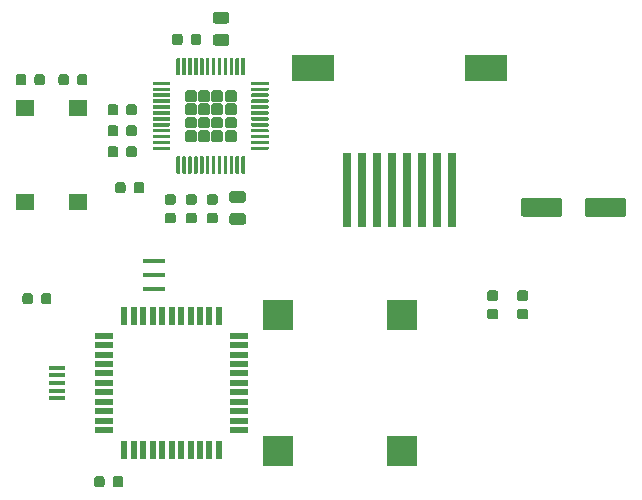
<source format=gbr>
G04 #@! TF.GenerationSoftware,KiCad,Pcbnew,(5.1.2-1)-1*
G04 #@! TF.CreationDate,2019-06-12T11:41:37-04:00*
G04 #@! TF.ProjectId,syringe_board,73797269-6e67-4655-9f62-6f6172642e6b,rev?*
G04 #@! TF.SameCoordinates,Original*
G04 #@! TF.FileFunction,Paste,Top*
G04 #@! TF.FilePolarity,Positive*
%FSLAX46Y46*%
G04 Gerber Fmt 4.6, Leading zero omitted, Abs format (unit mm)*
G04 Created by KiCad (PCBNEW (5.1.2-1)-1) date 2019-06-12 11:41:37*
%MOMM*%
%LPD*%
G04 APERTURE LIST*
%ADD10R,1.900000X0.400000*%
%ADD11C,0.890668*%
%ADD12C,0.100000*%
%ADD13C,0.300000*%
%ADD14R,2.500000X2.500000*%
%ADD15C,1.600000*%
%ADD16C,0.975000*%
%ADD17C,0.875000*%
%ADD18R,1.600000X1.400000*%
%ADD19R,1.500000X0.550000*%
%ADD20R,0.550000X1.500000*%
%ADD21R,1.350000X0.400000*%
%ADD22R,0.760000X6.350000*%
%ADD23R,3.600000X2.200000*%
G04 APERTURE END LIST*
D10*
X100584000Y-86176000D03*
X100584000Y-87376000D03*
X100584000Y-88576000D03*
D11*
X107097500Y-75601500D03*
D12*
G36*
X106593609Y-75939766D02*
G01*
X106593609Y-75263234D01*
X106759234Y-75097609D01*
X107435766Y-75097609D01*
X107601391Y-75263234D01*
X107601391Y-75939766D01*
X107435766Y-76105391D01*
X106759234Y-76105391D01*
X106593609Y-75939766D01*
X106593609Y-75939766D01*
G37*
D11*
X107097500Y-74476500D03*
D12*
G36*
X106593609Y-74814766D02*
G01*
X106593609Y-74138234D01*
X106759234Y-73972609D01*
X107435766Y-73972609D01*
X107601391Y-74138234D01*
X107601391Y-74814766D01*
X107435766Y-74980391D01*
X106759234Y-74980391D01*
X106593609Y-74814766D01*
X106593609Y-74814766D01*
G37*
D11*
X107097500Y-73351500D03*
D12*
G36*
X106593609Y-73689766D02*
G01*
X106593609Y-73013234D01*
X106759234Y-72847609D01*
X107435766Y-72847609D01*
X107601391Y-73013234D01*
X107601391Y-73689766D01*
X107435766Y-73855391D01*
X106759234Y-73855391D01*
X106593609Y-73689766D01*
X106593609Y-73689766D01*
G37*
D11*
X107097500Y-72226500D03*
D12*
G36*
X106593609Y-72564766D02*
G01*
X106593609Y-71888234D01*
X106759234Y-71722609D01*
X107435766Y-71722609D01*
X107601391Y-71888234D01*
X107601391Y-72564766D01*
X107435766Y-72730391D01*
X106759234Y-72730391D01*
X106593609Y-72564766D01*
X106593609Y-72564766D01*
G37*
D11*
X105972500Y-75601500D03*
D12*
G36*
X105468609Y-75939766D02*
G01*
X105468609Y-75263234D01*
X105634234Y-75097609D01*
X106310766Y-75097609D01*
X106476391Y-75263234D01*
X106476391Y-75939766D01*
X106310766Y-76105391D01*
X105634234Y-76105391D01*
X105468609Y-75939766D01*
X105468609Y-75939766D01*
G37*
D11*
X105972500Y-74476500D03*
D12*
G36*
X105468609Y-74814766D02*
G01*
X105468609Y-74138234D01*
X105634234Y-73972609D01*
X106310766Y-73972609D01*
X106476391Y-74138234D01*
X106476391Y-74814766D01*
X106310766Y-74980391D01*
X105634234Y-74980391D01*
X105468609Y-74814766D01*
X105468609Y-74814766D01*
G37*
D11*
X105972500Y-73351500D03*
D12*
G36*
X105468609Y-73689766D02*
G01*
X105468609Y-73013234D01*
X105634234Y-72847609D01*
X106310766Y-72847609D01*
X106476391Y-73013234D01*
X106476391Y-73689766D01*
X106310766Y-73855391D01*
X105634234Y-73855391D01*
X105468609Y-73689766D01*
X105468609Y-73689766D01*
G37*
D11*
X105972500Y-72226500D03*
D12*
G36*
X105468609Y-72564766D02*
G01*
X105468609Y-71888234D01*
X105634234Y-71722609D01*
X106310766Y-71722609D01*
X106476391Y-71888234D01*
X106476391Y-72564766D01*
X106310766Y-72730391D01*
X105634234Y-72730391D01*
X105468609Y-72564766D01*
X105468609Y-72564766D01*
G37*
D11*
X104847500Y-75601500D03*
D12*
G36*
X104343609Y-75939766D02*
G01*
X104343609Y-75263234D01*
X104509234Y-75097609D01*
X105185766Y-75097609D01*
X105351391Y-75263234D01*
X105351391Y-75939766D01*
X105185766Y-76105391D01*
X104509234Y-76105391D01*
X104343609Y-75939766D01*
X104343609Y-75939766D01*
G37*
D11*
X104847500Y-74476500D03*
D12*
G36*
X104343609Y-74814766D02*
G01*
X104343609Y-74138234D01*
X104509234Y-73972609D01*
X105185766Y-73972609D01*
X105351391Y-74138234D01*
X105351391Y-74814766D01*
X105185766Y-74980391D01*
X104509234Y-74980391D01*
X104343609Y-74814766D01*
X104343609Y-74814766D01*
G37*
D11*
X104847500Y-73351500D03*
D12*
G36*
X104343609Y-73689766D02*
G01*
X104343609Y-73013234D01*
X104509234Y-72847609D01*
X105185766Y-72847609D01*
X105351391Y-73013234D01*
X105351391Y-73689766D01*
X105185766Y-73855391D01*
X104509234Y-73855391D01*
X104343609Y-73689766D01*
X104343609Y-73689766D01*
G37*
D11*
X104847500Y-72226500D03*
D12*
G36*
X104343609Y-72564766D02*
G01*
X104343609Y-71888234D01*
X104509234Y-71722609D01*
X105185766Y-71722609D01*
X105351391Y-71888234D01*
X105351391Y-72564766D01*
X105185766Y-72730391D01*
X104509234Y-72730391D01*
X104343609Y-72564766D01*
X104343609Y-72564766D01*
G37*
D11*
X103722500Y-75601500D03*
D12*
G36*
X103218609Y-75939766D02*
G01*
X103218609Y-75263234D01*
X103384234Y-75097609D01*
X104060766Y-75097609D01*
X104226391Y-75263234D01*
X104226391Y-75939766D01*
X104060766Y-76105391D01*
X103384234Y-76105391D01*
X103218609Y-75939766D01*
X103218609Y-75939766D01*
G37*
D11*
X103722500Y-74476500D03*
D12*
G36*
X103218609Y-74814766D02*
G01*
X103218609Y-74138234D01*
X103384234Y-73972609D01*
X104060766Y-73972609D01*
X104226391Y-74138234D01*
X104226391Y-74814766D01*
X104060766Y-74980391D01*
X103384234Y-74980391D01*
X103218609Y-74814766D01*
X103218609Y-74814766D01*
G37*
D11*
X103722500Y-73351500D03*
D12*
G36*
X103218609Y-73689766D02*
G01*
X103218609Y-73013234D01*
X103384234Y-72847609D01*
X104060766Y-72847609D01*
X104226391Y-73013234D01*
X104226391Y-73689766D01*
X104060766Y-73855391D01*
X103384234Y-73855391D01*
X103218609Y-73689766D01*
X103218609Y-73689766D01*
G37*
D11*
X103722500Y-72226500D03*
D12*
G36*
X103218609Y-72564766D02*
G01*
X103218609Y-71888234D01*
X103384234Y-71722609D01*
X104060766Y-71722609D01*
X104226391Y-71888234D01*
X104226391Y-72564766D01*
X104060766Y-72730391D01*
X103384234Y-72730391D01*
X103218609Y-72564766D01*
X103218609Y-72564766D01*
G37*
G36*
X110242351Y-76514361D02*
G01*
X110249632Y-76515441D01*
X110256771Y-76517229D01*
X110263701Y-76519709D01*
X110270355Y-76522856D01*
X110276668Y-76526640D01*
X110282579Y-76531024D01*
X110288033Y-76535967D01*
X110292976Y-76541421D01*
X110297360Y-76547332D01*
X110301144Y-76553645D01*
X110304291Y-76560299D01*
X110306771Y-76567229D01*
X110308559Y-76574368D01*
X110309639Y-76581649D01*
X110310000Y-76589000D01*
X110310000Y-76739000D01*
X110309639Y-76746351D01*
X110308559Y-76753632D01*
X110306771Y-76760771D01*
X110304291Y-76767701D01*
X110301144Y-76774355D01*
X110297360Y-76780668D01*
X110292976Y-76786579D01*
X110288033Y-76792033D01*
X110282579Y-76796976D01*
X110276668Y-76801360D01*
X110270355Y-76805144D01*
X110263701Y-76808291D01*
X110256771Y-76810771D01*
X110249632Y-76812559D01*
X110242351Y-76813639D01*
X110235000Y-76814000D01*
X108910000Y-76814000D01*
X108902649Y-76813639D01*
X108895368Y-76812559D01*
X108888229Y-76810771D01*
X108881299Y-76808291D01*
X108874645Y-76805144D01*
X108868332Y-76801360D01*
X108862421Y-76796976D01*
X108856967Y-76792033D01*
X108852024Y-76786579D01*
X108847640Y-76780668D01*
X108843856Y-76774355D01*
X108840709Y-76767701D01*
X108838229Y-76760771D01*
X108836441Y-76753632D01*
X108835361Y-76746351D01*
X108835000Y-76739000D01*
X108835000Y-76589000D01*
X108835361Y-76581649D01*
X108836441Y-76574368D01*
X108838229Y-76567229D01*
X108840709Y-76560299D01*
X108843856Y-76553645D01*
X108847640Y-76547332D01*
X108852024Y-76541421D01*
X108856967Y-76535967D01*
X108862421Y-76531024D01*
X108868332Y-76526640D01*
X108874645Y-76522856D01*
X108881299Y-76519709D01*
X108888229Y-76517229D01*
X108895368Y-76515441D01*
X108902649Y-76514361D01*
X108910000Y-76514000D01*
X110235000Y-76514000D01*
X110242351Y-76514361D01*
X110242351Y-76514361D01*
G37*
D13*
X109572500Y-76664000D03*
D12*
G36*
X110242351Y-76014361D02*
G01*
X110249632Y-76015441D01*
X110256771Y-76017229D01*
X110263701Y-76019709D01*
X110270355Y-76022856D01*
X110276668Y-76026640D01*
X110282579Y-76031024D01*
X110288033Y-76035967D01*
X110292976Y-76041421D01*
X110297360Y-76047332D01*
X110301144Y-76053645D01*
X110304291Y-76060299D01*
X110306771Y-76067229D01*
X110308559Y-76074368D01*
X110309639Y-76081649D01*
X110310000Y-76089000D01*
X110310000Y-76239000D01*
X110309639Y-76246351D01*
X110308559Y-76253632D01*
X110306771Y-76260771D01*
X110304291Y-76267701D01*
X110301144Y-76274355D01*
X110297360Y-76280668D01*
X110292976Y-76286579D01*
X110288033Y-76292033D01*
X110282579Y-76296976D01*
X110276668Y-76301360D01*
X110270355Y-76305144D01*
X110263701Y-76308291D01*
X110256771Y-76310771D01*
X110249632Y-76312559D01*
X110242351Y-76313639D01*
X110235000Y-76314000D01*
X108910000Y-76314000D01*
X108902649Y-76313639D01*
X108895368Y-76312559D01*
X108888229Y-76310771D01*
X108881299Y-76308291D01*
X108874645Y-76305144D01*
X108868332Y-76301360D01*
X108862421Y-76296976D01*
X108856967Y-76292033D01*
X108852024Y-76286579D01*
X108847640Y-76280668D01*
X108843856Y-76274355D01*
X108840709Y-76267701D01*
X108838229Y-76260771D01*
X108836441Y-76253632D01*
X108835361Y-76246351D01*
X108835000Y-76239000D01*
X108835000Y-76089000D01*
X108835361Y-76081649D01*
X108836441Y-76074368D01*
X108838229Y-76067229D01*
X108840709Y-76060299D01*
X108843856Y-76053645D01*
X108847640Y-76047332D01*
X108852024Y-76041421D01*
X108856967Y-76035967D01*
X108862421Y-76031024D01*
X108868332Y-76026640D01*
X108874645Y-76022856D01*
X108881299Y-76019709D01*
X108888229Y-76017229D01*
X108895368Y-76015441D01*
X108902649Y-76014361D01*
X108910000Y-76014000D01*
X110235000Y-76014000D01*
X110242351Y-76014361D01*
X110242351Y-76014361D01*
G37*
D13*
X109572500Y-76164000D03*
D12*
G36*
X110242351Y-75514361D02*
G01*
X110249632Y-75515441D01*
X110256771Y-75517229D01*
X110263701Y-75519709D01*
X110270355Y-75522856D01*
X110276668Y-75526640D01*
X110282579Y-75531024D01*
X110288033Y-75535967D01*
X110292976Y-75541421D01*
X110297360Y-75547332D01*
X110301144Y-75553645D01*
X110304291Y-75560299D01*
X110306771Y-75567229D01*
X110308559Y-75574368D01*
X110309639Y-75581649D01*
X110310000Y-75589000D01*
X110310000Y-75739000D01*
X110309639Y-75746351D01*
X110308559Y-75753632D01*
X110306771Y-75760771D01*
X110304291Y-75767701D01*
X110301144Y-75774355D01*
X110297360Y-75780668D01*
X110292976Y-75786579D01*
X110288033Y-75792033D01*
X110282579Y-75796976D01*
X110276668Y-75801360D01*
X110270355Y-75805144D01*
X110263701Y-75808291D01*
X110256771Y-75810771D01*
X110249632Y-75812559D01*
X110242351Y-75813639D01*
X110235000Y-75814000D01*
X108910000Y-75814000D01*
X108902649Y-75813639D01*
X108895368Y-75812559D01*
X108888229Y-75810771D01*
X108881299Y-75808291D01*
X108874645Y-75805144D01*
X108868332Y-75801360D01*
X108862421Y-75796976D01*
X108856967Y-75792033D01*
X108852024Y-75786579D01*
X108847640Y-75780668D01*
X108843856Y-75774355D01*
X108840709Y-75767701D01*
X108838229Y-75760771D01*
X108836441Y-75753632D01*
X108835361Y-75746351D01*
X108835000Y-75739000D01*
X108835000Y-75589000D01*
X108835361Y-75581649D01*
X108836441Y-75574368D01*
X108838229Y-75567229D01*
X108840709Y-75560299D01*
X108843856Y-75553645D01*
X108847640Y-75547332D01*
X108852024Y-75541421D01*
X108856967Y-75535967D01*
X108862421Y-75531024D01*
X108868332Y-75526640D01*
X108874645Y-75522856D01*
X108881299Y-75519709D01*
X108888229Y-75517229D01*
X108895368Y-75515441D01*
X108902649Y-75514361D01*
X108910000Y-75514000D01*
X110235000Y-75514000D01*
X110242351Y-75514361D01*
X110242351Y-75514361D01*
G37*
D13*
X109572500Y-75664000D03*
D12*
G36*
X110242351Y-75014361D02*
G01*
X110249632Y-75015441D01*
X110256771Y-75017229D01*
X110263701Y-75019709D01*
X110270355Y-75022856D01*
X110276668Y-75026640D01*
X110282579Y-75031024D01*
X110288033Y-75035967D01*
X110292976Y-75041421D01*
X110297360Y-75047332D01*
X110301144Y-75053645D01*
X110304291Y-75060299D01*
X110306771Y-75067229D01*
X110308559Y-75074368D01*
X110309639Y-75081649D01*
X110310000Y-75089000D01*
X110310000Y-75239000D01*
X110309639Y-75246351D01*
X110308559Y-75253632D01*
X110306771Y-75260771D01*
X110304291Y-75267701D01*
X110301144Y-75274355D01*
X110297360Y-75280668D01*
X110292976Y-75286579D01*
X110288033Y-75292033D01*
X110282579Y-75296976D01*
X110276668Y-75301360D01*
X110270355Y-75305144D01*
X110263701Y-75308291D01*
X110256771Y-75310771D01*
X110249632Y-75312559D01*
X110242351Y-75313639D01*
X110235000Y-75314000D01*
X108910000Y-75314000D01*
X108902649Y-75313639D01*
X108895368Y-75312559D01*
X108888229Y-75310771D01*
X108881299Y-75308291D01*
X108874645Y-75305144D01*
X108868332Y-75301360D01*
X108862421Y-75296976D01*
X108856967Y-75292033D01*
X108852024Y-75286579D01*
X108847640Y-75280668D01*
X108843856Y-75274355D01*
X108840709Y-75267701D01*
X108838229Y-75260771D01*
X108836441Y-75253632D01*
X108835361Y-75246351D01*
X108835000Y-75239000D01*
X108835000Y-75089000D01*
X108835361Y-75081649D01*
X108836441Y-75074368D01*
X108838229Y-75067229D01*
X108840709Y-75060299D01*
X108843856Y-75053645D01*
X108847640Y-75047332D01*
X108852024Y-75041421D01*
X108856967Y-75035967D01*
X108862421Y-75031024D01*
X108868332Y-75026640D01*
X108874645Y-75022856D01*
X108881299Y-75019709D01*
X108888229Y-75017229D01*
X108895368Y-75015441D01*
X108902649Y-75014361D01*
X108910000Y-75014000D01*
X110235000Y-75014000D01*
X110242351Y-75014361D01*
X110242351Y-75014361D01*
G37*
D13*
X109572500Y-75164000D03*
D12*
G36*
X110242351Y-74514361D02*
G01*
X110249632Y-74515441D01*
X110256771Y-74517229D01*
X110263701Y-74519709D01*
X110270355Y-74522856D01*
X110276668Y-74526640D01*
X110282579Y-74531024D01*
X110288033Y-74535967D01*
X110292976Y-74541421D01*
X110297360Y-74547332D01*
X110301144Y-74553645D01*
X110304291Y-74560299D01*
X110306771Y-74567229D01*
X110308559Y-74574368D01*
X110309639Y-74581649D01*
X110310000Y-74589000D01*
X110310000Y-74739000D01*
X110309639Y-74746351D01*
X110308559Y-74753632D01*
X110306771Y-74760771D01*
X110304291Y-74767701D01*
X110301144Y-74774355D01*
X110297360Y-74780668D01*
X110292976Y-74786579D01*
X110288033Y-74792033D01*
X110282579Y-74796976D01*
X110276668Y-74801360D01*
X110270355Y-74805144D01*
X110263701Y-74808291D01*
X110256771Y-74810771D01*
X110249632Y-74812559D01*
X110242351Y-74813639D01*
X110235000Y-74814000D01*
X108910000Y-74814000D01*
X108902649Y-74813639D01*
X108895368Y-74812559D01*
X108888229Y-74810771D01*
X108881299Y-74808291D01*
X108874645Y-74805144D01*
X108868332Y-74801360D01*
X108862421Y-74796976D01*
X108856967Y-74792033D01*
X108852024Y-74786579D01*
X108847640Y-74780668D01*
X108843856Y-74774355D01*
X108840709Y-74767701D01*
X108838229Y-74760771D01*
X108836441Y-74753632D01*
X108835361Y-74746351D01*
X108835000Y-74739000D01*
X108835000Y-74589000D01*
X108835361Y-74581649D01*
X108836441Y-74574368D01*
X108838229Y-74567229D01*
X108840709Y-74560299D01*
X108843856Y-74553645D01*
X108847640Y-74547332D01*
X108852024Y-74541421D01*
X108856967Y-74535967D01*
X108862421Y-74531024D01*
X108868332Y-74526640D01*
X108874645Y-74522856D01*
X108881299Y-74519709D01*
X108888229Y-74517229D01*
X108895368Y-74515441D01*
X108902649Y-74514361D01*
X108910000Y-74514000D01*
X110235000Y-74514000D01*
X110242351Y-74514361D01*
X110242351Y-74514361D01*
G37*
D13*
X109572500Y-74664000D03*
D12*
G36*
X110242351Y-74014361D02*
G01*
X110249632Y-74015441D01*
X110256771Y-74017229D01*
X110263701Y-74019709D01*
X110270355Y-74022856D01*
X110276668Y-74026640D01*
X110282579Y-74031024D01*
X110288033Y-74035967D01*
X110292976Y-74041421D01*
X110297360Y-74047332D01*
X110301144Y-74053645D01*
X110304291Y-74060299D01*
X110306771Y-74067229D01*
X110308559Y-74074368D01*
X110309639Y-74081649D01*
X110310000Y-74089000D01*
X110310000Y-74239000D01*
X110309639Y-74246351D01*
X110308559Y-74253632D01*
X110306771Y-74260771D01*
X110304291Y-74267701D01*
X110301144Y-74274355D01*
X110297360Y-74280668D01*
X110292976Y-74286579D01*
X110288033Y-74292033D01*
X110282579Y-74296976D01*
X110276668Y-74301360D01*
X110270355Y-74305144D01*
X110263701Y-74308291D01*
X110256771Y-74310771D01*
X110249632Y-74312559D01*
X110242351Y-74313639D01*
X110235000Y-74314000D01*
X108910000Y-74314000D01*
X108902649Y-74313639D01*
X108895368Y-74312559D01*
X108888229Y-74310771D01*
X108881299Y-74308291D01*
X108874645Y-74305144D01*
X108868332Y-74301360D01*
X108862421Y-74296976D01*
X108856967Y-74292033D01*
X108852024Y-74286579D01*
X108847640Y-74280668D01*
X108843856Y-74274355D01*
X108840709Y-74267701D01*
X108838229Y-74260771D01*
X108836441Y-74253632D01*
X108835361Y-74246351D01*
X108835000Y-74239000D01*
X108835000Y-74089000D01*
X108835361Y-74081649D01*
X108836441Y-74074368D01*
X108838229Y-74067229D01*
X108840709Y-74060299D01*
X108843856Y-74053645D01*
X108847640Y-74047332D01*
X108852024Y-74041421D01*
X108856967Y-74035967D01*
X108862421Y-74031024D01*
X108868332Y-74026640D01*
X108874645Y-74022856D01*
X108881299Y-74019709D01*
X108888229Y-74017229D01*
X108895368Y-74015441D01*
X108902649Y-74014361D01*
X108910000Y-74014000D01*
X110235000Y-74014000D01*
X110242351Y-74014361D01*
X110242351Y-74014361D01*
G37*
D13*
X109572500Y-74164000D03*
D12*
G36*
X110242351Y-73514361D02*
G01*
X110249632Y-73515441D01*
X110256771Y-73517229D01*
X110263701Y-73519709D01*
X110270355Y-73522856D01*
X110276668Y-73526640D01*
X110282579Y-73531024D01*
X110288033Y-73535967D01*
X110292976Y-73541421D01*
X110297360Y-73547332D01*
X110301144Y-73553645D01*
X110304291Y-73560299D01*
X110306771Y-73567229D01*
X110308559Y-73574368D01*
X110309639Y-73581649D01*
X110310000Y-73589000D01*
X110310000Y-73739000D01*
X110309639Y-73746351D01*
X110308559Y-73753632D01*
X110306771Y-73760771D01*
X110304291Y-73767701D01*
X110301144Y-73774355D01*
X110297360Y-73780668D01*
X110292976Y-73786579D01*
X110288033Y-73792033D01*
X110282579Y-73796976D01*
X110276668Y-73801360D01*
X110270355Y-73805144D01*
X110263701Y-73808291D01*
X110256771Y-73810771D01*
X110249632Y-73812559D01*
X110242351Y-73813639D01*
X110235000Y-73814000D01*
X108910000Y-73814000D01*
X108902649Y-73813639D01*
X108895368Y-73812559D01*
X108888229Y-73810771D01*
X108881299Y-73808291D01*
X108874645Y-73805144D01*
X108868332Y-73801360D01*
X108862421Y-73796976D01*
X108856967Y-73792033D01*
X108852024Y-73786579D01*
X108847640Y-73780668D01*
X108843856Y-73774355D01*
X108840709Y-73767701D01*
X108838229Y-73760771D01*
X108836441Y-73753632D01*
X108835361Y-73746351D01*
X108835000Y-73739000D01*
X108835000Y-73589000D01*
X108835361Y-73581649D01*
X108836441Y-73574368D01*
X108838229Y-73567229D01*
X108840709Y-73560299D01*
X108843856Y-73553645D01*
X108847640Y-73547332D01*
X108852024Y-73541421D01*
X108856967Y-73535967D01*
X108862421Y-73531024D01*
X108868332Y-73526640D01*
X108874645Y-73522856D01*
X108881299Y-73519709D01*
X108888229Y-73517229D01*
X108895368Y-73515441D01*
X108902649Y-73514361D01*
X108910000Y-73514000D01*
X110235000Y-73514000D01*
X110242351Y-73514361D01*
X110242351Y-73514361D01*
G37*
D13*
X109572500Y-73664000D03*
D12*
G36*
X110242351Y-73014361D02*
G01*
X110249632Y-73015441D01*
X110256771Y-73017229D01*
X110263701Y-73019709D01*
X110270355Y-73022856D01*
X110276668Y-73026640D01*
X110282579Y-73031024D01*
X110288033Y-73035967D01*
X110292976Y-73041421D01*
X110297360Y-73047332D01*
X110301144Y-73053645D01*
X110304291Y-73060299D01*
X110306771Y-73067229D01*
X110308559Y-73074368D01*
X110309639Y-73081649D01*
X110310000Y-73089000D01*
X110310000Y-73239000D01*
X110309639Y-73246351D01*
X110308559Y-73253632D01*
X110306771Y-73260771D01*
X110304291Y-73267701D01*
X110301144Y-73274355D01*
X110297360Y-73280668D01*
X110292976Y-73286579D01*
X110288033Y-73292033D01*
X110282579Y-73296976D01*
X110276668Y-73301360D01*
X110270355Y-73305144D01*
X110263701Y-73308291D01*
X110256771Y-73310771D01*
X110249632Y-73312559D01*
X110242351Y-73313639D01*
X110235000Y-73314000D01*
X108910000Y-73314000D01*
X108902649Y-73313639D01*
X108895368Y-73312559D01*
X108888229Y-73310771D01*
X108881299Y-73308291D01*
X108874645Y-73305144D01*
X108868332Y-73301360D01*
X108862421Y-73296976D01*
X108856967Y-73292033D01*
X108852024Y-73286579D01*
X108847640Y-73280668D01*
X108843856Y-73274355D01*
X108840709Y-73267701D01*
X108838229Y-73260771D01*
X108836441Y-73253632D01*
X108835361Y-73246351D01*
X108835000Y-73239000D01*
X108835000Y-73089000D01*
X108835361Y-73081649D01*
X108836441Y-73074368D01*
X108838229Y-73067229D01*
X108840709Y-73060299D01*
X108843856Y-73053645D01*
X108847640Y-73047332D01*
X108852024Y-73041421D01*
X108856967Y-73035967D01*
X108862421Y-73031024D01*
X108868332Y-73026640D01*
X108874645Y-73022856D01*
X108881299Y-73019709D01*
X108888229Y-73017229D01*
X108895368Y-73015441D01*
X108902649Y-73014361D01*
X108910000Y-73014000D01*
X110235000Y-73014000D01*
X110242351Y-73014361D01*
X110242351Y-73014361D01*
G37*
D13*
X109572500Y-73164000D03*
D12*
G36*
X110242351Y-72514361D02*
G01*
X110249632Y-72515441D01*
X110256771Y-72517229D01*
X110263701Y-72519709D01*
X110270355Y-72522856D01*
X110276668Y-72526640D01*
X110282579Y-72531024D01*
X110288033Y-72535967D01*
X110292976Y-72541421D01*
X110297360Y-72547332D01*
X110301144Y-72553645D01*
X110304291Y-72560299D01*
X110306771Y-72567229D01*
X110308559Y-72574368D01*
X110309639Y-72581649D01*
X110310000Y-72589000D01*
X110310000Y-72739000D01*
X110309639Y-72746351D01*
X110308559Y-72753632D01*
X110306771Y-72760771D01*
X110304291Y-72767701D01*
X110301144Y-72774355D01*
X110297360Y-72780668D01*
X110292976Y-72786579D01*
X110288033Y-72792033D01*
X110282579Y-72796976D01*
X110276668Y-72801360D01*
X110270355Y-72805144D01*
X110263701Y-72808291D01*
X110256771Y-72810771D01*
X110249632Y-72812559D01*
X110242351Y-72813639D01*
X110235000Y-72814000D01*
X108910000Y-72814000D01*
X108902649Y-72813639D01*
X108895368Y-72812559D01*
X108888229Y-72810771D01*
X108881299Y-72808291D01*
X108874645Y-72805144D01*
X108868332Y-72801360D01*
X108862421Y-72796976D01*
X108856967Y-72792033D01*
X108852024Y-72786579D01*
X108847640Y-72780668D01*
X108843856Y-72774355D01*
X108840709Y-72767701D01*
X108838229Y-72760771D01*
X108836441Y-72753632D01*
X108835361Y-72746351D01*
X108835000Y-72739000D01*
X108835000Y-72589000D01*
X108835361Y-72581649D01*
X108836441Y-72574368D01*
X108838229Y-72567229D01*
X108840709Y-72560299D01*
X108843856Y-72553645D01*
X108847640Y-72547332D01*
X108852024Y-72541421D01*
X108856967Y-72535967D01*
X108862421Y-72531024D01*
X108868332Y-72526640D01*
X108874645Y-72522856D01*
X108881299Y-72519709D01*
X108888229Y-72517229D01*
X108895368Y-72515441D01*
X108902649Y-72514361D01*
X108910000Y-72514000D01*
X110235000Y-72514000D01*
X110242351Y-72514361D01*
X110242351Y-72514361D01*
G37*
D13*
X109572500Y-72664000D03*
D12*
G36*
X110242351Y-72014361D02*
G01*
X110249632Y-72015441D01*
X110256771Y-72017229D01*
X110263701Y-72019709D01*
X110270355Y-72022856D01*
X110276668Y-72026640D01*
X110282579Y-72031024D01*
X110288033Y-72035967D01*
X110292976Y-72041421D01*
X110297360Y-72047332D01*
X110301144Y-72053645D01*
X110304291Y-72060299D01*
X110306771Y-72067229D01*
X110308559Y-72074368D01*
X110309639Y-72081649D01*
X110310000Y-72089000D01*
X110310000Y-72239000D01*
X110309639Y-72246351D01*
X110308559Y-72253632D01*
X110306771Y-72260771D01*
X110304291Y-72267701D01*
X110301144Y-72274355D01*
X110297360Y-72280668D01*
X110292976Y-72286579D01*
X110288033Y-72292033D01*
X110282579Y-72296976D01*
X110276668Y-72301360D01*
X110270355Y-72305144D01*
X110263701Y-72308291D01*
X110256771Y-72310771D01*
X110249632Y-72312559D01*
X110242351Y-72313639D01*
X110235000Y-72314000D01*
X108910000Y-72314000D01*
X108902649Y-72313639D01*
X108895368Y-72312559D01*
X108888229Y-72310771D01*
X108881299Y-72308291D01*
X108874645Y-72305144D01*
X108868332Y-72301360D01*
X108862421Y-72296976D01*
X108856967Y-72292033D01*
X108852024Y-72286579D01*
X108847640Y-72280668D01*
X108843856Y-72274355D01*
X108840709Y-72267701D01*
X108838229Y-72260771D01*
X108836441Y-72253632D01*
X108835361Y-72246351D01*
X108835000Y-72239000D01*
X108835000Y-72089000D01*
X108835361Y-72081649D01*
X108836441Y-72074368D01*
X108838229Y-72067229D01*
X108840709Y-72060299D01*
X108843856Y-72053645D01*
X108847640Y-72047332D01*
X108852024Y-72041421D01*
X108856967Y-72035967D01*
X108862421Y-72031024D01*
X108868332Y-72026640D01*
X108874645Y-72022856D01*
X108881299Y-72019709D01*
X108888229Y-72017229D01*
X108895368Y-72015441D01*
X108902649Y-72014361D01*
X108910000Y-72014000D01*
X110235000Y-72014000D01*
X110242351Y-72014361D01*
X110242351Y-72014361D01*
G37*
D13*
X109572500Y-72164000D03*
D12*
G36*
X110242351Y-71514361D02*
G01*
X110249632Y-71515441D01*
X110256771Y-71517229D01*
X110263701Y-71519709D01*
X110270355Y-71522856D01*
X110276668Y-71526640D01*
X110282579Y-71531024D01*
X110288033Y-71535967D01*
X110292976Y-71541421D01*
X110297360Y-71547332D01*
X110301144Y-71553645D01*
X110304291Y-71560299D01*
X110306771Y-71567229D01*
X110308559Y-71574368D01*
X110309639Y-71581649D01*
X110310000Y-71589000D01*
X110310000Y-71739000D01*
X110309639Y-71746351D01*
X110308559Y-71753632D01*
X110306771Y-71760771D01*
X110304291Y-71767701D01*
X110301144Y-71774355D01*
X110297360Y-71780668D01*
X110292976Y-71786579D01*
X110288033Y-71792033D01*
X110282579Y-71796976D01*
X110276668Y-71801360D01*
X110270355Y-71805144D01*
X110263701Y-71808291D01*
X110256771Y-71810771D01*
X110249632Y-71812559D01*
X110242351Y-71813639D01*
X110235000Y-71814000D01*
X108910000Y-71814000D01*
X108902649Y-71813639D01*
X108895368Y-71812559D01*
X108888229Y-71810771D01*
X108881299Y-71808291D01*
X108874645Y-71805144D01*
X108868332Y-71801360D01*
X108862421Y-71796976D01*
X108856967Y-71792033D01*
X108852024Y-71786579D01*
X108847640Y-71780668D01*
X108843856Y-71774355D01*
X108840709Y-71767701D01*
X108838229Y-71760771D01*
X108836441Y-71753632D01*
X108835361Y-71746351D01*
X108835000Y-71739000D01*
X108835000Y-71589000D01*
X108835361Y-71581649D01*
X108836441Y-71574368D01*
X108838229Y-71567229D01*
X108840709Y-71560299D01*
X108843856Y-71553645D01*
X108847640Y-71547332D01*
X108852024Y-71541421D01*
X108856967Y-71535967D01*
X108862421Y-71531024D01*
X108868332Y-71526640D01*
X108874645Y-71522856D01*
X108881299Y-71519709D01*
X108888229Y-71517229D01*
X108895368Y-71515441D01*
X108902649Y-71514361D01*
X108910000Y-71514000D01*
X110235000Y-71514000D01*
X110242351Y-71514361D01*
X110242351Y-71514361D01*
G37*
D13*
X109572500Y-71664000D03*
D12*
G36*
X110242351Y-71014361D02*
G01*
X110249632Y-71015441D01*
X110256771Y-71017229D01*
X110263701Y-71019709D01*
X110270355Y-71022856D01*
X110276668Y-71026640D01*
X110282579Y-71031024D01*
X110288033Y-71035967D01*
X110292976Y-71041421D01*
X110297360Y-71047332D01*
X110301144Y-71053645D01*
X110304291Y-71060299D01*
X110306771Y-71067229D01*
X110308559Y-71074368D01*
X110309639Y-71081649D01*
X110310000Y-71089000D01*
X110310000Y-71239000D01*
X110309639Y-71246351D01*
X110308559Y-71253632D01*
X110306771Y-71260771D01*
X110304291Y-71267701D01*
X110301144Y-71274355D01*
X110297360Y-71280668D01*
X110292976Y-71286579D01*
X110288033Y-71292033D01*
X110282579Y-71296976D01*
X110276668Y-71301360D01*
X110270355Y-71305144D01*
X110263701Y-71308291D01*
X110256771Y-71310771D01*
X110249632Y-71312559D01*
X110242351Y-71313639D01*
X110235000Y-71314000D01*
X108910000Y-71314000D01*
X108902649Y-71313639D01*
X108895368Y-71312559D01*
X108888229Y-71310771D01*
X108881299Y-71308291D01*
X108874645Y-71305144D01*
X108868332Y-71301360D01*
X108862421Y-71296976D01*
X108856967Y-71292033D01*
X108852024Y-71286579D01*
X108847640Y-71280668D01*
X108843856Y-71274355D01*
X108840709Y-71267701D01*
X108838229Y-71260771D01*
X108836441Y-71253632D01*
X108835361Y-71246351D01*
X108835000Y-71239000D01*
X108835000Y-71089000D01*
X108835361Y-71081649D01*
X108836441Y-71074368D01*
X108838229Y-71067229D01*
X108840709Y-71060299D01*
X108843856Y-71053645D01*
X108847640Y-71047332D01*
X108852024Y-71041421D01*
X108856967Y-71035967D01*
X108862421Y-71031024D01*
X108868332Y-71026640D01*
X108874645Y-71022856D01*
X108881299Y-71019709D01*
X108888229Y-71017229D01*
X108895368Y-71015441D01*
X108902649Y-71014361D01*
X108910000Y-71014000D01*
X110235000Y-71014000D01*
X110242351Y-71014361D01*
X110242351Y-71014361D01*
G37*
D13*
X109572500Y-71164000D03*
D12*
G36*
X108242351Y-69014361D02*
G01*
X108249632Y-69015441D01*
X108256771Y-69017229D01*
X108263701Y-69019709D01*
X108270355Y-69022856D01*
X108276668Y-69026640D01*
X108282579Y-69031024D01*
X108288033Y-69035967D01*
X108292976Y-69041421D01*
X108297360Y-69047332D01*
X108301144Y-69053645D01*
X108304291Y-69060299D01*
X108306771Y-69067229D01*
X108308559Y-69074368D01*
X108309639Y-69081649D01*
X108310000Y-69089000D01*
X108310000Y-70414000D01*
X108309639Y-70421351D01*
X108308559Y-70428632D01*
X108306771Y-70435771D01*
X108304291Y-70442701D01*
X108301144Y-70449355D01*
X108297360Y-70455668D01*
X108292976Y-70461579D01*
X108288033Y-70467033D01*
X108282579Y-70471976D01*
X108276668Y-70476360D01*
X108270355Y-70480144D01*
X108263701Y-70483291D01*
X108256771Y-70485771D01*
X108249632Y-70487559D01*
X108242351Y-70488639D01*
X108235000Y-70489000D01*
X108085000Y-70489000D01*
X108077649Y-70488639D01*
X108070368Y-70487559D01*
X108063229Y-70485771D01*
X108056299Y-70483291D01*
X108049645Y-70480144D01*
X108043332Y-70476360D01*
X108037421Y-70471976D01*
X108031967Y-70467033D01*
X108027024Y-70461579D01*
X108022640Y-70455668D01*
X108018856Y-70449355D01*
X108015709Y-70442701D01*
X108013229Y-70435771D01*
X108011441Y-70428632D01*
X108010361Y-70421351D01*
X108010000Y-70414000D01*
X108010000Y-69089000D01*
X108010361Y-69081649D01*
X108011441Y-69074368D01*
X108013229Y-69067229D01*
X108015709Y-69060299D01*
X108018856Y-69053645D01*
X108022640Y-69047332D01*
X108027024Y-69041421D01*
X108031967Y-69035967D01*
X108037421Y-69031024D01*
X108043332Y-69026640D01*
X108049645Y-69022856D01*
X108056299Y-69019709D01*
X108063229Y-69017229D01*
X108070368Y-69015441D01*
X108077649Y-69014361D01*
X108085000Y-69014000D01*
X108235000Y-69014000D01*
X108242351Y-69014361D01*
X108242351Y-69014361D01*
G37*
D13*
X108160000Y-69751500D03*
D12*
G36*
X107742351Y-69014361D02*
G01*
X107749632Y-69015441D01*
X107756771Y-69017229D01*
X107763701Y-69019709D01*
X107770355Y-69022856D01*
X107776668Y-69026640D01*
X107782579Y-69031024D01*
X107788033Y-69035967D01*
X107792976Y-69041421D01*
X107797360Y-69047332D01*
X107801144Y-69053645D01*
X107804291Y-69060299D01*
X107806771Y-69067229D01*
X107808559Y-69074368D01*
X107809639Y-69081649D01*
X107810000Y-69089000D01*
X107810000Y-70414000D01*
X107809639Y-70421351D01*
X107808559Y-70428632D01*
X107806771Y-70435771D01*
X107804291Y-70442701D01*
X107801144Y-70449355D01*
X107797360Y-70455668D01*
X107792976Y-70461579D01*
X107788033Y-70467033D01*
X107782579Y-70471976D01*
X107776668Y-70476360D01*
X107770355Y-70480144D01*
X107763701Y-70483291D01*
X107756771Y-70485771D01*
X107749632Y-70487559D01*
X107742351Y-70488639D01*
X107735000Y-70489000D01*
X107585000Y-70489000D01*
X107577649Y-70488639D01*
X107570368Y-70487559D01*
X107563229Y-70485771D01*
X107556299Y-70483291D01*
X107549645Y-70480144D01*
X107543332Y-70476360D01*
X107537421Y-70471976D01*
X107531967Y-70467033D01*
X107527024Y-70461579D01*
X107522640Y-70455668D01*
X107518856Y-70449355D01*
X107515709Y-70442701D01*
X107513229Y-70435771D01*
X107511441Y-70428632D01*
X107510361Y-70421351D01*
X107510000Y-70414000D01*
X107510000Y-69089000D01*
X107510361Y-69081649D01*
X107511441Y-69074368D01*
X107513229Y-69067229D01*
X107515709Y-69060299D01*
X107518856Y-69053645D01*
X107522640Y-69047332D01*
X107527024Y-69041421D01*
X107531967Y-69035967D01*
X107537421Y-69031024D01*
X107543332Y-69026640D01*
X107549645Y-69022856D01*
X107556299Y-69019709D01*
X107563229Y-69017229D01*
X107570368Y-69015441D01*
X107577649Y-69014361D01*
X107585000Y-69014000D01*
X107735000Y-69014000D01*
X107742351Y-69014361D01*
X107742351Y-69014361D01*
G37*
D13*
X107660000Y-69751500D03*
D12*
G36*
X107242351Y-69014361D02*
G01*
X107249632Y-69015441D01*
X107256771Y-69017229D01*
X107263701Y-69019709D01*
X107270355Y-69022856D01*
X107276668Y-69026640D01*
X107282579Y-69031024D01*
X107288033Y-69035967D01*
X107292976Y-69041421D01*
X107297360Y-69047332D01*
X107301144Y-69053645D01*
X107304291Y-69060299D01*
X107306771Y-69067229D01*
X107308559Y-69074368D01*
X107309639Y-69081649D01*
X107310000Y-69089000D01*
X107310000Y-70414000D01*
X107309639Y-70421351D01*
X107308559Y-70428632D01*
X107306771Y-70435771D01*
X107304291Y-70442701D01*
X107301144Y-70449355D01*
X107297360Y-70455668D01*
X107292976Y-70461579D01*
X107288033Y-70467033D01*
X107282579Y-70471976D01*
X107276668Y-70476360D01*
X107270355Y-70480144D01*
X107263701Y-70483291D01*
X107256771Y-70485771D01*
X107249632Y-70487559D01*
X107242351Y-70488639D01*
X107235000Y-70489000D01*
X107085000Y-70489000D01*
X107077649Y-70488639D01*
X107070368Y-70487559D01*
X107063229Y-70485771D01*
X107056299Y-70483291D01*
X107049645Y-70480144D01*
X107043332Y-70476360D01*
X107037421Y-70471976D01*
X107031967Y-70467033D01*
X107027024Y-70461579D01*
X107022640Y-70455668D01*
X107018856Y-70449355D01*
X107015709Y-70442701D01*
X107013229Y-70435771D01*
X107011441Y-70428632D01*
X107010361Y-70421351D01*
X107010000Y-70414000D01*
X107010000Y-69089000D01*
X107010361Y-69081649D01*
X107011441Y-69074368D01*
X107013229Y-69067229D01*
X107015709Y-69060299D01*
X107018856Y-69053645D01*
X107022640Y-69047332D01*
X107027024Y-69041421D01*
X107031967Y-69035967D01*
X107037421Y-69031024D01*
X107043332Y-69026640D01*
X107049645Y-69022856D01*
X107056299Y-69019709D01*
X107063229Y-69017229D01*
X107070368Y-69015441D01*
X107077649Y-69014361D01*
X107085000Y-69014000D01*
X107235000Y-69014000D01*
X107242351Y-69014361D01*
X107242351Y-69014361D01*
G37*
D13*
X107160000Y-69751500D03*
D12*
G36*
X106742351Y-69014361D02*
G01*
X106749632Y-69015441D01*
X106756771Y-69017229D01*
X106763701Y-69019709D01*
X106770355Y-69022856D01*
X106776668Y-69026640D01*
X106782579Y-69031024D01*
X106788033Y-69035967D01*
X106792976Y-69041421D01*
X106797360Y-69047332D01*
X106801144Y-69053645D01*
X106804291Y-69060299D01*
X106806771Y-69067229D01*
X106808559Y-69074368D01*
X106809639Y-69081649D01*
X106810000Y-69089000D01*
X106810000Y-70414000D01*
X106809639Y-70421351D01*
X106808559Y-70428632D01*
X106806771Y-70435771D01*
X106804291Y-70442701D01*
X106801144Y-70449355D01*
X106797360Y-70455668D01*
X106792976Y-70461579D01*
X106788033Y-70467033D01*
X106782579Y-70471976D01*
X106776668Y-70476360D01*
X106770355Y-70480144D01*
X106763701Y-70483291D01*
X106756771Y-70485771D01*
X106749632Y-70487559D01*
X106742351Y-70488639D01*
X106735000Y-70489000D01*
X106585000Y-70489000D01*
X106577649Y-70488639D01*
X106570368Y-70487559D01*
X106563229Y-70485771D01*
X106556299Y-70483291D01*
X106549645Y-70480144D01*
X106543332Y-70476360D01*
X106537421Y-70471976D01*
X106531967Y-70467033D01*
X106527024Y-70461579D01*
X106522640Y-70455668D01*
X106518856Y-70449355D01*
X106515709Y-70442701D01*
X106513229Y-70435771D01*
X106511441Y-70428632D01*
X106510361Y-70421351D01*
X106510000Y-70414000D01*
X106510000Y-69089000D01*
X106510361Y-69081649D01*
X106511441Y-69074368D01*
X106513229Y-69067229D01*
X106515709Y-69060299D01*
X106518856Y-69053645D01*
X106522640Y-69047332D01*
X106527024Y-69041421D01*
X106531967Y-69035967D01*
X106537421Y-69031024D01*
X106543332Y-69026640D01*
X106549645Y-69022856D01*
X106556299Y-69019709D01*
X106563229Y-69017229D01*
X106570368Y-69015441D01*
X106577649Y-69014361D01*
X106585000Y-69014000D01*
X106735000Y-69014000D01*
X106742351Y-69014361D01*
X106742351Y-69014361D01*
G37*
D13*
X106660000Y-69751500D03*
D12*
G36*
X106242351Y-69014361D02*
G01*
X106249632Y-69015441D01*
X106256771Y-69017229D01*
X106263701Y-69019709D01*
X106270355Y-69022856D01*
X106276668Y-69026640D01*
X106282579Y-69031024D01*
X106288033Y-69035967D01*
X106292976Y-69041421D01*
X106297360Y-69047332D01*
X106301144Y-69053645D01*
X106304291Y-69060299D01*
X106306771Y-69067229D01*
X106308559Y-69074368D01*
X106309639Y-69081649D01*
X106310000Y-69089000D01*
X106310000Y-70414000D01*
X106309639Y-70421351D01*
X106308559Y-70428632D01*
X106306771Y-70435771D01*
X106304291Y-70442701D01*
X106301144Y-70449355D01*
X106297360Y-70455668D01*
X106292976Y-70461579D01*
X106288033Y-70467033D01*
X106282579Y-70471976D01*
X106276668Y-70476360D01*
X106270355Y-70480144D01*
X106263701Y-70483291D01*
X106256771Y-70485771D01*
X106249632Y-70487559D01*
X106242351Y-70488639D01*
X106235000Y-70489000D01*
X106085000Y-70489000D01*
X106077649Y-70488639D01*
X106070368Y-70487559D01*
X106063229Y-70485771D01*
X106056299Y-70483291D01*
X106049645Y-70480144D01*
X106043332Y-70476360D01*
X106037421Y-70471976D01*
X106031967Y-70467033D01*
X106027024Y-70461579D01*
X106022640Y-70455668D01*
X106018856Y-70449355D01*
X106015709Y-70442701D01*
X106013229Y-70435771D01*
X106011441Y-70428632D01*
X106010361Y-70421351D01*
X106010000Y-70414000D01*
X106010000Y-69089000D01*
X106010361Y-69081649D01*
X106011441Y-69074368D01*
X106013229Y-69067229D01*
X106015709Y-69060299D01*
X106018856Y-69053645D01*
X106022640Y-69047332D01*
X106027024Y-69041421D01*
X106031967Y-69035967D01*
X106037421Y-69031024D01*
X106043332Y-69026640D01*
X106049645Y-69022856D01*
X106056299Y-69019709D01*
X106063229Y-69017229D01*
X106070368Y-69015441D01*
X106077649Y-69014361D01*
X106085000Y-69014000D01*
X106235000Y-69014000D01*
X106242351Y-69014361D01*
X106242351Y-69014361D01*
G37*
D13*
X106160000Y-69751500D03*
D12*
G36*
X105742351Y-69014361D02*
G01*
X105749632Y-69015441D01*
X105756771Y-69017229D01*
X105763701Y-69019709D01*
X105770355Y-69022856D01*
X105776668Y-69026640D01*
X105782579Y-69031024D01*
X105788033Y-69035967D01*
X105792976Y-69041421D01*
X105797360Y-69047332D01*
X105801144Y-69053645D01*
X105804291Y-69060299D01*
X105806771Y-69067229D01*
X105808559Y-69074368D01*
X105809639Y-69081649D01*
X105810000Y-69089000D01*
X105810000Y-70414000D01*
X105809639Y-70421351D01*
X105808559Y-70428632D01*
X105806771Y-70435771D01*
X105804291Y-70442701D01*
X105801144Y-70449355D01*
X105797360Y-70455668D01*
X105792976Y-70461579D01*
X105788033Y-70467033D01*
X105782579Y-70471976D01*
X105776668Y-70476360D01*
X105770355Y-70480144D01*
X105763701Y-70483291D01*
X105756771Y-70485771D01*
X105749632Y-70487559D01*
X105742351Y-70488639D01*
X105735000Y-70489000D01*
X105585000Y-70489000D01*
X105577649Y-70488639D01*
X105570368Y-70487559D01*
X105563229Y-70485771D01*
X105556299Y-70483291D01*
X105549645Y-70480144D01*
X105543332Y-70476360D01*
X105537421Y-70471976D01*
X105531967Y-70467033D01*
X105527024Y-70461579D01*
X105522640Y-70455668D01*
X105518856Y-70449355D01*
X105515709Y-70442701D01*
X105513229Y-70435771D01*
X105511441Y-70428632D01*
X105510361Y-70421351D01*
X105510000Y-70414000D01*
X105510000Y-69089000D01*
X105510361Y-69081649D01*
X105511441Y-69074368D01*
X105513229Y-69067229D01*
X105515709Y-69060299D01*
X105518856Y-69053645D01*
X105522640Y-69047332D01*
X105527024Y-69041421D01*
X105531967Y-69035967D01*
X105537421Y-69031024D01*
X105543332Y-69026640D01*
X105549645Y-69022856D01*
X105556299Y-69019709D01*
X105563229Y-69017229D01*
X105570368Y-69015441D01*
X105577649Y-69014361D01*
X105585000Y-69014000D01*
X105735000Y-69014000D01*
X105742351Y-69014361D01*
X105742351Y-69014361D01*
G37*
D13*
X105660000Y-69751500D03*
D12*
G36*
X105242351Y-69014361D02*
G01*
X105249632Y-69015441D01*
X105256771Y-69017229D01*
X105263701Y-69019709D01*
X105270355Y-69022856D01*
X105276668Y-69026640D01*
X105282579Y-69031024D01*
X105288033Y-69035967D01*
X105292976Y-69041421D01*
X105297360Y-69047332D01*
X105301144Y-69053645D01*
X105304291Y-69060299D01*
X105306771Y-69067229D01*
X105308559Y-69074368D01*
X105309639Y-69081649D01*
X105310000Y-69089000D01*
X105310000Y-70414000D01*
X105309639Y-70421351D01*
X105308559Y-70428632D01*
X105306771Y-70435771D01*
X105304291Y-70442701D01*
X105301144Y-70449355D01*
X105297360Y-70455668D01*
X105292976Y-70461579D01*
X105288033Y-70467033D01*
X105282579Y-70471976D01*
X105276668Y-70476360D01*
X105270355Y-70480144D01*
X105263701Y-70483291D01*
X105256771Y-70485771D01*
X105249632Y-70487559D01*
X105242351Y-70488639D01*
X105235000Y-70489000D01*
X105085000Y-70489000D01*
X105077649Y-70488639D01*
X105070368Y-70487559D01*
X105063229Y-70485771D01*
X105056299Y-70483291D01*
X105049645Y-70480144D01*
X105043332Y-70476360D01*
X105037421Y-70471976D01*
X105031967Y-70467033D01*
X105027024Y-70461579D01*
X105022640Y-70455668D01*
X105018856Y-70449355D01*
X105015709Y-70442701D01*
X105013229Y-70435771D01*
X105011441Y-70428632D01*
X105010361Y-70421351D01*
X105010000Y-70414000D01*
X105010000Y-69089000D01*
X105010361Y-69081649D01*
X105011441Y-69074368D01*
X105013229Y-69067229D01*
X105015709Y-69060299D01*
X105018856Y-69053645D01*
X105022640Y-69047332D01*
X105027024Y-69041421D01*
X105031967Y-69035967D01*
X105037421Y-69031024D01*
X105043332Y-69026640D01*
X105049645Y-69022856D01*
X105056299Y-69019709D01*
X105063229Y-69017229D01*
X105070368Y-69015441D01*
X105077649Y-69014361D01*
X105085000Y-69014000D01*
X105235000Y-69014000D01*
X105242351Y-69014361D01*
X105242351Y-69014361D01*
G37*
D13*
X105160000Y-69751500D03*
D12*
G36*
X104742351Y-69014361D02*
G01*
X104749632Y-69015441D01*
X104756771Y-69017229D01*
X104763701Y-69019709D01*
X104770355Y-69022856D01*
X104776668Y-69026640D01*
X104782579Y-69031024D01*
X104788033Y-69035967D01*
X104792976Y-69041421D01*
X104797360Y-69047332D01*
X104801144Y-69053645D01*
X104804291Y-69060299D01*
X104806771Y-69067229D01*
X104808559Y-69074368D01*
X104809639Y-69081649D01*
X104810000Y-69089000D01*
X104810000Y-70414000D01*
X104809639Y-70421351D01*
X104808559Y-70428632D01*
X104806771Y-70435771D01*
X104804291Y-70442701D01*
X104801144Y-70449355D01*
X104797360Y-70455668D01*
X104792976Y-70461579D01*
X104788033Y-70467033D01*
X104782579Y-70471976D01*
X104776668Y-70476360D01*
X104770355Y-70480144D01*
X104763701Y-70483291D01*
X104756771Y-70485771D01*
X104749632Y-70487559D01*
X104742351Y-70488639D01*
X104735000Y-70489000D01*
X104585000Y-70489000D01*
X104577649Y-70488639D01*
X104570368Y-70487559D01*
X104563229Y-70485771D01*
X104556299Y-70483291D01*
X104549645Y-70480144D01*
X104543332Y-70476360D01*
X104537421Y-70471976D01*
X104531967Y-70467033D01*
X104527024Y-70461579D01*
X104522640Y-70455668D01*
X104518856Y-70449355D01*
X104515709Y-70442701D01*
X104513229Y-70435771D01*
X104511441Y-70428632D01*
X104510361Y-70421351D01*
X104510000Y-70414000D01*
X104510000Y-69089000D01*
X104510361Y-69081649D01*
X104511441Y-69074368D01*
X104513229Y-69067229D01*
X104515709Y-69060299D01*
X104518856Y-69053645D01*
X104522640Y-69047332D01*
X104527024Y-69041421D01*
X104531967Y-69035967D01*
X104537421Y-69031024D01*
X104543332Y-69026640D01*
X104549645Y-69022856D01*
X104556299Y-69019709D01*
X104563229Y-69017229D01*
X104570368Y-69015441D01*
X104577649Y-69014361D01*
X104585000Y-69014000D01*
X104735000Y-69014000D01*
X104742351Y-69014361D01*
X104742351Y-69014361D01*
G37*
D13*
X104660000Y-69751500D03*
D12*
G36*
X104242351Y-69014361D02*
G01*
X104249632Y-69015441D01*
X104256771Y-69017229D01*
X104263701Y-69019709D01*
X104270355Y-69022856D01*
X104276668Y-69026640D01*
X104282579Y-69031024D01*
X104288033Y-69035967D01*
X104292976Y-69041421D01*
X104297360Y-69047332D01*
X104301144Y-69053645D01*
X104304291Y-69060299D01*
X104306771Y-69067229D01*
X104308559Y-69074368D01*
X104309639Y-69081649D01*
X104310000Y-69089000D01*
X104310000Y-70414000D01*
X104309639Y-70421351D01*
X104308559Y-70428632D01*
X104306771Y-70435771D01*
X104304291Y-70442701D01*
X104301144Y-70449355D01*
X104297360Y-70455668D01*
X104292976Y-70461579D01*
X104288033Y-70467033D01*
X104282579Y-70471976D01*
X104276668Y-70476360D01*
X104270355Y-70480144D01*
X104263701Y-70483291D01*
X104256771Y-70485771D01*
X104249632Y-70487559D01*
X104242351Y-70488639D01*
X104235000Y-70489000D01*
X104085000Y-70489000D01*
X104077649Y-70488639D01*
X104070368Y-70487559D01*
X104063229Y-70485771D01*
X104056299Y-70483291D01*
X104049645Y-70480144D01*
X104043332Y-70476360D01*
X104037421Y-70471976D01*
X104031967Y-70467033D01*
X104027024Y-70461579D01*
X104022640Y-70455668D01*
X104018856Y-70449355D01*
X104015709Y-70442701D01*
X104013229Y-70435771D01*
X104011441Y-70428632D01*
X104010361Y-70421351D01*
X104010000Y-70414000D01*
X104010000Y-69089000D01*
X104010361Y-69081649D01*
X104011441Y-69074368D01*
X104013229Y-69067229D01*
X104015709Y-69060299D01*
X104018856Y-69053645D01*
X104022640Y-69047332D01*
X104027024Y-69041421D01*
X104031967Y-69035967D01*
X104037421Y-69031024D01*
X104043332Y-69026640D01*
X104049645Y-69022856D01*
X104056299Y-69019709D01*
X104063229Y-69017229D01*
X104070368Y-69015441D01*
X104077649Y-69014361D01*
X104085000Y-69014000D01*
X104235000Y-69014000D01*
X104242351Y-69014361D01*
X104242351Y-69014361D01*
G37*
D13*
X104160000Y-69751500D03*
D12*
G36*
X103742351Y-69014361D02*
G01*
X103749632Y-69015441D01*
X103756771Y-69017229D01*
X103763701Y-69019709D01*
X103770355Y-69022856D01*
X103776668Y-69026640D01*
X103782579Y-69031024D01*
X103788033Y-69035967D01*
X103792976Y-69041421D01*
X103797360Y-69047332D01*
X103801144Y-69053645D01*
X103804291Y-69060299D01*
X103806771Y-69067229D01*
X103808559Y-69074368D01*
X103809639Y-69081649D01*
X103810000Y-69089000D01*
X103810000Y-70414000D01*
X103809639Y-70421351D01*
X103808559Y-70428632D01*
X103806771Y-70435771D01*
X103804291Y-70442701D01*
X103801144Y-70449355D01*
X103797360Y-70455668D01*
X103792976Y-70461579D01*
X103788033Y-70467033D01*
X103782579Y-70471976D01*
X103776668Y-70476360D01*
X103770355Y-70480144D01*
X103763701Y-70483291D01*
X103756771Y-70485771D01*
X103749632Y-70487559D01*
X103742351Y-70488639D01*
X103735000Y-70489000D01*
X103585000Y-70489000D01*
X103577649Y-70488639D01*
X103570368Y-70487559D01*
X103563229Y-70485771D01*
X103556299Y-70483291D01*
X103549645Y-70480144D01*
X103543332Y-70476360D01*
X103537421Y-70471976D01*
X103531967Y-70467033D01*
X103527024Y-70461579D01*
X103522640Y-70455668D01*
X103518856Y-70449355D01*
X103515709Y-70442701D01*
X103513229Y-70435771D01*
X103511441Y-70428632D01*
X103510361Y-70421351D01*
X103510000Y-70414000D01*
X103510000Y-69089000D01*
X103510361Y-69081649D01*
X103511441Y-69074368D01*
X103513229Y-69067229D01*
X103515709Y-69060299D01*
X103518856Y-69053645D01*
X103522640Y-69047332D01*
X103527024Y-69041421D01*
X103531967Y-69035967D01*
X103537421Y-69031024D01*
X103543332Y-69026640D01*
X103549645Y-69022856D01*
X103556299Y-69019709D01*
X103563229Y-69017229D01*
X103570368Y-69015441D01*
X103577649Y-69014361D01*
X103585000Y-69014000D01*
X103735000Y-69014000D01*
X103742351Y-69014361D01*
X103742351Y-69014361D01*
G37*
D13*
X103660000Y-69751500D03*
D12*
G36*
X103242351Y-69014361D02*
G01*
X103249632Y-69015441D01*
X103256771Y-69017229D01*
X103263701Y-69019709D01*
X103270355Y-69022856D01*
X103276668Y-69026640D01*
X103282579Y-69031024D01*
X103288033Y-69035967D01*
X103292976Y-69041421D01*
X103297360Y-69047332D01*
X103301144Y-69053645D01*
X103304291Y-69060299D01*
X103306771Y-69067229D01*
X103308559Y-69074368D01*
X103309639Y-69081649D01*
X103310000Y-69089000D01*
X103310000Y-70414000D01*
X103309639Y-70421351D01*
X103308559Y-70428632D01*
X103306771Y-70435771D01*
X103304291Y-70442701D01*
X103301144Y-70449355D01*
X103297360Y-70455668D01*
X103292976Y-70461579D01*
X103288033Y-70467033D01*
X103282579Y-70471976D01*
X103276668Y-70476360D01*
X103270355Y-70480144D01*
X103263701Y-70483291D01*
X103256771Y-70485771D01*
X103249632Y-70487559D01*
X103242351Y-70488639D01*
X103235000Y-70489000D01*
X103085000Y-70489000D01*
X103077649Y-70488639D01*
X103070368Y-70487559D01*
X103063229Y-70485771D01*
X103056299Y-70483291D01*
X103049645Y-70480144D01*
X103043332Y-70476360D01*
X103037421Y-70471976D01*
X103031967Y-70467033D01*
X103027024Y-70461579D01*
X103022640Y-70455668D01*
X103018856Y-70449355D01*
X103015709Y-70442701D01*
X103013229Y-70435771D01*
X103011441Y-70428632D01*
X103010361Y-70421351D01*
X103010000Y-70414000D01*
X103010000Y-69089000D01*
X103010361Y-69081649D01*
X103011441Y-69074368D01*
X103013229Y-69067229D01*
X103015709Y-69060299D01*
X103018856Y-69053645D01*
X103022640Y-69047332D01*
X103027024Y-69041421D01*
X103031967Y-69035967D01*
X103037421Y-69031024D01*
X103043332Y-69026640D01*
X103049645Y-69022856D01*
X103056299Y-69019709D01*
X103063229Y-69017229D01*
X103070368Y-69015441D01*
X103077649Y-69014361D01*
X103085000Y-69014000D01*
X103235000Y-69014000D01*
X103242351Y-69014361D01*
X103242351Y-69014361D01*
G37*
D13*
X103160000Y-69751500D03*
D12*
G36*
X102742351Y-69014361D02*
G01*
X102749632Y-69015441D01*
X102756771Y-69017229D01*
X102763701Y-69019709D01*
X102770355Y-69022856D01*
X102776668Y-69026640D01*
X102782579Y-69031024D01*
X102788033Y-69035967D01*
X102792976Y-69041421D01*
X102797360Y-69047332D01*
X102801144Y-69053645D01*
X102804291Y-69060299D01*
X102806771Y-69067229D01*
X102808559Y-69074368D01*
X102809639Y-69081649D01*
X102810000Y-69089000D01*
X102810000Y-70414000D01*
X102809639Y-70421351D01*
X102808559Y-70428632D01*
X102806771Y-70435771D01*
X102804291Y-70442701D01*
X102801144Y-70449355D01*
X102797360Y-70455668D01*
X102792976Y-70461579D01*
X102788033Y-70467033D01*
X102782579Y-70471976D01*
X102776668Y-70476360D01*
X102770355Y-70480144D01*
X102763701Y-70483291D01*
X102756771Y-70485771D01*
X102749632Y-70487559D01*
X102742351Y-70488639D01*
X102735000Y-70489000D01*
X102585000Y-70489000D01*
X102577649Y-70488639D01*
X102570368Y-70487559D01*
X102563229Y-70485771D01*
X102556299Y-70483291D01*
X102549645Y-70480144D01*
X102543332Y-70476360D01*
X102537421Y-70471976D01*
X102531967Y-70467033D01*
X102527024Y-70461579D01*
X102522640Y-70455668D01*
X102518856Y-70449355D01*
X102515709Y-70442701D01*
X102513229Y-70435771D01*
X102511441Y-70428632D01*
X102510361Y-70421351D01*
X102510000Y-70414000D01*
X102510000Y-69089000D01*
X102510361Y-69081649D01*
X102511441Y-69074368D01*
X102513229Y-69067229D01*
X102515709Y-69060299D01*
X102518856Y-69053645D01*
X102522640Y-69047332D01*
X102527024Y-69041421D01*
X102531967Y-69035967D01*
X102537421Y-69031024D01*
X102543332Y-69026640D01*
X102549645Y-69022856D01*
X102556299Y-69019709D01*
X102563229Y-69017229D01*
X102570368Y-69015441D01*
X102577649Y-69014361D01*
X102585000Y-69014000D01*
X102735000Y-69014000D01*
X102742351Y-69014361D01*
X102742351Y-69014361D01*
G37*
D13*
X102660000Y-69751500D03*
D12*
G36*
X101917351Y-71014361D02*
G01*
X101924632Y-71015441D01*
X101931771Y-71017229D01*
X101938701Y-71019709D01*
X101945355Y-71022856D01*
X101951668Y-71026640D01*
X101957579Y-71031024D01*
X101963033Y-71035967D01*
X101967976Y-71041421D01*
X101972360Y-71047332D01*
X101976144Y-71053645D01*
X101979291Y-71060299D01*
X101981771Y-71067229D01*
X101983559Y-71074368D01*
X101984639Y-71081649D01*
X101985000Y-71089000D01*
X101985000Y-71239000D01*
X101984639Y-71246351D01*
X101983559Y-71253632D01*
X101981771Y-71260771D01*
X101979291Y-71267701D01*
X101976144Y-71274355D01*
X101972360Y-71280668D01*
X101967976Y-71286579D01*
X101963033Y-71292033D01*
X101957579Y-71296976D01*
X101951668Y-71301360D01*
X101945355Y-71305144D01*
X101938701Y-71308291D01*
X101931771Y-71310771D01*
X101924632Y-71312559D01*
X101917351Y-71313639D01*
X101910000Y-71314000D01*
X100585000Y-71314000D01*
X100577649Y-71313639D01*
X100570368Y-71312559D01*
X100563229Y-71310771D01*
X100556299Y-71308291D01*
X100549645Y-71305144D01*
X100543332Y-71301360D01*
X100537421Y-71296976D01*
X100531967Y-71292033D01*
X100527024Y-71286579D01*
X100522640Y-71280668D01*
X100518856Y-71274355D01*
X100515709Y-71267701D01*
X100513229Y-71260771D01*
X100511441Y-71253632D01*
X100510361Y-71246351D01*
X100510000Y-71239000D01*
X100510000Y-71089000D01*
X100510361Y-71081649D01*
X100511441Y-71074368D01*
X100513229Y-71067229D01*
X100515709Y-71060299D01*
X100518856Y-71053645D01*
X100522640Y-71047332D01*
X100527024Y-71041421D01*
X100531967Y-71035967D01*
X100537421Y-71031024D01*
X100543332Y-71026640D01*
X100549645Y-71022856D01*
X100556299Y-71019709D01*
X100563229Y-71017229D01*
X100570368Y-71015441D01*
X100577649Y-71014361D01*
X100585000Y-71014000D01*
X101910000Y-71014000D01*
X101917351Y-71014361D01*
X101917351Y-71014361D01*
G37*
D13*
X101247500Y-71164000D03*
D12*
G36*
X101917351Y-71514361D02*
G01*
X101924632Y-71515441D01*
X101931771Y-71517229D01*
X101938701Y-71519709D01*
X101945355Y-71522856D01*
X101951668Y-71526640D01*
X101957579Y-71531024D01*
X101963033Y-71535967D01*
X101967976Y-71541421D01*
X101972360Y-71547332D01*
X101976144Y-71553645D01*
X101979291Y-71560299D01*
X101981771Y-71567229D01*
X101983559Y-71574368D01*
X101984639Y-71581649D01*
X101985000Y-71589000D01*
X101985000Y-71739000D01*
X101984639Y-71746351D01*
X101983559Y-71753632D01*
X101981771Y-71760771D01*
X101979291Y-71767701D01*
X101976144Y-71774355D01*
X101972360Y-71780668D01*
X101967976Y-71786579D01*
X101963033Y-71792033D01*
X101957579Y-71796976D01*
X101951668Y-71801360D01*
X101945355Y-71805144D01*
X101938701Y-71808291D01*
X101931771Y-71810771D01*
X101924632Y-71812559D01*
X101917351Y-71813639D01*
X101910000Y-71814000D01*
X100585000Y-71814000D01*
X100577649Y-71813639D01*
X100570368Y-71812559D01*
X100563229Y-71810771D01*
X100556299Y-71808291D01*
X100549645Y-71805144D01*
X100543332Y-71801360D01*
X100537421Y-71796976D01*
X100531967Y-71792033D01*
X100527024Y-71786579D01*
X100522640Y-71780668D01*
X100518856Y-71774355D01*
X100515709Y-71767701D01*
X100513229Y-71760771D01*
X100511441Y-71753632D01*
X100510361Y-71746351D01*
X100510000Y-71739000D01*
X100510000Y-71589000D01*
X100510361Y-71581649D01*
X100511441Y-71574368D01*
X100513229Y-71567229D01*
X100515709Y-71560299D01*
X100518856Y-71553645D01*
X100522640Y-71547332D01*
X100527024Y-71541421D01*
X100531967Y-71535967D01*
X100537421Y-71531024D01*
X100543332Y-71526640D01*
X100549645Y-71522856D01*
X100556299Y-71519709D01*
X100563229Y-71517229D01*
X100570368Y-71515441D01*
X100577649Y-71514361D01*
X100585000Y-71514000D01*
X101910000Y-71514000D01*
X101917351Y-71514361D01*
X101917351Y-71514361D01*
G37*
D13*
X101247500Y-71664000D03*
D12*
G36*
X101917351Y-72014361D02*
G01*
X101924632Y-72015441D01*
X101931771Y-72017229D01*
X101938701Y-72019709D01*
X101945355Y-72022856D01*
X101951668Y-72026640D01*
X101957579Y-72031024D01*
X101963033Y-72035967D01*
X101967976Y-72041421D01*
X101972360Y-72047332D01*
X101976144Y-72053645D01*
X101979291Y-72060299D01*
X101981771Y-72067229D01*
X101983559Y-72074368D01*
X101984639Y-72081649D01*
X101985000Y-72089000D01*
X101985000Y-72239000D01*
X101984639Y-72246351D01*
X101983559Y-72253632D01*
X101981771Y-72260771D01*
X101979291Y-72267701D01*
X101976144Y-72274355D01*
X101972360Y-72280668D01*
X101967976Y-72286579D01*
X101963033Y-72292033D01*
X101957579Y-72296976D01*
X101951668Y-72301360D01*
X101945355Y-72305144D01*
X101938701Y-72308291D01*
X101931771Y-72310771D01*
X101924632Y-72312559D01*
X101917351Y-72313639D01*
X101910000Y-72314000D01*
X100585000Y-72314000D01*
X100577649Y-72313639D01*
X100570368Y-72312559D01*
X100563229Y-72310771D01*
X100556299Y-72308291D01*
X100549645Y-72305144D01*
X100543332Y-72301360D01*
X100537421Y-72296976D01*
X100531967Y-72292033D01*
X100527024Y-72286579D01*
X100522640Y-72280668D01*
X100518856Y-72274355D01*
X100515709Y-72267701D01*
X100513229Y-72260771D01*
X100511441Y-72253632D01*
X100510361Y-72246351D01*
X100510000Y-72239000D01*
X100510000Y-72089000D01*
X100510361Y-72081649D01*
X100511441Y-72074368D01*
X100513229Y-72067229D01*
X100515709Y-72060299D01*
X100518856Y-72053645D01*
X100522640Y-72047332D01*
X100527024Y-72041421D01*
X100531967Y-72035967D01*
X100537421Y-72031024D01*
X100543332Y-72026640D01*
X100549645Y-72022856D01*
X100556299Y-72019709D01*
X100563229Y-72017229D01*
X100570368Y-72015441D01*
X100577649Y-72014361D01*
X100585000Y-72014000D01*
X101910000Y-72014000D01*
X101917351Y-72014361D01*
X101917351Y-72014361D01*
G37*
D13*
X101247500Y-72164000D03*
D12*
G36*
X101917351Y-72514361D02*
G01*
X101924632Y-72515441D01*
X101931771Y-72517229D01*
X101938701Y-72519709D01*
X101945355Y-72522856D01*
X101951668Y-72526640D01*
X101957579Y-72531024D01*
X101963033Y-72535967D01*
X101967976Y-72541421D01*
X101972360Y-72547332D01*
X101976144Y-72553645D01*
X101979291Y-72560299D01*
X101981771Y-72567229D01*
X101983559Y-72574368D01*
X101984639Y-72581649D01*
X101985000Y-72589000D01*
X101985000Y-72739000D01*
X101984639Y-72746351D01*
X101983559Y-72753632D01*
X101981771Y-72760771D01*
X101979291Y-72767701D01*
X101976144Y-72774355D01*
X101972360Y-72780668D01*
X101967976Y-72786579D01*
X101963033Y-72792033D01*
X101957579Y-72796976D01*
X101951668Y-72801360D01*
X101945355Y-72805144D01*
X101938701Y-72808291D01*
X101931771Y-72810771D01*
X101924632Y-72812559D01*
X101917351Y-72813639D01*
X101910000Y-72814000D01*
X100585000Y-72814000D01*
X100577649Y-72813639D01*
X100570368Y-72812559D01*
X100563229Y-72810771D01*
X100556299Y-72808291D01*
X100549645Y-72805144D01*
X100543332Y-72801360D01*
X100537421Y-72796976D01*
X100531967Y-72792033D01*
X100527024Y-72786579D01*
X100522640Y-72780668D01*
X100518856Y-72774355D01*
X100515709Y-72767701D01*
X100513229Y-72760771D01*
X100511441Y-72753632D01*
X100510361Y-72746351D01*
X100510000Y-72739000D01*
X100510000Y-72589000D01*
X100510361Y-72581649D01*
X100511441Y-72574368D01*
X100513229Y-72567229D01*
X100515709Y-72560299D01*
X100518856Y-72553645D01*
X100522640Y-72547332D01*
X100527024Y-72541421D01*
X100531967Y-72535967D01*
X100537421Y-72531024D01*
X100543332Y-72526640D01*
X100549645Y-72522856D01*
X100556299Y-72519709D01*
X100563229Y-72517229D01*
X100570368Y-72515441D01*
X100577649Y-72514361D01*
X100585000Y-72514000D01*
X101910000Y-72514000D01*
X101917351Y-72514361D01*
X101917351Y-72514361D01*
G37*
D13*
X101247500Y-72664000D03*
D12*
G36*
X101917351Y-73014361D02*
G01*
X101924632Y-73015441D01*
X101931771Y-73017229D01*
X101938701Y-73019709D01*
X101945355Y-73022856D01*
X101951668Y-73026640D01*
X101957579Y-73031024D01*
X101963033Y-73035967D01*
X101967976Y-73041421D01*
X101972360Y-73047332D01*
X101976144Y-73053645D01*
X101979291Y-73060299D01*
X101981771Y-73067229D01*
X101983559Y-73074368D01*
X101984639Y-73081649D01*
X101985000Y-73089000D01*
X101985000Y-73239000D01*
X101984639Y-73246351D01*
X101983559Y-73253632D01*
X101981771Y-73260771D01*
X101979291Y-73267701D01*
X101976144Y-73274355D01*
X101972360Y-73280668D01*
X101967976Y-73286579D01*
X101963033Y-73292033D01*
X101957579Y-73296976D01*
X101951668Y-73301360D01*
X101945355Y-73305144D01*
X101938701Y-73308291D01*
X101931771Y-73310771D01*
X101924632Y-73312559D01*
X101917351Y-73313639D01*
X101910000Y-73314000D01*
X100585000Y-73314000D01*
X100577649Y-73313639D01*
X100570368Y-73312559D01*
X100563229Y-73310771D01*
X100556299Y-73308291D01*
X100549645Y-73305144D01*
X100543332Y-73301360D01*
X100537421Y-73296976D01*
X100531967Y-73292033D01*
X100527024Y-73286579D01*
X100522640Y-73280668D01*
X100518856Y-73274355D01*
X100515709Y-73267701D01*
X100513229Y-73260771D01*
X100511441Y-73253632D01*
X100510361Y-73246351D01*
X100510000Y-73239000D01*
X100510000Y-73089000D01*
X100510361Y-73081649D01*
X100511441Y-73074368D01*
X100513229Y-73067229D01*
X100515709Y-73060299D01*
X100518856Y-73053645D01*
X100522640Y-73047332D01*
X100527024Y-73041421D01*
X100531967Y-73035967D01*
X100537421Y-73031024D01*
X100543332Y-73026640D01*
X100549645Y-73022856D01*
X100556299Y-73019709D01*
X100563229Y-73017229D01*
X100570368Y-73015441D01*
X100577649Y-73014361D01*
X100585000Y-73014000D01*
X101910000Y-73014000D01*
X101917351Y-73014361D01*
X101917351Y-73014361D01*
G37*
D13*
X101247500Y-73164000D03*
D12*
G36*
X101917351Y-73514361D02*
G01*
X101924632Y-73515441D01*
X101931771Y-73517229D01*
X101938701Y-73519709D01*
X101945355Y-73522856D01*
X101951668Y-73526640D01*
X101957579Y-73531024D01*
X101963033Y-73535967D01*
X101967976Y-73541421D01*
X101972360Y-73547332D01*
X101976144Y-73553645D01*
X101979291Y-73560299D01*
X101981771Y-73567229D01*
X101983559Y-73574368D01*
X101984639Y-73581649D01*
X101985000Y-73589000D01*
X101985000Y-73739000D01*
X101984639Y-73746351D01*
X101983559Y-73753632D01*
X101981771Y-73760771D01*
X101979291Y-73767701D01*
X101976144Y-73774355D01*
X101972360Y-73780668D01*
X101967976Y-73786579D01*
X101963033Y-73792033D01*
X101957579Y-73796976D01*
X101951668Y-73801360D01*
X101945355Y-73805144D01*
X101938701Y-73808291D01*
X101931771Y-73810771D01*
X101924632Y-73812559D01*
X101917351Y-73813639D01*
X101910000Y-73814000D01*
X100585000Y-73814000D01*
X100577649Y-73813639D01*
X100570368Y-73812559D01*
X100563229Y-73810771D01*
X100556299Y-73808291D01*
X100549645Y-73805144D01*
X100543332Y-73801360D01*
X100537421Y-73796976D01*
X100531967Y-73792033D01*
X100527024Y-73786579D01*
X100522640Y-73780668D01*
X100518856Y-73774355D01*
X100515709Y-73767701D01*
X100513229Y-73760771D01*
X100511441Y-73753632D01*
X100510361Y-73746351D01*
X100510000Y-73739000D01*
X100510000Y-73589000D01*
X100510361Y-73581649D01*
X100511441Y-73574368D01*
X100513229Y-73567229D01*
X100515709Y-73560299D01*
X100518856Y-73553645D01*
X100522640Y-73547332D01*
X100527024Y-73541421D01*
X100531967Y-73535967D01*
X100537421Y-73531024D01*
X100543332Y-73526640D01*
X100549645Y-73522856D01*
X100556299Y-73519709D01*
X100563229Y-73517229D01*
X100570368Y-73515441D01*
X100577649Y-73514361D01*
X100585000Y-73514000D01*
X101910000Y-73514000D01*
X101917351Y-73514361D01*
X101917351Y-73514361D01*
G37*
D13*
X101247500Y-73664000D03*
D12*
G36*
X101917351Y-74014361D02*
G01*
X101924632Y-74015441D01*
X101931771Y-74017229D01*
X101938701Y-74019709D01*
X101945355Y-74022856D01*
X101951668Y-74026640D01*
X101957579Y-74031024D01*
X101963033Y-74035967D01*
X101967976Y-74041421D01*
X101972360Y-74047332D01*
X101976144Y-74053645D01*
X101979291Y-74060299D01*
X101981771Y-74067229D01*
X101983559Y-74074368D01*
X101984639Y-74081649D01*
X101985000Y-74089000D01*
X101985000Y-74239000D01*
X101984639Y-74246351D01*
X101983559Y-74253632D01*
X101981771Y-74260771D01*
X101979291Y-74267701D01*
X101976144Y-74274355D01*
X101972360Y-74280668D01*
X101967976Y-74286579D01*
X101963033Y-74292033D01*
X101957579Y-74296976D01*
X101951668Y-74301360D01*
X101945355Y-74305144D01*
X101938701Y-74308291D01*
X101931771Y-74310771D01*
X101924632Y-74312559D01*
X101917351Y-74313639D01*
X101910000Y-74314000D01*
X100585000Y-74314000D01*
X100577649Y-74313639D01*
X100570368Y-74312559D01*
X100563229Y-74310771D01*
X100556299Y-74308291D01*
X100549645Y-74305144D01*
X100543332Y-74301360D01*
X100537421Y-74296976D01*
X100531967Y-74292033D01*
X100527024Y-74286579D01*
X100522640Y-74280668D01*
X100518856Y-74274355D01*
X100515709Y-74267701D01*
X100513229Y-74260771D01*
X100511441Y-74253632D01*
X100510361Y-74246351D01*
X100510000Y-74239000D01*
X100510000Y-74089000D01*
X100510361Y-74081649D01*
X100511441Y-74074368D01*
X100513229Y-74067229D01*
X100515709Y-74060299D01*
X100518856Y-74053645D01*
X100522640Y-74047332D01*
X100527024Y-74041421D01*
X100531967Y-74035967D01*
X100537421Y-74031024D01*
X100543332Y-74026640D01*
X100549645Y-74022856D01*
X100556299Y-74019709D01*
X100563229Y-74017229D01*
X100570368Y-74015441D01*
X100577649Y-74014361D01*
X100585000Y-74014000D01*
X101910000Y-74014000D01*
X101917351Y-74014361D01*
X101917351Y-74014361D01*
G37*
D13*
X101247500Y-74164000D03*
D12*
G36*
X101917351Y-74514361D02*
G01*
X101924632Y-74515441D01*
X101931771Y-74517229D01*
X101938701Y-74519709D01*
X101945355Y-74522856D01*
X101951668Y-74526640D01*
X101957579Y-74531024D01*
X101963033Y-74535967D01*
X101967976Y-74541421D01*
X101972360Y-74547332D01*
X101976144Y-74553645D01*
X101979291Y-74560299D01*
X101981771Y-74567229D01*
X101983559Y-74574368D01*
X101984639Y-74581649D01*
X101985000Y-74589000D01*
X101985000Y-74739000D01*
X101984639Y-74746351D01*
X101983559Y-74753632D01*
X101981771Y-74760771D01*
X101979291Y-74767701D01*
X101976144Y-74774355D01*
X101972360Y-74780668D01*
X101967976Y-74786579D01*
X101963033Y-74792033D01*
X101957579Y-74796976D01*
X101951668Y-74801360D01*
X101945355Y-74805144D01*
X101938701Y-74808291D01*
X101931771Y-74810771D01*
X101924632Y-74812559D01*
X101917351Y-74813639D01*
X101910000Y-74814000D01*
X100585000Y-74814000D01*
X100577649Y-74813639D01*
X100570368Y-74812559D01*
X100563229Y-74810771D01*
X100556299Y-74808291D01*
X100549645Y-74805144D01*
X100543332Y-74801360D01*
X100537421Y-74796976D01*
X100531967Y-74792033D01*
X100527024Y-74786579D01*
X100522640Y-74780668D01*
X100518856Y-74774355D01*
X100515709Y-74767701D01*
X100513229Y-74760771D01*
X100511441Y-74753632D01*
X100510361Y-74746351D01*
X100510000Y-74739000D01*
X100510000Y-74589000D01*
X100510361Y-74581649D01*
X100511441Y-74574368D01*
X100513229Y-74567229D01*
X100515709Y-74560299D01*
X100518856Y-74553645D01*
X100522640Y-74547332D01*
X100527024Y-74541421D01*
X100531967Y-74535967D01*
X100537421Y-74531024D01*
X100543332Y-74526640D01*
X100549645Y-74522856D01*
X100556299Y-74519709D01*
X100563229Y-74517229D01*
X100570368Y-74515441D01*
X100577649Y-74514361D01*
X100585000Y-74514000D01*
X101910000Y-74514000D01*
X101917351Y-74514361D01*
X101917351Y-74514361D01*
G37*
D13*
X101247500Y-74664000D03*
D12*
G36*
X101917351Y-75014361D02*
G01*
X101924632Y-75015441D01*
X101931771Y-75017229D01*
X101938701Y-75019709D01*
X101945355Y-75022856D01*
X101951668Y-75026640D01*
X101957579Y-75031024D01*
X101963033Y-75035967D01*
X101967976Y-75041421D01*
X101972360Y-75047332D01*
X101976144Y-75053645D01*
X101979291Y-75060299D01*
X101981771Y-75067229D01*
X101983559Y-75074368D01*
X101984639Y-75081649D01*
X101985000Y-75089000D01*
X101985000Y-75239000D01*
X101984639Y-75246351D01*
X101983559Y-75253632D01*
X101981771Y-75260771D01*
X101979291Y-75267701D01*
X101976144Y-75274355D01*
X101972360Y-75280668D01*
X101967976Y-75286579D01*
X101963033Y-75292033D01*
X101957579Y-75296976D01*
X101951668Y-75301360D01*
X101945355Y-75305144D01*
X101938701Y-75308291D01*
X101931771Y-75310771D01*
X101924632Y-75312559D01*
X101917351Y-75313639D01*
X101910000Y-75314000D01*
X100585000Y-75314000D01*
X100577649Y-75313639D01*
X100570368Y-75312559D01*
X100563229Y-75310771D01*
X100556299Y-75308291D01*
X100549645Y-75305144D01*
X100543332Y-75301360D01*
X100537421Y-75296976D01*
X100531967Y-75292033D01*
X100527024Y-75286579D01*
X100522640Y-75280668D01*
X100518856Y-75274355D01*
X100515709Y-75267701D01*
X100513229Y-75260771D01*
X100511441Y-75253632D01*
X100510361Y-75246351D01*
X100510000Y-75239000D01*
X100510000Y-75089000D01*
X100510361Y-75081649D01*
X100511441Y-75074368D01*
X100513229Y-75067229D01*
X100515709Y-75060299D01*
X100518856Y-75053645D01*
X100522640Y-75047332D01*
X100527024Y-75041421D01*
X100531967Y-75035967D01*
X100537421Y-75031024D01*
X100543332Y-75026640D01*
X100549645Y-75022856D01*
X100556299Y-75019709D01*
X100563229Y-75017229D01*
X100570368Y-75015441D01*
X100577649Y-75014361D01*
X100585000Y-75014000D01*
X101910000Y-75014000D01*
X101917351Y-75014361D01*
X101917351Y-75014361D01*
G37*
D13*
X101247500Y-75164000D03*
D12*
G36*
X101917351Y-75514361D02*
G01*
X101924632Y-75515441D01*
X101931771Y-75517229D01*
X101938701Y-75519709D01*
X101945355Y-75522856D01*
X101951668Y-75526640D01*
X101957579Y-75531024D01*
X101963033Y-75535967D01*
X101967976Y-75541421D01*
X101972360Y-75547332D01*
X101976144Y-75553645D01*
X101979291Y-75560299D01*
X101981771Y-75567229D01*
X101983559Y-75574368D01*
X101984639Y-75581649D01*
X101985000Y-75589000D01*
X101985000Y-75739000D01*
X101984639Y-75746351D01*
X101983559Y-75753632D01*
X101981771Y-75760771D01*
X101979291Y-75767701D01*
X101976144Y-75774355D01*
X101972360Y-75780668D01*
X101967976Y-75786579D01*
X101963033Y-75792033D01*
X101957579Y-75796976D01*
X101951668Y-75801360D01*
X101945355Y-75805144D01*
X101938701Y-75808291D01*
X101931771Y-75810771D01*
X101924632Y-75812559D01*
X101917351Y-75813639D01*
X101910000Y-75814000D01*
X100585000Y-75814000D01*
X100577649Y-75813639D01*
X100570368Y-75812559D01*
X100563229Y-75810771D01*
X100556299Y-75808291D01*
X100549645Y-75805144D01*
X100543332Y-75801360D01*
X100537421Y-75796976D01*
X100531967Y-75792033D01*
X100527024Y-75786579D01*
X100522640Y-75780668D01*
X100518856Y-75774355D01*
X100515709Y-75767701D01*
X100513229Y-75760771D01*
X100511441Y-75753632D01*
X100510361Y-75746351D01*
X100510000Y-75739000D01*
X100510000Y-75589000D01*
X100510361Y-75581649D01*
X100511441Y-75574368D01*
X100513229Y-75567229D01*
X100515709Y-75560299D01*
X100518856Y-75553645D01*
X100522640Y-75547332D01*
X100527024Y-75541421D01*
X100531967Y-75535967D01*
X100537421Y-75531024D01*
X100543332Y-75526640D01*
X100549645Y-75522856D01*
X100556299Y-75519709D01*
X100563229Y-75517229D01*
X100570368Y-75515441D01*
X100577649Y-75514361D01*
X100585000Y-75514000D01*
X101910000Y-75514000D01*
X101917351Y-75514361D01*
X101917351Y-75514361D01*
G37*
D13*
X101247500Y-75664000D03*
D12*
G36*
X101917351Y-76014361D02*
G01*
X101924632Y-76015441D01*
X101931771Y-76017229D01*
X101938701Y-76019709D01*
X101945355Y-76022856D01*
X101951668Y-76026640D01*
X101957579Y-76031024D01*
X101963033Y-76035967D01*
X101967976Y-76041421D01*
X101972360Y-76047332D01*
X101976144Y-76053645D01*
X101979291Y-76060299D01*
X101981771Y-76067229D01*
X101983559Y-76074368D01*
X101984639Y-76081649D01*
X101985000Y-76089000D01*
X101985000Y-76239000D01*
X101984639Y-76246351D01*
X101983559Y-76253632D01*
X101981771Y-76260771D01*
X101979291Y-76267701D01*
X101976144Y-76274355D01*
X101972360Y-76280668D01*
X101967976Y-76286579D01*
X101963033Y-76292033D01*
X101957579Y-76296976D01*
X101951668Y-76301360D01*
X101945355Y-76305144D01*
X101938701Y-76308291D01*
X101931771Y-76310771D01*
X101924632Y-76312559D01*
X101917351Y-76313639D01*
X101910000Y-76314000D01*
X100585000Y-76314000D01*
X100577649Y-76313639D01*
X100570368Y-76312559D01*
X100563229Y-76310771D01*
X100556299Y-76308291D01*
X100549645Y-76305144D01*
X100543332Y-76301360D01*
X100537421Y-76296976D01*
X100531967Y-76292033D01*
X100527024Y-76286579D01*
X100522640Y-76280668D01*
X100518856Y-76274355D01*
X100515709Y-76267701D01*
X100513229Y-76260771D01*
X100511441Y-76253632D01*
X100510361Y-76246351D01*
X100510000Y-76239000D01*
X100510000Y-76089000D01*
X100510361Y-76081649D01*
X100511441Y-76074368D01*
X100513229Y-76067229D01*
X100515709Y-76060299D01*
X100518856Y-76053645D01*
X100522640Y-76047332D01*
X100527024Y-76041421D01*
X100531967Y-76035967D01*
X100537421Y-76031024D01*
X100543332Y-76026640D01*
X100549645Y-76022856D01*
X100556299Y-76019709D01*
X100563229Y-76017229D01*
X100570368Y-76015441D01*
X100577649Y-76014361D01*
X100585000Y-76014000D01*
X101910000Y-76014000D01*
X101917351Y-76014361D01*
X101917351Y-76014361D01*
G37*
D13*
X101247500Y-76164000D03*
D12*
G36*
X101917351Y-76514361D02*
G01*
X101924632Y-76515441D01*
X101931771Y-76517229D01*
X101938701Y-76519709D01*
X101945355Y-76522856D01*
X101951668Y-76526640D01*
X101957579Y-76531024D01*
X101963033Y-76535967D01*
X101967976Y-76541421D01*
X101972360Y-76547332D01*
X101976144Y-76553645D01*
X101979291Y-76560299D01*
X101981771Y-76567229D01*
X101983559Y-76574368D01*
X101984639Y-76581649D01*
X101985000Y-76589000D01*
X101985000Y-76739000D01*
X101984639Y-76746351D01*
X101983559Y-76753632D01*
X101981771Y-76760771D01*
X101979291Y-76767701D01*
X101976144Y-76774355D01*
X101972360Y-76780668D01*
X101967976Y-76786579D01*
X101963033Y-76792033D01*
X101957579Y-76796976D01*
X101951668Y-76801360D01*
X101945355Y-76805144D01*
X101938701Y-76808291D01*
X101931771Y-76810771D01*
X101924632Y-76812559D01*
X101917351Y-76813639D01*
X101910000Y-76814000D01*
X100585000Y-76814000D01*
X100577649Y-76813639D01*
X100570368Y-76812559D01*
X100563229Y-76810771D01*
X100556299Y-76808291D01*
X100549645Y-76805144D01*
X100543332Y-76801360D01*
X100537421Y-76796976D01*
X100531967Y-76792033D01*
X100527024Y-76786579D01*
X100522640Y-76780668D01*
X100518856Y-76774355D01*
X100515709Y-76767701D01*
X100513229Y-76760771D01*
X100511441Y-76753632D01*
X100510361Y-76746351D01*
X100510000Y-76739000D01*
X100510000Y-76589000D01*
X100510361Y-76581649D01*
X100511441Y-76574368D01*
X100513229Y-76567229D01*
X100515709Y-76560299D01*
X100518856Y-76553645D01*
X100522640Y-76547332D01*
X100527024Y-76541421D01*
X100531967Y-76535967D01*
X100537421Y-76531024D01*
X100543332Y-76526640D01*
X100549645Y-76522856D01*
X100556299Y-76519709D01*
X100563229Y-76517229D01*
X100570368Y-76515441D01*
X100577649Y-76514361D01*
X100585000Y-76514000D01*
X101910000Y-76514000D01*
X101917351Y-76514361D01*
X101917351Y-76514361D01*
G37*
D13*
X101247500Y-76664000D03*
D12*
G36*
X102742351Y-77339361D02*
G01*
X102749632Y-77340441D01*
X102756771Y-77342229D01*
X102763701Y-77344709D01*
X102770355Y-77347856D01*
X102776668Y-77351640D01*
X102782579Y-77356024D01*
X102788033Y-77360967D01*
X102792976Y-77366421D01*
X102797360Y-77372332D01*
X102801144Y-77378645D01*
X102804291Y-77385299D01*
X102806771Y-77392229D01*
X102808559Y-77399368D01*
X102809639Y-77406649D01*
X102810000Y-77414000D01*
X102810000Y-78739000D01*
X102809639Y-78746351D01*
X102808559Y-78753632D01*
X102806771Y-78760771D01*
X102804291Y-78767701D01*
X102801144Y-78774355D01*
X102797360Y-78780668D01*
X102792976Y-78786579D01*
X102788033Y-78792033D01*
X102782579Y-78796976D01*
X102776668Y-78801360D01*
X102770355Y-78805144D01*
X102763701Y-78808291D01*
X102756771Y-78810771D01*
X102749632Y-78812559D01*
X102742351Y-78813639D01*
X102735000Y-78814000D01*
X102585000Y-78814000D01*
X102577649Y-78813639D01*
X102570368Y-78812559D01*
X102563229Y-78810771D01*
X102556299Y-78808291D01*
X102549645Y-78805144D01*
X102543332Y-78801360D01*
X102537421Y-78796976D01*
X102531967Y-78792033D01*
X102527024Y-78786579D01*
X102522640Y-78780668D01*
X102518856Y-78774355D01*
X102515709Y-78767701D01*
X102513229Y-78760771D01*
X102511441Y-78753632D01*
X102510361Y-78746351D01*
X102510000Y-78739000D01*
X102510000Y-77414000D01*
X102510361Y-77406649D01*
X102511441Y-77399368D01*
X102513229Y-77392229D01*
X102515709Y-77385299D01*
X102518856Y-77378645D01*
X102522640Y-77372332D01*
X102527024Y-77366421D01*
X102531967Y-77360967D01*
X102537421Y-77356024D01*
X102543332Y-77351640D01*
X102549645Y-77347856D01*
X102556299Y-77344709D01*
X102563229Y-77342229D01*
X102570368Y-77340441D01*
X102577649Y-77339361D01*
X102585000Y-77339000D01*
X102735000Y-77339000D01*
X102742351Y-77339361D01*
X102742351Y-77339361D01*
G37*
D13*
X102660000Y-78076500D03*
D12*
G36*
X103242351Y-77339361D02*
G01*
X103249632Y-77340441D01*
X103256771Y-77342229D01*
X103263701Y-77344709D01*
X103270355Y-77347856D01*
X103276668Y-77351640D01*
X103282579Y-77356024D01*
X103288033Y-77360967D01*
X103292976Y-77366421D01*
X103297360Y-77372332D01*
X103301144Y-77378645D01*
X103304291Y-77385299D01*
X103306771Y-77392229D01*
X103308559Y-77399368D01*
X103309639Y-77406649D01*
X103310000Y-77414000D01*
X103310000Y-78739000D01*
X103309639Y-78746351D01*
X103308559Y-78753632D01*
X103306771Y-78760771D01*
X103304291Y-78767701D01*
X103301144Y-78774355D01*
X103297360Y-78780668D01*
X103292976Y-78786579D01*
X103288033Y-78792033D01*
X103282579Y-78796976D01*
X103276668Y-78801360D01*
X103270355Y-78805144D01*
X103263701Y-78808291D01*
X103256771Y-78810771D01*
X103249632Y-78812559D01*
X103242351Y-78813639D01*
X103235000Y-78814000D01*
X103085000Y-78814000D01*
X103077649Y-78813639D01*
X103070368Y-78812559D01*
X103063229Y-78810771D01*
X103056299Y-78808291D01*
X103049645Y-78805144D01*
X103043332Y-78801360D01*
X103037421Y-78796976D01*
X103031967Y-78792033D01*
X103027024Y-78786579D01*
X103022640Y-78780668D01*
X103018856Y-78774355D01*
X103015709Y-78767701D01*
X103013229Y-78760771D01*
X103011441Y-78753632D01*
X103010361Y-78746351D01*
X103010000Y-78739000D01*
X103010000Y-77414000D01*
X103010361Y-77406649D01*
X103011441Y-77399368D01*
X103013229Y-77392229D01*
X103015709Y-77385299D01*
X103018856Y-77378645D01*
X103022640Y-77372332D01*
X103027024Y-77366421D01*
X103031967Y-77360967D01*
X103037421Y-77356024D01*
X103043332Y-77351640D01*
X103049645Y-77347856D01*
X103056299Y-77344709D01*
X103063229Y-77342229D01*
X103070368Y-77340441D01*
X103077649Y-77339361D01*
X103085000Y-77339000D01*
X103235000Y-77339000D01*
X103242351Y-77339361D01*
X103242351Y-77339361D01*
G37*
D13*
X103160000Y-78076500D03*
D12*
G36*
X103742351Y-77339361D02*
G01*
X103749632Y-77340441D01*
X103756771Y-77342229D01*
X103763701Y-77344709D01*
X103770355Y-77347856D01*
X103776668Y-77351640D01*
X103782579Y-77356024D01*
X103788033Y-77360967D01*
X103792976Y-77366421D01*
X103797360Y-77372332D01*
X103801144Y-77378645D01*
X103804291Y-77385299D01*
X103806771Y-77392229D01*
X103808559Y-77399368D01*
X103809639Y-77406649D01*
X103810000Y-77414000D01*
X103810000Y-78739000D01*
X103809639Y-78746351D01*
X103808559Y-78753632D01*
X103806771Y-78760771D01*
X103804291Y-78767701D01*
X103801144Y-78774355D01*
X103797360Y-78780668D01*
X103792976Y-78786579D01*
X103788033Y-78792033D01*
X103782579Y-78796976D01*
X103776668Y-78801360D01*
X103770355Y-78805144D01*
X103763701Y-78808291D01*
X103756771Y-78810771D01*
X103749632Y-78812559D01*
X103742351Y-78813639D01*
X103735000Y-78814000D01*
X103585000Y-78814000D01*
X103577649Y-78813639D01*
X103570368Y-78812559D01*
X103563229Y-78810771D01*
X103556299Y-78808291D01*
X103549645Y-78805144D01*
X103543332Y-78801360D01*
X103537421Y-78796976D01*
X103531967Y-78792033D01*
X103527024Y-78786579D01*
X103522640Y-78780668D01*
X103518856Y-78774355D01*
X103515709Y-78767701D01*
X103513229Y-78760771D01*
X103511441Y-78753632D01*
X103510361Y-78746351D01*
X103510000Y-78739000D01*
X103510000Y-77414000D01*
X103510361Y-77406649D01*
X103511441Y-77399368D01*
X103513229Y-77392229D01*
X103515709Y-77385299D01*
X103518856Y-77378645D01*
X103522640Y-77372332D01*
X103527024Y-77366421D01*
X103531967Y-77360967D01*
X103537421Y-77356024D01*
X103543332Y-77351640D01*
X103549645Y-77347856D01*
X103556299Y-77344709D01*
X103563229Y-77342229D01*
X103570368Y-77340441D01*
X103577649Y-77339361D01*
X103585000Y-77339000D01*
X103735000Y-77339000D01*
X103742351Y-77339361D01*
X103742351Y-77339361D01*
G37*
D13*
X103660000Y-78076500D03*
D12*
G36*
X104242351Y-77339361D02*
G01*
X104249632Y-77340441D01*
X104256771Y-77342229D01*
X104263701Y-77344709D01*
X104270355Y-77347856D01*
X104276668Y-77351640D01*
X104282579Y-77356024D01*
X104288033Y-77360967D01*
X104292976Y-77366421D01*
X104297360Y-77372332D01*
X104301144Y-77378645D01*
X104304291Y-77385299D01*
X104306771Y-77392229D01*
X104308559Y-77399368D01*
X104309639Y-77406649D01*
X104310000Y-77414000D01*
X104310000Y-78739000D01*
X104309639Y-78746351D01*
X104308559Y-78753632D01*
X104306771Y-78760771D01*
X104304291Y-78767701D01*
X104301144Y-78774355D01*
X104297360Y-78780668D01*
X104292976Y-78786579D01*
X104288033Y-78792033D01*
X104282579Y-78796976D01*
X104276668Y-78801360D01*
X104270355Y-78805144D01*
X104263701Y-78808291D01*
X104256771Y-78810771D01*
X104249632Y-78812559D01*
X104242351Y-78813639D01*
X104235000Y-78814000D01*
X104085000Y-78814000D01*
X104077649Y-78813639D01*
X104070368Y-78812559D01*
X104063229Y-78810771D01*
X104056299Y-78808291D01*
X104049645Y-78805144D01*
X104043332Y-78801360D01*
X104037421Y-78796976D01*
X104031967Y-78792033D01*
X104027024Y-78786579D01*
X104022640Y-78780668D01*
X104018856Y-78774355D01*
X104015709Y-78767701D01*
X104013229Y-78760771D01*
X104011441Y-78753632D01*
X104010361Y-78746351D01*
X104010000Y-78739000D01*
X104010000Y-77414000D01*
X104010361Y-77406649D01*
X104011441Y-77399368D01*
X104013229Y-77392229D01*
X104015709Y-77385299D01*
X104018856Y-77378645D01*
X104022640Y-77372332D01*
X104027024Y-77366421D01*
X104031967Y-77360967D01*
X104037421Y-77356024D01*
X104043332Y-77351640D01*
X104049645Y-77347856D01*
X104056299Y-77344709D01*
X104063229Y-77342229D01*
X104070368Y-77340441D01*
X104077649Y-77339361D01*
X104085000Y-77339000D01*
X104235000Y-77339000D01*
X104242351Y-77339361D01*
X104242351Y-77339361D01*
G37*
D13*
X104160000Y-78076500D03*
D12*
G36*
X104742351Y-77339361D02*
G01*
X104749632Y-77340441D01*
X104756771Y-77342229D01*
X104763701Y-77344709D01*
X104770355Y-77347856D01*
X104776668Y-77351640D01*
X104782579Y-77356024D01*
X104788033Y-77360967D01*
X104792976Y-77366421D01*
X104797360Y-77372332D01*
X104801144Y-77378645D01*
X104804291Y-77385299D01*
X104806771Y-77392229D01*
X104808559Y-77399368D01*
X104809639Y-77406649D01*
X104810000Y-77414000D01*
X104810000Y-78739000D01*
X104809639Y-78746351D01*
X104808559Y-78753632D01*
X104806771Y-78760771D01*
X104804291Y-78767701D01*
X104801144Y-78774355D01*
X104797360Y-78780668D01*
X104792976Y-78786579D01*
X104788033Y-78792033D01*
X104782579Y-78796976D01*
X104776668Y-78801360D01*
X104770355Y-78805144D01*
X104763701Y-78808291D01*
X104756771Y-78810771D01*
X104749632Y-78812559D01*
X104742351Y-78813639D01*
X104735000Y-78814000D01*
X104585000Y-78814000D01*
X104577649Y-78813639D01*
X104570368Y-78812559D01*
X104563229Y-78810771D01*
X104556299Y-78808291D01*
X104549645Y-78805144D01*
X104543332Y-78801360D01*
X104537421Y-78796976D01*
X104531967Y-78792033D01*
X104527024Y-78786579D01*
X104522640Y-78780668D01*
X104518856Y-78774355D01*
X104515709Y-78767701D01*
X104513229Y-78760771D01*
X104511441Y-78753632D01*
X104510361Y-78746351D01*
X104510000Y-78739000D01*
X104510000Y-77414000D01*
X104510361Y-77406649D01*
X104511441Y-77399368D01*
X104513229Y-77392229D01*
X104515709Y-77385299D01*
X104518856Y-77378645D01*
X104522640Y-77372332D01*
X104527024Y-77366421D01*
X104531967Y-77360967D01*
X104537421Y-77356024D01*
X104543332Y-77351640D01*
X104549645Y-77347856D01*
X104556299Y-77344709D01*
X104563229Y-77342229D01*
X104570368Y-77340441D01*
X104577649Y-77339361D01*
X104585000Y-77339000D01*
X104735000Y-77339000D01*
X104742351Y-77339361D01*
X104742351Y-77339361D01*
G37*
D13*
X104660000Y-78076500D03*
D12*
G36*
X105242351Y-77339361D02*
G01*
X105249632Y-77340441D01*
X105256771Y-77342229D01*
X105263701Y-77344709D01*
X105270355Y-77347856D01*
X105276668Y-77351640D01*
X105282579Y-77356024D01*
X105288033Y-77360967D01*
X105292976Y-77366421D01*
X105297360Y-77372332D01*
X105301144Y-77378645D01*
X105304291Y-77385299D01*
X105306771Y-77392229D01*
X105308559Y-77399368D01*
X105309639Y-77406649D01*
X105310000Y-77414000D01*
X105310000Y-78739000D01*
X105309639Y-78746351D01*
X105308559Y-78753632D01*
X105306771Y-78760771D01*
X105304291Y-78767701D01*
X105301144Y-78774355D01*
X105297360Y-78780668D01*
X105292976Y-78786579D01*
X105288033Y-78792033D01*
X105282579Y-78796976D01*
X105276668Y-78801360D01*
X105270355Y-78805144D01*
X105263701Y-78808291D01*
X105256771Y-78810771D01*
X105249632Y-78812559D01*
X105242351Y-78813639D01*
X105235000Y-78814000D01*
X105085000Y-78814000D01*
X105077649Y-78813639D01*
X105070368Y-78812559D01*
X105063229Y-78810771D01*
X105056299Y-78808291D01*
X105049645Y-78805144D01*
X105043332Y-78801360D01*
X105037421Y-78796976D01*
X105031967Y-78792033D01*
X105027024Y-78786579D01*
X105022640Y-78780668D01*
X105018856Y-78774355D01*
X105015709Y-78767701D01*
X105013229Y-78760771D01*
X105011441Y-78753632D01*
X105010361Y-78746351D01*
X105010000Y-78739000D01*
X105010000Y-77414000D01*
X105010361Y-77406649D01*
X105011441Y-77399368D01*
X105013229Y-77392229D01*
X105015709Y-77385299D01*
X105018856Y-77378645D01*
X105022640Y-77372332D01*
X105027024Y-77366421D01*
X105031967Y-77360967D01*
X105037421Y-77356024D01*
X105043332Y-77351640D01*
X105049645Y-77347856D01*
X105056299Y-77344709D01*
X105063229Y-77342229D01*
X105070368Y-77340441D01*
X105077649Y-77339361D01*
X105085000Y-77339000D01*
X105235000Y-77339000D01*
X105242351Y-77339361D01*
X105242351Y-77339361D01*
G37*
D13*
X105160000Y-78076500D03*
D12*
G36*
X105742351Y-77339361D02*
G01*
X105749632Y-77340441D01*
X105756771Y-77342229D01*
X105763701Y-77344709D01*
X105770355Y-77347856D01*
X105776668Y-77351640D01*
X105782579Y-77356024D01*
X105788033Y-77360967D01*
X105792976Y-77366421D01*
X105797360Y-77372332D01*
X105801144Y-77378645D01*
X105804291Y-77385299D01*
X105806771Y-77392229D01*
X105808559Y-77399368D01*
X105809639Y-77406649D01*
X105810000Y-77414000D01*
X105810000Y-78739000D01*
X105809639Y-78746351D01*
X105808559Y-78753632D01*
X105806771Y-78760771D01*
X105804291Y-78767701D01*
X105801144Y-78774355D01*
X105797360Y-78780668D01*
X105792976Y-78786579D01*
X105788033Y-78792033D01*
X105782579Y-78796976D01*
X105776668Y-78801360D01*
X105770355Y-78805144D01*
X105763701Y-78808291D01*
X105756771Y-78810771D01*
X105749632Y-78812559D01*
X105742351Y-78813639D01*
X105735000Y-78814000D01*
X105585000Y-78814000D01*
X105577649Y-78813639D01*
X105570368Y-78812559D01*
X105563229Y-78810771D01*
X105556299Y-78808291D01*
X105549645Y-78805144D01*
X105543332Y-78801360D01*
X105537421Y-78796976D01*
X105531967Y-78792033D01*
X105527024Y-78786579D01*
X105522640Y-78780668D01*
X105518856Y-78774355D01*
X105515709Y-78767701D01*
X105513229Y-78760771D01*
X105511441Y-78753632D01*
X105510361Y-78746351D01*
X105510000Y-78739000D01*
X105510000Y-77414000D01*
X105510361Y-77406649D01*
X105511441Y-77399368D01*
X105513229Y-77392229D01*
X105515709Y-77385299D01*
X105518856Y-77378645D01*
X105522640Y-77372332D01*
X105527024Y-77366421D01*
X105531967Y-77360967D01*
X105537421Y-77356024D01*
X105543332Y-77351640D01*
X105549645Y-77347856D01*
X105556299Y-77344709D01*
X105563229Y-77342229D01*
X105570368Y-77340441D01*
X105577649Y-77339361D01*
X105585000Y-77339000D01*
X105735000Y-77339000D01*
X105742351Y-77339361D01*
X105742351Y-77339361D01*
G37*
D13*
X105660000Y-78076500D03*
D12*
G36*
X106242351Y-77339361D02*
G01*
X106249632Y-77340441D01*
X106256771Y-77342229D01*
X106263701Y-77344709D01*
X106270355Y-77347856D01*
X106276668Y-77351640D01*
X106282579Y-77356024D01*
X106288033Y-77360967D01*
X106292976Y-77366421D01*
X106297360Y-77372332D01*
X106301144Y-77378645D01*
X106304291Y-77385299D01*
X106306771Y-77392229D01*
X106308559Y-77399368D01*
X106309639Y-77406649D01*
X106310000Y-77414000D01*
X106310000Y-78739000D01*
X106309639Y-78746351D01*
X106308559Y-78753632D01*
X106306771Y-78760771D01*
X106304291Y-78767701D01*
X106301144Y-78774355D01*
X106297360Y-78780668D01*
X106292976Y-78786579D01*
X106288033Y-78792033D01*
X106282579Y-78796976D01*
X106276668Y-78801360D01*
X106270355Y-78805144D01*
X106263701Y-78808291D01*
X106256771Y-78810771D01*
X106249632Y-78812559D01*
X106242351Y-78813639D01*
X106235000Y-78814000D01*
X106085000Y-78814000D01*
X106077649Y-78813639D01*
X106070368Y-78812559D01*
X106063229Y-78810771D01*
X106056299Y-78808291D01*
X106049645Y-78805144D01*
X106043332Y-78801360D01*
X106037421Y-78796976D01*
X106031967Y-78792033D01*
X106027024Y-78786579D01*
X106022640Y-78780668D01*
X106018856Y-78774355D01*
X106015709Y-78767701D01*
X106013229Y-78760771D01*
X106011441Y-78753632D01*
X106010361Y-78746351D01*
X106010000Y-78739000D01*
X106010000Y-77414000D01*
X106010361Y-77406649D01*
X106011441Y-77399368D01*
X106013229Y-77392229D01*
X106015709Y-77385299D01*
X106018856Y-77378645D01*
X106022640Y-77372332D01*
X106027024Y-77366421D01*
X106031967Y-77360967D01*
X106037421Y-77356024D01*
X106043332Y-77351640D01*
X106049645Y-77347856D01*
X106056299Y-77344709D01*
X106063229Y-77342229D01*
X106070368Y-77340441D01*
X106077649Y-77339361D01*
X106085000Y-77339000D01*
X106235000Y-77339000D01*
X106242351Y-77339361D01*
X106242351Y-77339361D01*
G37*
D13*
X106160000Y-78076500D03*
D12*
G36*
X106742351Y-77339361D02*
G01*
X106749632Y-77340441D01*
X106756771Y-77342229D01*
X106763701Y-77344709D01*
X106770355Y-77347856D01*
X106776668Y-77351640D01*
X106782579Y-77356024D01*
X106788033Y-77360967D01*
X106792976Y-77366421D01*
X106797360Y-77372332D01*
X106801144Y-77378645D01*
X106804291Y-77385299D01*
X106806771Y-77392229D01*
X106808559Y-77399368D01*
X106809639Y-77406649D01*
X106810000Y-77414000D01*
X106810000Y-78739000D01*
X106809639Y-78746351D01*
X106808559Y-78753632D01*
X106806771Y-78760771D01*
X106804291Y-78767701D01*
X106801144Y-78774355D01*
X106797360Y-78780668D01*
X106792976Y-78786579D01*
X106788033Y-78792033D01*
X106782579Y-78796976D01*
X106776668Y-78801360D01*
X106770355Y-78805144D01*
X106763701Y-78808291D01*
X106756771Y-78810771D01*
X106749632Y-78812559D01*
X106742351Y-78813639D01*
X106735000Y-78814000D01*
X106585000Y-78814000D01*
X106577649Y-78813639D01*
X106570368Y-78812559D01*
X106563229Y-78810771D01*
X106556299Y-78808291D01*
X106549645Y-78805144D01*
X106543332Y-78801360D01*
X106537421Y-78796976D01*
X106531967Y-78792033D01*
X106527024Y-78786579D01*
X106522640Y-78780668D01*
X106518856Y-78774355D01*
X106515709Y-78767701D01*
X106513229Y-78760771D01*
X106511441Y-78753632D01*
X106510361Y-78746351D01*
X106510000Y-78739000D01*
X106510000Y-77414000D01*
X106510361Y-77406649D01*
X106511441Y-77399368D01*
X106513229Y-77392229D01*
X106515709Y-77385299D01*
X106518856Y-77378645D01*
X106522640Y-77372332D01*
X106527024Y-77366421D01*
X106531967Y-77360967D01*
X106537421Y-77356024D01*
X106543332Y-77351640D01*
X106549645Y-77347856D01*
X106556299Y-77344709D01*
X106563229Y-77342229D01*
X106570368Y-77340441D01*
X106577649Y-77339361D01*
X106585000Y-77339000D01*
X106735000Y-77339000D01*
X106742351Y-77339361D01*
X106742351Y-77339361D01*
G37*
D13*
X106660000Y-78076500D03*
D12*
G36*
X107242351Y-77339361D02*
G01*
X107249632Y-77340441D01*
X107256771Y-77342229D01*
X107263701Y-77344709D01*
X107270355Y-77347856D01*
X107276668Y-77351640D01*
X107282579Y-77356024D01*
X107288033Y-77360967D01*
X107292976Y-77366421D01*
X107297360Y-77372332D01*
X107301144Y-77378645D01*
X107304291Y-77385299D01*
X107306771Y-77392229D01*
X107308559Y-77399368D01*
X107309639Y-77406649D01*
X107310000Y-77414000D01*
X107310000Y-78739000D01*
X107309639Y-78746351D01*
X107308559Y-78753632D01*
X107306771Y-78760771D01*
X107304291Y-78767701D01*
X107301144Y-78774355D01*
X107297360Y-78780668D01*
X107292976Y-78786579D01*
X107288033Y-78792033D01*
X107282579Y-78796976D01*
X107276668Y-78801360D01*
X107270355Y-78805144D01*
X107263701Y-78808291D01*
X107256771Y-78810771D01*
X107249632Y-78812559D01*
X107242351Y-78813639D01*
X107235000Y-78814000D01*
X107085000Y-78814000D01*
X107077649Y-78813639D01*
X107070368Y-78812559D01*
X107063229Y-78810771D01*
X107056299Y-78808291D01*
X107049645Y-78805144D01*
X107043332Y-78801360D01*
X107037421Y-78796976D01*
X107031967Y-78792033D01*
X107027024Y-78786579D01*
X107022640Y-78780668D01*
X107018856Y-78774355D01*
X107015709Y-78767701D01*
X107013229Y-78760771D01*
X107011441Y-78753632D01*
X107010361Y-78746351D01*
X107010000Y-78739000D01*
X107010000Y-77414000D01*
X107010361Y-77406649D01*
X107011441Y-77399368D01*
X107013229Y-77392229D01*
X107015709Y-77385299D01*
X107018856Y-77378645D01*
X107022640Y-77372332D01*
X107027024Y-77366421D01*
X107031967Y-77360967D01*
X107037421Y-77356024D01*
X107043332Y-77351640D01*
X107049645Y-77347856D01*
X107056299Y-77344709D01*
X107063229Y-77342229D01*
X107070368Y-77340441D01*
X107077649Y-77339361D01*
X107085000Y-77339000D01*
X107235000Y-77339000D01*
X107242351Y-77339361D01*
X107242351Y-77339361D01*
G37*
D13*
X107160000Y-78076500D03*
D12*
G36*
X107742351Y-77339361D02*
G01*
X107749632Y-77340441D01*
X107756771Y-77342229D01*
X107763701Y-77344709D01*
X107770355Y-77347856D01*
X107776668Y-77351640D01*
X107782579Y-77356024D01*
X107788033Y-77360967D01*
X107792976Y-77366421D01*
X107797360Y-77372332D01*
X107801144Y-77378645D01*
X107804291Y-77385299D01*
X107806771Y-77392229D01*
X107808559Y-77399368D01*
X107809639Y-77406649D01*
X107810000Y-77414000D01*
X107810000Y-78739000D01*
X107809639Y-78746351D01*
X107808559Y-78753632D01*
X107806771Y-78760771D01*
X107804291Y-78767701D01*
X107801144Y-78774355D01*
X107797360Y-78780668D01*
X107792976Y-78786579D01*
X107788033Y-78792033D01*
X107782579Y-78796976D01*
X107776668Y-78801360D01*
X107770355Y-78805144D01*
X107763701Y-78808291D01*
X107756771Y-78810771D01*
X107749632Y-78812559D01*
X107742351Y-78813639D01*
X107735000Y-78814000D01*
X107585000Y-78814000D01*
X107577649Y-78813639D01*
X107570368Y-78812559D01*
X107563229Y-78810771D01*
X107556299Y-78808291D01*
X107549645Y-78805144D01*
X107543332Y-78801360D01*
X107537421Y-78796976D01*
X107531967Y-78792033D01*
X107527024Y-78786579D01*
X107522640Y-78780668D01*
X107518856Y-78774355D01*
X107515709Y-78767701D01*
X107513229Y-78760771D01*
X107511441Y-78753632D01*
X107510361Y-78746351D01*
X107510000Y-78739000D01*
X107510000Y-77414000D01*
X107510361Y-77406649D01*
X107511441Y-77399368D01*
X107513229Y-77392229D01*
X107515709Y-77385299D01*
X107518856Y-77378645D01*
X107522640Y-77372332D01*
X107527024Y-77366421D01*
X107531967Y-77360967D01*
X107537421Y-77356024D01*
X107543332Y-77351640D01*
X107549645Y-77347856D01*
X107556299Y-77344709D01*
X107563229Y-77342229D01*
X107570368Y-77340441D01*
X107577649Y-77339361D01*
X107585000Y-77339000D01*
X107735000Y-77339000D01*
X107742351Y-77339361D01*
X107742351Y-77339361D01*
G37*
D13*
X107660000Y-78076500D03*
D12*
G36*
X108242351Y-77339361D02*
G01*
X108249632Y-77340441D01*
X108256771Y-77342229D01*
X108263701Y-77344709D01*
X108270355Y-77347856D01*
X108276668Y-77351640D01*
X108282579Y-77356024D01*
X108288033Y-77360967D01*
X108292976Y-77366421D01*
X108297360Y-77372332D01*
X108301144Y-77378645D01*
X108304291Y-77385299D01*
X108306771Y-77392229D01*
X108308559Y-77399368D01*
X108309639Y-77406649D01*
X108310000Y-77414000D01*
X108310000Y-78739000D01*
X108309639Y-78746351D01*
X108308559Y-78753632D01*
X108306771Y-78760771D01*
X108304291Y-78767701D01*
X108301144Y-78774355D01*
X108297360Y-78780668D01*
X108292976Y-78786579D01*
X108288033Y-78792033D01*
X108282579Y-78796976D01*
X108276668Y-78801360D01*
X108270355Y-78805144D01*
X108263701Y-78808291D01*
X108256771Y-78810771D01*
X108249632Y-78812559D01*
X108242351Y-78813639D01*
X108235000Y-78814000D01*
X108085000Y-78814000D01*
X108077649Y-78813639D01*
X108070368Y-78812559D01*
X108063229Y-78810771D01*
X108056299Y-78808291D01*
X108049645Y-78805144D01*
X108043332Y-78801360D01*
X108037421Y-78796976D01*
X108031967Y-78792033D01*
X108027024Y-78786579D01*
X108022640Y-78780668D01*
X108018856Y-78774355D01*
X108015709Y-78767701D01*
X108013229Y-78760771D01*
X108011441Y-78753632D01*
X108010361Y-78746351D01*
X108010000Y-78739000D01*
X108010000Y-77414000D01*
X108010361Y-77406649D01*
X108011441Y-77399368D01*
X108013229Y-77392229D01*
X108015709Y-77385299D01*
X108018856Y-77378645D01*
X108022640Y-77372332D01*
X108027024Y-77366421D01*
X108031967Y-77360967D01*
X108037421Y-77356024D01*
X108043332Y-77351640D01*
X108049645Y-77347856D01*
X108056299Y-77344709D01*
X108063229Y-77342229D01*
X108070368Y-77340441D01*
X108077649Y-77339361D01*
X108085000Y-77339000D01*
X108235000Y-77339000D01*
X108242351Y-77339361D01*
X108242351Y-77339361D01*
G37*
D13*
X108160000Y-78076500D03*
D14*
X111082000Y-90770000D03*
X111082000Y-102270000D03*
X121582000Y-90770000D03*
X121582000Y-102270000D03*
D12*
G36*
X134968504Y-80862204D02*
G01*
X134992773Y-80865804D01*
X135016571Y-80871765D01*
X135039671Y-80880030D01*
X135061849Y-80890520D01*
X135082893Y-80903133D01*
X135102598Y-80917747D01*
X135120777Y-80934223D01*
X135137253Y-80952402D01*
X135151867Y-80972107D01*
X135164480Y-80993151D01*
X135174970Y-81015329D01*
X135183235Y-81038429D01*
X135189196Y-81062227D01*
X135192796Y-81086496D01*
X135194000Y-81111000D01*
X135194000Y-82211000D01*
X135192796Y-82235504D01*
X135189196Y-82259773D01*
X135183235Y-82283571D01*
X135174970Y-82306671D01*
X135164480Y-82328849D01*
X135151867Y-82349893D01*
X135137253Y-82369598D01*
X135120777Y-82387777D01*
X135102598Y-82404253D01*
X135082893Y-82418867D01*
X135061849Y-82431480D01*
X135039671Y-82441970D01*
X135016571Y-82450235D01*
X134992773Y-82456196D01*
X134968504Y-82459796D01*
X134944000Y-82461000D01*
X131944000Y-82461000D01*
X131919496Y-82459796D01*
X131895227Y-82456196D01*
X131871429Y-82450235D01*
X131848329Y-82441970D01*
X131826151Y-82431480D01*
X131805107Y-82418867D01*
X131785402Y-82404253D01*
X131767223Y-82387777D01*
X131750747Y-82369598D01*
X131736133Y-82349893D01*
X131723520Y-82328849D01*
X131713030Y-82306671D01*
X131704765Y-82283571D01*
X131698804Y-82259773D01*
X131695204Y-82235504D01*
X131694000Y-82211000D01*
X131694000Y-81111000D01*
X131695204Y-81086496D01*
X131698804Y-81062227D01*
X131704765Y-81038429D01*
X131713030Y-81015329D01*
X131723520Y-80993151D01*
X131736133Y-80972107D01*
X131750747Y-80952402D01*
X131767223Y-80934223D01*
X131785402Y-80917747D01*
X131805107Y-80903133D01*
X131826151Y-80890520D01*
X131848329Y-80880030D01*
X131871429Y-80871765D01*
X131895227Y-80865804D01*
X131919496Y-80862204D01*
X131944000Y-80861000D01*
X134944000Y-80861000D01*
X134968504Y-80862204D01*
X134968504Y-80862204D01*
G37*
D15*
X133444000Y-81661000D03*
D12*
G36*
X140368504Y-80862204D02*
G01*
X140392773Y-80865804D01*
X140416571Y-80871765D01*
X140439671Y-80880030D01*
X140461849Y-80890520D01*
X140482893Y-80903133D01*
X140502598Y-80917747D01*
X140520777Y-80934223D01*
X140537253Y-80952402D01*
X140551867Y-80972107D01*
X140564480Y-80993151D01*
X140574970Y-81015329D01*
X140583235Y-81038429D01*
X140589196Y-81062227D01*
X140592796Y-81086496D01*
X140594000Y-81111000D01*
X140594000Y-82211000D01*
X140592796Y-82235504D01*
X140589196Y-82259773D01*
X140583235Y-82283571D01*
X140574970Y-82306671D01*
X140564480Y-82328849D01*
X140551867Y-82349893D01*
X140537253Y-82369598D01*
X140520777Y-82387777D01*
X140502598Y-82404253D01*
X140482893Y-82418867D01*
X140461849Y-82431480D01*
X140439671Y-82441970D01*
X140416571Y-82450235D01*
X140392773Y-82456196D01*
X140368504Y-82459796D01*
X140344000Y-82461000D01*
X137344000Y-82461000D01*
X137319496Y-82459796D01*
X137295227Y-82456196D01*
X137271429Y-82450235D01*
X137248329Y-82441970D01*
X137226151Y-82431480D01*
X137205107Y-82418867D01*
X137185402Y-82404253D01*
X137167223Y-82387777D01*
X137150747Y-82369598D01*
X137136133Y-82349893D01*
X137123520Y-82328849D01*
X137113030Y-82306671D01*
X137104765Y-82283571D01*
X137098804Y-82259773D01*
X137095204Y-82235504D01*
X137094000Y-82211000D01*
X137094000Y-81111000D01*
X137095204Y-81086496D01*
X137098804Y-81062227D01*
X137104765Y-81038429D01*
X137113030Y-81015329D01*
X137123520Y-80993151D01*
X137136133Y-80972107D01*
X137150747Y-80952402D01*
X137167223Y-80934223D01*
X137185402Y-80917747D01*
X137205107Y-80903133D01*
X137226151Y-80890520D01*
X137248329Y-80880030D01*
X137271429Y-80871765D01*
X137295227Y-80865804D01*
X137319496Y-80862204D01*
X137344000Y-80861000D01*
X140344000Y-80861000D01*
X140368504Y-80862204D01*
X140368504Y-80862204D01*
G37*
D15*
X138844000Y-81661000D03*
D12*
G36*
X106779142Y-65124174D02*
G01*
X106802803Y-65127684D01*
X106826007Y-65133496D01*
X106848529Y-65141554D01*
X106870153Y-65151782D01*
X106890670Y-65164079D01*
X106909883Y-65178329D01*
X106927607Y-65194393D01*
X106943671Y-65212117D01*
X106957921Y-65231330D01*
X106970218Y-65251847D01*
X106980446Y-65273471D01*
X106988504Y-65295993D01*
X106994316Y-65319197D01*
X106997826Y-65342858D01*
X106999000Y-65366750D01*
X106999000Y-65854250D01*
X106997826Y-65878142D01*
X106994316Y-65901803D01*
X106988504Y-65925007D01*
X106980446Y-65947529D01*
X106970218Y-65969153D01*
X106957921Y-65989670D01*
X106943671Y-66008883D01*
X106927607Y-66026607D01*
X106909883Y-66042671D01*
X106890670Y-66056921D01*
X106870153Y-66069218D01*
X106848529Y-66079446D01*
X106826007Y-66087504D01*
X106802803Y-66093316D01*
X106779142Y-66096826D01*
X106755250Y-66098000D01*
X105842750Y-66098000D01*
X105818858Y-66096826D01*
X105795197Y-66093316D01*
X105771993Y-66087504D01*
X105749471Y-66079446D01*
X105727847Y-66069218D01*
X105707330Y-66056921D01*
X105688117Y-66042671D01*
X105670393Y-66026607D01*
X105654329Y-66008883D01*
X105640079Y-65989670D01*
X105627782Y-65969153D01*
X105617554Y-65947529D01*
X105609496Y-65925007D01*
X105603684Y-65901803D01*
X105600174Y-65878142D01*
X105599000Y-65854250D01*
X105599000Y-65366750D01*
X105600174Y-65342858D01*
X105603684Y-65319197D01*
X105609496Y-65295993D01*
X105617554Y-65273471D01*
X105627782Y-65251847D01*
X105640079Y-65231330D01*
X105654329Y-65212117D01*
X105670393Y-65194393D01*
X105688117Y-65178329D01*
X105707330Y-65164079D01*
X105727847Y-65151782D01*
X105749471Y-65141554D01*
X105771993Y-65133496D01*
X105795197Y-65127684D01*
X105818858Y-65124174D01*
X105842750Y-65123000D01*
X106755250Y-65123000D01*
X106779142Y-65124174D01*
X106779142Y-65124174D01*
G37*
D16*
X106299000Y-65610500D03*
D12*
G36*
X106779142Y-66999174D02*
G01*
X106802803Y-67002684D01*
X106826007Y-67008496D01*
X106848529Y-67016554D01*
X106870153Y-67026782D01*
X106890670Y-67039079D01*
X106909883Y-67053329D01*
X106927607Y-67069393D01*
X106943671Y-67087117D01*
X106957921Y-67106330D01*
X106970218Y-67126847D01*
X106980446Y-67148471D01*
X106988504Y-67170993D01*
X106994316Y-67194197D01*
X106997826Y-67217858D01*
X106999000Y-67241750D01*
X106999000Y-67729250D01*
X106997826Y-67753142D01*
X106994316Y-67776803D01*
X106988504Y-67800007D01*
X106980446Y-67822529D01*
X106970218Y-67844153D01*
X106957921Y-67864670D01*
X106943671Y-67883883D01*
X106927607Y-67901607D01*
X106909883Y-67917671D01*
X106890670Y-67931921D01*
X106870153Y-67944218D01*
X106848529Y-67954446D01*
X106826007Y-67962504D01*
X106802803Y-67968316D01*
X106779142Y-67971826D01*
X106755250Y-67973000D01*
X105842750Y-67973000D01*
X105818858Y-67971826D01*
X105795197Y-67968316D01*
X105771993Y-67962504D01*
X105749471Y-67954446D01*
X105727847Y-67944218D01*
X105707330Y-67931921D01*
X105688117Y-67917671D01*
X105670393Y-67901607D01*
X105654329Y-67883883D01*
X105640079Y-67864670D01*
X105627782Y-67844153D01*
X105617554Y-67822529D01*
X105609496Y-67800007D01*
X105603684Y-67776803D01*
X105600174Y-67753142D01*
X105599000Y-67729250D01*
X105599000Y-67241750D01*
X105600174Y-67217858D01*
X105603684Y-67194197D01*
X105609496Y-67170993D01*
X105617554Y-67148471D01*
X105627782Y-67126847D01*
X105640079Y-67106330D01*
X105654329Y-67087117D01*
X105670393Y-67069393D01*
X105688117Y-67053329D01*
X105707330Y-67039079D01*
X105727847Y-67026782D01*
X105749471Y-67016554D01*
X105771993Y-67008496D01*
X105795197Y-67002684D01*
X105818858Y-66999174D01*
X105842750Y-66998000D01*
X106755250Y-66998000D01*
X106779142Y-66999174D01*
X106779142Y-66999174D01*
G37*
D16*
X106299000Y-67485500D03*
D12*
G36*
X108176142Y-82160674D02*
G01*
X108199803Y-82164184D01*
X108223007Y-82169996D01*
X108245529Y-82178054D01*
X108267153Y-82188282D01*
X108287670Y-82200579D01*
X108306883Y-82214829D01*
X108324607Y-82230893D01*
X108340671Y-82248617D01*
X108354921Y-82267830D01*
X108367218Y-82288347D01*
X108377446Y-82309971D01*
X108385504Y-82332493D01*
X108391316Y-82355697D01*
X108394826Y-82379358D01*
X108396000Y-82403250D01*
X108396000Y-82890750D01*
X108394826Y-82914642D01*
X108391316Y-82938303D01*
X108385504Y-82961507D01*
X108377446Y-82984029D01*
X108367218Y-83005653D01*
X108354921Y-83026170D01*
X108340671Y-83045383D01*
X108324607Y-83063107D01*
X108306883Y-83079171D01*
X108287670Y-83093421D01*
X108267153Y-83105718D01*
X108245529Y-83115946D01*
X108223007Y-83124004D01*
X108199803Y-83129816D01*
X108176142Y-83133326D01*
X108152250Y-83134500D01*
X107239750Y-83134500D01*
X107215858Y-83133326D01*
X107192197Y-83129816D01*
X107168993Y-83124004D01*
X107146471Y-83115946D01*
X107124847Y-83105718D01*
X107104330Y-83093421D01*
X107085117Y-83079171D01*
X107067393Y-83063107D01*
X107051329Y-83045383D01*
X107037079Y-83026170D01*
X107024782Y-83005653D01*
X107014554Y-82984029D01*
X107006496Y-82961507D01*
X107000684Y-82938303D01*
X106997174Y-82914642D01*
X106996000Y-82890750D01*
X106996000Y-82403250D01*
X106997174Y-82379358D01*
X107000684Y-82355697D01*
X107006496Y-82332493D01*
X107014554Y-82309971D01*
X107024782Y-82288347D01*
X107037079Y-82267830D01*
X107051329Y-82248617D01*
X107067393Y-82230893D01*
X107085117Y-82214829D01*
X107104330Y-82200579D01*
X107124847Y-82188282D01*
X107146471Y-82178054D01*
X107168993Y-82169996D01*
X107192197Y-82164184D01*
X107215858Y-82160674D01*
X107239750Y-82159500D01*
X108152250Y-82159500D01*
X108176142Y-82160674D01*
X108176142Y-82160674D01*
G37*
D16*
X107696000Y-82647000D03*
D12*
G36*
X108176142Y-80285674D02*
G01*
X108199803Y-80289184D01*
X108223007Y-80294996D01*
X108245529Y-80303054D01*
X108267153Y-80313282D01*
X108287670Y-80325579D01*
X108306883Y-80339829D01*
X108324607Y-80355893D01*
X108340671Y-80373617D01*
X108354921Y-80392830D01*
X108367218Y-80413347D01*
X108377446Y-80434971D01*
X108385504Y-80457493D01*
X108391316Y-80480697D01*
X108394826Y-80504358D01*
X108396000Y-80528250D01*
X108396000Y-81015750D01*
X108394826Y-81039642D01*
X108391316Y-81063303D01*
X108385504Y-81086507D01*
X108377446Y-81109029D01*
X108367218Y-81130653D01*
X108354921Y-81151170D01*
X108340671Y-81170383D01*
X108324607Y-81188107D01*
X108306883Y-81204171D01*
X108287670Y-81218421D01*
X108267153Y-81230718D01*
X108245529Y-81240946D01*
X108223007Y-81249004D01*
X108199803Y-81254816D01*
X108176142Y-81258326D01*
X108152250Y-81259500D01*
X107239750Y-81259500D01*
X107215858Y-81258326D01*
X107192197Y-81254816D01*
X107168993Y-81249004D01*
X107146471Y-81240946D01*
X107124847Y-81230718D01*
X107104330Y-81218421D01*
X107085117Y-81204171D01*
X107067393Y-81188107D01*
X107051329Y-81170383D01*
X107037079Y-81151170D01*
X107024782Y-81130653D01*
X107014554Y-81109029D01*
X107006496Y-81086507D01*
X107000684Y-81063303D01*
X106997174Y-81039642D01*
X106996000Y-81015750D01*
X106996000Y-80528250D01*
X106997174Y-80504358D01*
X107000684Y-80480697D01*
X107006496Y-80457493D01*
X107014554Y-80434971D01*
X107024782Y-80413347D01*
X107037079Y-80392830D01*
X107051329Y-80373617D01*
X107067393Y-80355893D01*
X107085117Y-80339829D01*
X107104330Y-80325579D01*
X107124847Y-80313282D01*
X107146471Y-80303054D01*
X107168993Y-80294996D01*
X107192197Y-80289184D01*
X107215858Y-80285674D01*
X107239750Y-80284500D01*
X108152250Y-80284500D01*
X108176142Y-80285674D01*
X108176142Y-80285674D01*
G37*
D16*
X107696000Y-80772000D03*
D12*
G36*
X98004691Y-79536053D02*
G01*
X98025926Y-79539203D01*
X98046750Y-79544419D01*
X98066962Y-79551651D01*
X98086368Y-79560830D01*
X98104781Y-79571866D01*
X98122024Y-79584654D01*
X98137930Y-79599070D01*
X98152346Y-79614976D01*
X98165134Y-79632219D01*
X98176170Y-79650632D01*
X98185349Y-79670038D01*
X98192581Y-79690250D01*
X98197797Y-79711074D01*
X98200947Y-79732309D01*
X98202000Y-79753750D01*
X98202000Y-80266250D01*
X98200947Y-80287691D01*
X98197797Y-80308926D01*
X98192581Y-80329750D01*
X98185349Y-80349962D01*
X98176170Y-80369368D01*
X98165134Y-80387781D01*
X98152346Y-80405024D01*
X98137930Y-80420930D01*
X98122024Y-80435346D01*
X98104781Y-80448134D01*
X98086368Y-80459170D01*
X98066962Y-80468349D01*
X98046750Y-80475581D01*
X98025926Y-80480797D01*
X98004691Y-80483947D01*
X97983250Y-80485000D01*
X97545750Y-80485000D01*
X97524309Y-80483947D01*
X97503074Y-80480797D01*
X97482250Y-80475581D01*
X97462038Y-80468349D01*
X97442632Y-80459170D01*
X97424219Y-80448134D01*
X97406976Y-80435346D01*
X97391070Y-80420930D01*
X97376654Y-80405024D01*
X97363866Y-80387781D01*
X97352830Y-80369368D01*
X97343651Y-80349962D01*
X97336419Y-80329750D01*
X97331203Y-80308926D01*
X97328053Y-80287691D01*
X97327000Y-80266250D01*
X97327000Y-79753750D01*
X97328053Y-79732309D01*
X97331203Y-79711074D01*
X97336419Y-79690250D01*
X97343651Y-79670038D01*
X97352830Y-79650632D01*
X97363866Y-79632219D01*
X97376654Y-79614976D01*
X97391070Y-79599070D01*
X97406976Y-79584654D01*
X97424219Y-79571866D01*
X97442632Y-79560830D01*
X97462038Y-79551651D01*
X97482250Y-79544419D01*
X97503074Y-79539203D01*
X97524309Y-79536053D01*
X97545750Y-79535000D01*
X97983250Y-79535000D01*
X98004691Y-79536053D01*
X98004691Y-79536053D01*
G37*
D17*
X97764500Y-80010000D03*
D12*
G36*
X99579691Y-79536053D02*
G01*
X99600926Y-79539203D01*
X99621750Y-79544419D01*
X99641962Y-79551651D01*
X99661368Y-79560830D01*
X99679781Y-79571866D01*
X99697024Y-79584654D01*
X99712930Y-79599070D01*
X99727346Y-79614976D01*
X99740134Y-79632219D01*
X99751170Y-79650632D01*
X99760349Y-79670038D01*
X99767581Y-79690250D01*
X99772797Y-79711074D01*
X99775947Y-79732309D01*
X99777000Y-79753750D01*
X99777000Y-80266250D01*
X99775947Y-80287691D01*
X99772797Y-80308926D01*
X99767581Y-80329750D01*
X99760349Y-80349962D01*
X99751170Y-80369368D01*
X99740134Y-80387781D01*
X99727346Y-80405024D01*
X99712930Y-80420930D01*
X99697024Y-80435346D01*
X99679781Y-80448134D01*
X99661368Y-80459170D01*
X99641962Y-80468349D01*
X99621750Y-80475581D01*
X99600926Y-80480797D01*
X99579691Y-80483947D01*
X99558250Y-80485000D01*
X99120750Y-80485000D01*
X99099309Y-80483947D01*
X99078074Y-80480797D01*
X99057250Y-80475581D01*
X99037038Y-80468349D01*
X99017632Y-80459170D01*
X98999219Y-80448134D01*
X98981976Y-80435346D01*
X98966070Y-80420930D01*
X98951654Y-80405024D01*
X98938866Y-80387781D01*
X98927830Y-80369368D01*
X98918651Y-80349962D01*
X98911419Y-80329750D01*
X98906203Y-80308926D01*
X98903053Y-80287691D01*
X98902000Y-80266250D01*
X98902000Y-79753750D01*
X98903053Y-79732309D01*
X98906203Y-79711074D01*
X98911419Y-79690250D01*
X98918651Y-79670038D01*
X98927830Y-79650632D01*
X98938866Y-79632219D01*
X98951654Y-79614976D01*
X98966070Y-79599070D01*
X98981976Y-79584654D01*
X98999219Y-79571866D01*
X99017632Y-79560830D01*
X99037038Y-79551651D01*
X99057250Y-79544419D01*
X99078074Y-79539203D01*
X99099309Y-79536053D01*
X99120750Y-79535000D01*
X99558250Y-79535000D01*
X99579691Y-79536053D01*
X99579691Y-79536053D01*
G37*
D17*
X99339500Y-80010000D03*
D12*
G36*
X102258691Y-82139053D02*
G01*
X102279926Y-82142203D01*
X102300750Y-82147419D01*
X102320962Y-82154651D01*
X102340368Y-82163830D01*
X102358781Y-82174866D01*
X102376024Y-82187654D01*
X102391930Y-82202070D01*
X102406346Y-82217976D01*
X102419134Y-82235219D01*
X102430170Y-82253632D01*
X102439349Y-82273038D01*
X102446581Y-82293250D01*
X102451797Y-82314074D01*
X102454947Y-82335309D01*
X102456000Y-82356750D01*
X102456000Y-82794250D01*
X102454947Y-82815691D01*
X102451797Y-82836926D01*
X102446581Y-82857750D01*
X102439349Y-82877962D01*
X102430170Y-82897368D01*
X102419134Y-82915781D01*
X102406346Y-82933024D01*
X102391930Y-82948930D01*
X102376024Y-82963346D01*
X102358781Y-82976134D01*
X102340368Y-82987170D01*
X102320962Y-82996349D01*
X102300750Y-83003581D01*
X102279926Y-83008797D01*
X102258691Y-83011947D01*
X102237250Y-83013000D01*
X101724750Y-83013000D01*
X101703309Y-83011947D01*
X101682074Y-83008797D01*
X101661250Y-83003581D01*
X101641038Y-82996349D01*
X101621632Y-82987170D01*
X101603219Y-82976134D01*
X101585976Y-82963346D01*
X101570070Y-82948930D01*
X101555654Y-82933024D01*
X101542866Y-82915781D01*
X101531830Y-82897368D01*
X101522651Y-82877962D01*
X101515419Y-82857750D01*
X101510203Y-82836926D01*
X101507053Y-82815691D01*
X101506000Y-82794250D01*
X101506000Y-82356750D01*
X101507053Y-82335309D01*
X101510203Y-82314074D01*
X101515419Y-82293250D01*
X101522651Y-82273038D01*
X101531830Y-82253632D01*
X101542866Y-82235219D01*
X101555654Y-82217976D01*
X101570070Y-82202070D01*
X101585976Y-82187654D01*
X101603219Y-82174866D01*
X101621632Y-82163830D01*
X101641038Y-82154651D01*
X101661250Y-82147419D01*
X101682074Y-82142203D01*
X101703309Y-82139053D01*
X101724750Y-82138000D01*
X102237250Y-82138000D01*
X102258691Y-82139053D01*
X102258691Y-82139053D01*
G37*
D17*
X101981000Y-82575500D03*
D12*
G36*
X102258691Y-80564053D02*
G01*
X102279926Y-80567203D01*
X102300750Y-80572419D01*
X102320962Y-80579651D01*
X102340368Y-80588830D01*
X102358781Y-80599866D01*
X102376024Y-80612654D01*
X102391930Y-80627070D01*
X102406346Y-80642976D01*
X102419134Y-80660219D01*
X102430170Y-80678632D01*
X102439349Y-80698038D01*
X102446581Y-80718250D01*
X102451797Y-80739074D01*
X102454947Y-80760309D01*
X102456000Y-80781750D01*
X102456000Y-81219250D01*
X102454947Y-81240691D01*
X102451797Y-81261926D01*
X102446581Y-81282750D01*
X102439349Y-81302962D01*
X102430170Y-81322368D01*
X102419134Y-81340781D01*
X102406346Y-81358024D01*
X102391930Y-81373930D01*
X102376024Y-81388346D01*
X102358781Y-81401134D01*
X102340368Y-81412170D01*
X102320962Y-81421349D01*
X102300750Y-81428581D01*
X102279926Y-81433797D01*
X102258691Y-81436947D01*
X102237250Y-81438000D01*
X101724750Y-81438000D01*
X101703309Y-81436947D01*
X101682074Y-81433797D01*
X101661250Y-81428581D01*
X101641038Y-81421349D01*
X101621632Y-81412170D01*
X101603219Y-81401134D01*
X101585976Y-81388346D01*
X101570070Y-81373930D01*
X101555654Y-81358024D01*
X101542866Y-81340781D01*
X101531830Y-81322368D01*
X101522651Y-81302962D01*
X101515419Y-81282750D01*
X101510203Y-81261926D01*
X101507053Y-81240691D01*
X101506000Y-81219250D01*
X101506000Y-80781750D01*
X101507053Y-80760309D01*
X101510203Y-80739074D01*
X101515419Y-80718250D01*
X101522651Y-80698038D01*
X101531830Y-80678632D01*
X101542866Y-80660219D01*
X101555654Y-80642976D01*
X101570070Y-80627070D01*
X101585976Y-80612654D01*
X101603219Y-80599866D01*
X101621632Y-80588830D01*
X101641038Y-80579651D01*
X101661250Y-80572419D01*
X101682074Y-80567203D01*
X101703309Y-80564053D01*
X101724750Y-80563000D01*
X102237250Y-80563000D01*
X102258691Y-80564053D01*
X102258691Y-80564053D01*
G37*
D17*
X101981000Y-81000500D03*
D12*
G36*
X97369691Y-76488053D02*
G01*
X97390926Y-76491203D01*
X97411750Y-76496419D01*
X97431962Y-76503651D01*
X97451368Y-76512830D01*
X97469781Y-76523866D01*
X97487024Y-76536654D01*
X97502930Y-76551070D01*
X97517346Y-76566976D01*
X97530134Y-76584219D01*
X97541170Y-76602632D01*
X97550349Y-76622038D01*
X97557581Y-76642250D01*
X97562797Y-76663074D01*
X97565947Y-76684309D01*
X97567000Y-76705750D01*
X97567000Y-77218250D01*
X97565947Y-77239691D01*
X97562797Y-77260926D01*
X97557581Y-77281750D01*
X97550349Y-77301962D01*
X97541170Y-77321368D01*
X97530134Y-77339781D01*
X97517346Y-77357024D01*
X97502930Y-77372930D01*
X97487024Y-77387346D01*
X97469781Y-77400134D01*
X97451368Y-77411170D01*
X97431962Y-77420349D01*
X97411750Y-77427581D01*
X97390926Y-77432797D01*
X97369691Y-77435947D01*
X97348250Y-77437000D01*
X96910750Y-77437000D01*
X96889309Y-77435947D01*
X96868074Y-77432797D01*
X96847250Y-77427581D01*
X96827038Y-77420349D01*
X96807632Y-77411170D01*
X96789219Y-77400134D01*
X96771976Y-77387346D01*
X96756070Y-77372930D01*
X96741654Y-77357024D01*
X96728866Y-77339781D01*
X96717830Y-77321368D01*
X96708651Y-77301962D01*
X96701419Y-77281750D01*
X96696203Y-77260926D01*
X96693053Y-77239691D01*
X96692000Y-77218250D01*
X96692000Y-76705750D01*
X96693053Y-76684309D01*
X96696203Y-76663074D01*
X96701419Y-76642250D01*
X96708651Y-76622038D01*
X96717830Y-76602632D01*
X96728866Y-76584219D01*
X96741654Y-76566976D01*
X96756070Y-76551070D01*
X96771976Y-76536654D01*
X96789219Y-76523866D01*
X96807632Y-76512830D01*
X96827038Y-76503651D01*
X96847250Y-76496419D01*
X96868074Y-76491203D01*
X96889309Y-76488053D01*
X96910750Y-76487000D01*
X97348250Y-76487000D01*
X97369691Y-76488053D01*
X97369691Y-76488053D01*
G37*
D17*
X97129500Y-76962000D03*
D12*
G36*
X98944691Y-76488053D02*
G01*
X98965926Y-76491203D01*
X98986750Y-76496419D01*
X99006962Y-76503651D01*
X99026368Y-76512830D01*
X99044781Y-76523866D01*
X99062024Y-76536654D01*
X99077930Y-76551070D01*
X99092346Y-76566976D01*
X99105134Y-76584219D01*
X99116170Y-76602632D01*
X99125349Y-76622038D01*
X99132581Y-76642250D01*
X99137797Y-76663074D01*
X99140947Y-76684309D01*
X99142000Y-76705750D01*
X99142000Y-77218250D01*
X99140947Y-77239691D01*
X99137797Y-77260926D01*
X99132581Y-77281750D01*
X99125349Y-77301962D01*
X99116170Y-77321368D01*
X99105134Y-77339781D01*
X99092346Y-77357024D01*
X99077930Y-77372930D01*
X99062024Y-77387346D01*
X99044781Y-77400134D01*
X99026368Y-77411170D01*
X99006962Y-77420349D01*
X98986750Y-77427581D01*
X98965926Y-77432797D01*
X98944691Y-77435947D01*
X98923250Y-77437000D01*
X98485750Y-77437000D01*
X98464309Y-77435947D01*
X98443074Y-77432797D01*
X98422250Y-77427581D01*
X98402038Y-77420349D01*
X98382632Y-77411170D01*
X98364219Y-77400134D01*
X98346976Y-77387346D01*
X98331070Y-77372930D01*
X98316654Y-77357024D01*
X98303866Y-77339781D01*
X98292830Y-77321368D01*
X98283651Y-77301962D01*
X98276419Y-77281750D01*
X98271203Y-77260926D01*
X98268053Y-77239691D01*
X98267000Y-77218250D01*
X98267000Y-76705750D01*
X98268053Y-76684309D01*
X98271203Y-76663074D01*
X98276419Y-76642250D01*
X98283651Y-76622038D01*
X98292830Y-76602632D01*
X98303866Y-76584219D01*
X98316654Y-76566976D01*
X98331070Y-76551070D01*
X98346976Y-76536654D01*
X98364219Y-76523866D01*
X98382632Y-76512830D01*
X98402038Y-76503651D01*
X98422250Y-76496419D01*
X98443074Y-76491203D01*
X98464309Y-76488053D01*
X98485750Y-76487000D01*
X98923250Y-76487000D01*
X98944691Y-76488053D01*
X98944691Y-76488053D01*
G37*
D17*
X98704500Y-76962000D03*
D12*
G36*
X98944691Y-74710053D02*
G01*
X98965926Y-74713203D01*
X98986750Y-74718419D01*
X99006962Y-74725651D01*
X99026368Y-74734830D01*
X99044781Y-74745866D01*
X99062024Y-74758654D01*
X99077930Y-74773070D01*
X99092346Y-74788976D01*
X99105134Y-74806219D01*
X99116170Y-74824632D01*
X99125349Y-74844038D01*
X99132581Y-74864250D01*
X99137797Y-74885074D01*
X99140947Y-74906309D01*
X99142000Y-74927750D01*
X99142000Y-75440250D01*
X99140947Y-75461691D01*
X99137797Y-75482926D01*
X99132581Y-75503750D01*
X99125349Y-75523962D01*
X99116170Y-75543368D01*
X99105134Y-75561781D01*
X99092346Y-75579024D01*
X99077930Y-75594930D01*
X99062024Y-75609346D01*
X99044781Y-75622134D01*
X99026368Y-75633170D01*
X99006962Y-75642349D01*
X98986750Y-75649581D01*
X98965926Y-75654797D01*
X98944691Y-75657947D01*
X98923250Y-75659000D01*
X98485750Y-75659000D01*
X98464309Y-75657947D01*
X98443074Y-75654797D01*
X98422250Y-75649581D01*
X98402038Y-75642349D01*
X98382632Y-75633170D01*
X98364219Y-75622134D01*
X98346976Y-75609346D01*
X98331070Y-75594930D01*
X98316654Y-75579024D01*
X98303866Y-75561781D01*
X98292830Y-75543368D01*
X98283651Y-75523962D01*
X98276419Y-75503750D01*
X98271203Y-75482926D01*
X98268053Y-75461691D01*
X98267000Y-75440250D01*
X98267000Y-74927750D01*
X98268053Y-74906309D01*
X98271203Y-74885074D01*
X98276419Y-74864250D01*
X98283651Y-74844038D01*
X98292830Y-74824632D01*
X98303866Y-74806219D01*
X98316654Y-74788976D01*
X98331070Y-74773070D01*
X98346976Y-74758654D01*
X98364219Y-74745866D01*
X98382632Y-74734830D01*
X98402038Y-74725651D01*
X98422250Y-74718419D01*
X98443074Y-74713203D01*
X98464309Y-74710053D01*
X98485750Y-74709000D01*
X98923250Y-74709000D01*
X98944691Y-74710053D01*
X98944691Y-74710053D01*
G37*
D17*
X98704500Y-75184000D03*
D12*
G36*
X97369691Y-74710053D02*
G01*
X97390926Y-74713203D01*
X97411750Y-74718419D01*
X97431962Y-74725651D01*
X97451368Y-74734830D01*
X97469781Y-74745866D01*
X97487024Y-74758654D01*
X97502930Y-74773070D01*
X97517346Y-74788976D01*
X97530134Y-74806219D01*
X97541170Y-74824632D01*
X97550349Y-74844038D01*
X97557581Y-74864250D01*
X97562797Y-74885074D01*
X97565947Y-74906309D01*
X97567000Y-74927750D01*
X97567000Y-75440250D01*
X97565947Y-75461691D01*
X97562797Y-75482926D01*
X97557581Y-75503750D01*
X97550349Y-75523962D01*
X97541170Y-75543368D01*
X97530134Y-75561781D01*
X97517346Y-75579024D01*
X97502930Y-75594930D01*
X97487024Y-75609346D01*
X97469781Y-75622134D01*
X97451368Y-75633170D01*
X97431962Y-75642349D01*
X97411750Y-75649581D01*
X97390926Y-75654797D01*
X97369691Y-75657947D01*
X97348250Y-75659000D01*
X96910750Y-75659000D01*
X96889309Y-75657947D01*
X96868074Y-75654797D01*
X96847250Y-75649581D01*
X96827038Y-75642349D01*
X96807632Y-75633170D01*
X96789219Y-75622134D01*
X96771976Y-75609346D01*
X96756070Y-75594930D01*
X96741654Y-75579024D01*
X96728866Y-75561781D01*
X96717830Y-75543368D01*
X96708651Y-75523962D01*
X96701419Y-75503750D01*
X96696203Y-75482926D01*
X96693053Y-75461691D01*
X96692000Y-75440250D01*
X96692000Y-74927750D01*
X96693053Y-74906309D01*
X96696203Y-74885074D01*
X96701419Y-74864250D01*
X96708651Y-74844038D01*
X96717830Y-74824632D01*
X96728866Y-74806219D01*
X96741654Y-74788976D01*
X96756070Y-74773070D01*
X96771976Y-74758654D01*
X96789219Y-74745866D01*
X96807632Y-74734830D01*
X96827038Y-74725651D01*
X96847250Y-74718419D01*
X96868074Y-74713203D01*
X96889309Y-74710053D01*
X96910750Y-74709000D01*
X97348250Y-74709000D01*
X97369691Y-74710053D01*
X97369691Y-74710053D01*
G37*
D17*
X97129500Y-75184000D03*
D12*
G36*
X98944691Y-72932053D02*
G01*
X98965926Y-72935203D01*
X98986750Y-72940419D01*
X99006962Y-72947651D01*
X99026368Y-72956830D01*
X99044781Y-72967866D01*
X99062024Y-72980654D01*
X99077930Y-72995070D01*
X99092346Y-73010976D01*
X99105134Y-73028219D01*
X99116170Y-73046632D01*
X99125349Y-73066038D01*
X99132581Y-73086250D01*
X99137797Y-73107074D01*
X99140947Y-73128309D01*
X99142000Y-73149750D01*
X99142000Y-73662250D01*
X99140947Y-73683691D01*
X99137797Y-73704926D01*
X99132581Y-73725750D01*
X99125349Y-73745962D01*
X99116170Y-73765368D01*
X99105134Y-73783781D01*
X99092346Y-73801024D01*
X99077930Y-73816930D01*
X99062024Y-73831346D01*
X99044781Y-73844134D01*
X99026368Y-73855170D01*
X99006962Y-73864349D01*
X98986750Y-73871581D01*
X98965926Y-73876797D01*
X98944691Y-73879947D01*
X98923250Y-73881000D01*
X98485750Y-73881000D01*
X98464309Y-73879947D01*
X98443074Y-73876797D01*
X98422250Y-73871581D01*
X98402038Y-73864349D01*
X98382632Y-73855170D01*
X98364219Y-73844134D01*
X98346976Y-73831346D01*
X98331070Y-73816930D01*
X98316654Y-73801024D01*
X98303866Y-73783781D01*
X98292830Y-73765368D01*
X98283651Y-73745962D01*
X98276419Y-73725750D01*
X98271203Y-73704926D01*
X98268053Y-73683691D01*
X98267000Y-73662250D01*
X98267000Y-73149750D01*
X98268053Y-73128309D01*
X98271203Y-73107074D01*
X98276419Y-73086250D01*
X98283651Y-73066038D01*
X98292830Y-73046632D01*
X98303866Y-73028219D01*
X98316654Y-73010976D01*
X98331070Y-72995070D01*
X98346976Y-72980654D01*
X98364219Y-72967866D01*
X98382632Y-72956830D01*
X98402038Y-72947651D01*
X98422250Y-72940419D01*
X98443074Y-72935203D01*
X98464309Y-72932053D01*
X98485750Y-72931000D01*
X98923250Y-72931000D01*
X98944691Y-72932053D01*
X98944691Y-72932053D01*
G37*
D17*
X98704500Y-73406000D03*
D12*
G36*
X97369691Y-72932053D02*
G01*
X97390926Y-72935203D01*
X97411750Y-72940419D01*
X97431962Y-72947651D01*
X97451368Y-72956830D01*
X97469781Y-72967866D01*
X97487024Y-72980654D01*
X97502930Y-72995070D01*
X97517346Y-73010976D01*
X97530134Y-73028219D01*
X97541170Y-73046632D01*
X97550349Y-73066038D01*
X97557581Y-73086250D01*
X97562797Y-73107074D01*
X97565947Y-73128309D01*
X97567000Y-73149750D01*
X97567000Y-73662250D01*
X97565947Y-73683691D01*
X97562797Y-73704926D01*
X97557581Y-73725750D01*
X97550349Y-73745962D01*
X97541170Y-73765368D01*
X97530134Y-73783781D01*
X97517346Y-73801024D01*
X97502930Y-73816930D01*
X97487024Y-73831346D01*
X97469781Y-73844134D01*
X97451368Y-73855170D01*
X97431962Y-73864349D01*
X97411750Y-73871581D01*
X97390926Y-73876797D01*
X97369691Y-73879947D01*
X97348250Y-73881000D01*
X96910750Y-73881000D01*
X96889309Y-73879947D01*
X96868074Y-73876797D01*
X96847250Y-73871581D01*
X96827038Y-73864349D01*
X96807632Y-73855170D01*
X96789219Y-73844134D01*
X96771976Y-73831346D01*
X96756070Y-73816930D01*
X96741654Y-73801024D01*
X96728866Y-73783781D01*
X96717830Y-73765368D01*
X96708651Y-73745962D01*
X96701419Y-73725750D01*
X96696203Y-73704926D01*
X96693053Y-73683691D01*
X96692000Y-73662250D01*
X96692000Y-73149750D01*
X96693053Y-73128309D01*
X96696203Y-73107074D01*
X96701419Y-73086250D01*
X96708651Y-73066038D01*
X96717830Y-73046632D01*
X96728866Y-73028219D01*
X96741654Y-73010976D01*
X96756070Y-72995070D01*
X96771976Y-72980654D01*
X96789219Y-72967866D01*
X96807632Y-72956830D01*
X96827038Y-72947651D01*
X96847250Y-72940419D01*
X96868074Y-72935203D01*
X96889309Y-72932053D01*
X96910750Y-72931000D01*
X97348250Y-72931000D01*
X97369691Y-72932053D01*
X97369691Y-72932053D01*
G37*
D17*
X97129500Y-73406000D03*
D12*
G36*
X105814691Y-80564053D02*
G01*
X105835926Y-80567203D01*
X105856750Y-80572419D01*
X105876962Y-80579651D01*
X105896368Y-80588830D01*
X105914781Y-80599866D01*
X105932024Y-80612654D01*
X105947930Y-80627070D01*
X105962346Y-80642976D01*
X105975134Y-80660219D01*
X105986170Y-80678632D01*
X105995349Y-80698038D01*
X106002581Y-80718250D01*
X106007797Y-80739074D01*
X106010947Y-80760309D01*
X106012000Y-80781750D01*
X106012000Y-81219250D01*
X106010947Y-81240691D01*
X106007797Y-81261926D01*
X106002581Y-81282750D01*
X105995349Y-81302962D01*
X105986170Y-81322368D01*
X105975134Y-81340781D01*
X105962346Y-81358024D01*
X105947930Y-81373930D01*
X105932024Y-81388346D01*
X105914781Y-81401134D01*
X105896368Y-81412170D01*
X105876962Y-81421349D01*
X105856750Y-81428581D01*
X105835926Y-81433797D01*
X105814691Y-81436947D01*
X105793250Y-81438000D01*
X105280750Y-81438000D01*
X105259309Y-81436947D01*
X105238074Y-81433797D01*
X105217250Y-81428581D01*
X105197038Y-81421349D01*
X105177632Y-81412170D01*
X105159219Y-81401134D01*
X105141976Y-81388346D01*
X105126070Y-81373930D01*
X105111654Y-81358024D01*
X105098866Y-81340781D01*
X105087830Y-81322368D01*
X105078651Y-81302962D01*
X105071419Y-81282750D01*
X105066203Y-81261926D01*
X105063053Y-81240691D01*
X105062000Y-81219250D01*
X105062000Y-80781750D01*
X105063053Y-80760309D01*
X105066203Y-80739074D01*
X105071419Y-80718250D01*
X105078651Y-80698038D01*
X105087830Y-80678632D01*
X105098866Y-80660219D01*
X105111654Y-80642976D01*
X105126070Y-80627070D01*
X105141976Y-80612654D01*
X105159219Y-80599866D01*
X105177632Y-80588830D01*
X105197038Y-80579651D01*
X105217250Y-80572419D01*
X105238074Y-80567203D01*
X105259309Y-80564053D01*
X105280750Y-80563000D01*
X105793250Y-80563000D01*
X105814691Y-80564053D01*
X105814691Y-80564053D01*
G37*
D17*
X105537000Y-81000500D03*
D12*
G36*
X105814691Y-82139053D02*
G01*
X105835926Y-82142203D01*
X105856750Y-82147419D01*
X105876962Y-82154651D01*
X105896368Y-82163830D01*
X105914781Y-82174866D01*
X105932024Y-82187654D01*
X105947930Y-82202070D01*
X105962346Y-82217976D01*
X105975134Y-82235219D01*
X105986170Y-82253632D01*
X105995349Y-82273038D01*
X106002581Y-82293250D01*
X106007797Y-82314074D01*
X106010947Y-82335309D01*
X106012000Y-82356750D01*
X106012000Y-82794250D01*
X106010947Y-82815691D01*
X106007797Y-82836926D01*
X106002581Y-82857750D01*
X105995349Y-82877962D01*
X105986170Y-82897368D01*
X105975134Y-82915781D01*
X105962346Y-82933024D01*
X105947930Y-82948930D01*
X105932024Y-82963346D01*
X105914781Y-82976134D01*
X105896368Y-82987170D01*
X105876962Y-82996349D01*
X105856750Y-83003581D01*
X105835926Y-83008797D01*
X105814691Y-83011947D01*
X105793250Y-83013000D01*
X105280750Y-83013000D01*
X105259309Y-83011947D01*
X105238074Y-83008797D01*
X105217250Y-83003581D01*
X105197038Y-82996349D01*
X105177632Y-82987170D01*
X105159219Y-82976134D01*
X105141976Y-82963346D01*
X105126070Y-82948930D01*
X105111654Y-82933024D01*
X105098866Y-82915781D01*
X105087830Y-82897368D01*
X105078651Y-82877962D01*
X105071419Y-82857750D01*
X105066203Y-82836926D01*
X105063053Y-82815691D01*
X105062000Y-82794250D01*
X105062000Y-82356750D01*
X105063053Y-82335309D01*
X105066203Y-82314074D01*
X105071419Y-82293250D01*
X105078651Y-82273038D01*
X105087830Y-82253632D01*
X105098866Y-82235219D01*
X105111654Y-82217976D01*
X105126070Y-82202070D01*
X105141976Y-82187654D01*
X105159219Y-82174866D01*
X105177632Y-82163830D01*
X105197038Y-82154651D01*
X105217250Y-82147419D01*
X105238074Y-82142203D01*
X105259309Y-82139053D01*
X105280750Y-82138000D01*
X105793250Y-82138000D01*
X105814691Y-82139053D01*
X105814691Y-82139053D01*
G37*
D17*
X105537000Y-82575500D03*
D12*
G36*
X104405691Y-66963053D02*
G01*
X104426926Y-66966203D01*
X104447750Y-66971419D01*
X104467962Y-66978651D01*
X104487368Y-66987830D01*
X104505781Y-66998866D01*
X104523024Y-67011654D01*
X104538930Y-67026070D01*
X104553346Y-67041976D01*
X104566134Y-67059219D01*
X104577170Y-67077632D01*
X104586349Y-67097038D01*
X104593581Y-67117250D01*
X104598797Y-67138074D01*
X104601947Y-67159309D01*
X104603000Y-67180750D01*
X104603000Y-67693250D01*
X104601947Y-67714691D01*
X104598797Y-67735926D01*
X104593581Y-67756750D01*
X104586349Y-67776962D01*
X104577170Y-67796368D01*
X104566134Y-67814781D01*
X104553346Y-67832024D01*
X104538930Y-67847930D01*
X104523024Y-67862346D01*
X104505781Y-67875134D01*
X104487368Y-67886170D01*
X104467962Y-67895349D01*
X104447750Y-67902581D01*
X104426926Y-67907797D01*
X104405691Y-67910947D01*
X104384250Y-67912000D01*
X103946750Y-67912000D01*
X103925309Y-67910947D01*
X103904074Y-67907797D01*
X103883250Y-67902581D01*
X103863038Y-67895349D01*
X103843632Y-67886170D01*
X103825219Y-67875134D01*
X103807976Y-67862346D01*
X103792070Y-67847930D01*
X103777654Y-67832024D01*
X103764866Y-67814781D01*
X103753830Y-67796368D01*
X103744651Y-67776962D01*
X103737419Y-67756750D01*
X103732203Y-67735926D01*
X103729053Y-67714691D01*
X103728000Y-67693250D01*
X103728000Y-67180750D01*
X103729053Y-67159309D01*
X103732203Y-67138074D01*
X103737419Y-67117250D01*
X103744651Y-67097038D01*
X103753830Y-67077632D01*
X103764866Y-67059219D01*
X103777654Y-67041976D01*
X103792070Y-67026070D01*
X103807976Y-67011654D01*
X103825219Y-66998866D01*
X103843632Y-66987830D01*
X103863038Y-66978651D01*
X103883250Y-66971419D01*
X103904074Y-66966203D01*
X103925309Y-66963053D01*
X103946750Y-66962000D01*
X104384250Y-66962000D01*
X104405691Y-66963053D01*
X104405691Y-66963053D01*
G37*
D17*
X104165500Y-67437000D03*
D12*
G36*
X102830691Y-66963053D02*
G01*
X102851926Y-66966203D01*
X102872750Y-66971419D01*
X102892962Y-66978651D01*
X102912368Y-66987830D01*
X102930781Y-66998866D01*
X102948024Y-67011654D01*
X102963930Y-67026070D01*
X102978346Y-67041976D01*
X102991134Y-67059219D01*
X103002170Y-67077632D01*
X103011349Y-67097038D01*
X103018581Y-67117250D01*
X103023797Y-67138074D01*
X103026947Y-67159309D01*
X103028000Y-67180750D01*
X103028000Y-67693250D01*
X103026947Y-67714691D01*
X103023797Y-67735926D01*
X103018581Y-67756750D01*
X103011349Y-67776962D01*
X103002170Y-67796368D01*
X102991134Y-67814781D01*
X102978346Y-67832024D01*
X102963930Y-67847930D01*
X102948024Y-67862346D01*
X102930781Y-67875134D01*
X102912368Y-67886170D01*
X102892962Y-67895349D01*
X102872750Y-67902581D01*
X102851926Y-67907797D01*
X102830691Y-67910947D01*
X102809250Y-67912000D01*
X102371750Y-67912000D01*
X102350309Y-67910947D01*
X102329074Y-67907797D01*
X102308250Y-67902581D01*
X102288038Y-67895349D01*
X102268632Y-67886170D01*
X102250219Y-67875134D01*
X102232976Y-67862346D01*
X102217070Y-67847930D01*
X102202654Y-67832024D01*
X102189866Y-67814781D01*
X102178830Y-67796368D01*
X102169651Y-67776962D01*
X102162419Y-67756750D01*
X102157203Y-67735926D01*
X102154053Y-67714691D01*
X102153000Y-67693250D01*
X102153000Y-67180750D01*
X102154053Y-67159309D01*
X102157203Y-67138074D01*
X102162419Y-67117250D01*
X102169651Y-67097038D01*
X102178830Y-67077632D01*
X102189866Y-67059219D01*
X102202654Y-67041976D01*
X102217070Y-67026070D01*
X102232976Y-67011654D01*
X102250219Y-66998866D01*
X102268632Y-66987830D01*
X102288038Y-66978651D01*
X102308250Y-66971419D01*
X102329074Y-66966203D01*
X102350309Y-66963053D01*
X102371750Y-66962000D01*
X102809250Y-66962000D01*
X102830691Y-66963053D01*
X102830691Y-66963053D01*
G37*
D17*
X102590500Y-67437000D03*
D12*
G36*
X104036691Y-82139053D02*
G01*
X104057926Y-82142203D01*
X104078750Y-82147419D01*
X104098962Y-82154651D01*
X104118368Y-82163830D01*
X104136781Y-82174866D01*
X104154024Y-82187654D01*
X104169930Y-82202070D01*
X104184346Y-82217976D01*
X104197134Y-82235219D01*
X104208170Y-82253632D01*
X104217349Y-82273038D01*
X104224581Y-82293250D01*
X104229797Y-82314074D01*
X104232947Y-82335309D01*
X104234000Y-82356750D01*
X104234000Y-82794250D01*
X104232947Y-82815691D01*
X104229797Y-82836926D01*
X104224581Y-82857750D01*
X104217349Y-82877962D01*
X104208170Y-82897368D01*
X104197134Y-82915781D01*
X104184346Y-82933024D01*
X104169930Y-82948930D01*
X104154024Y-82963346D01*
X104136781Y-82976134D01*
X104118368Y-82987170D01*
X104098962Y-82996349D01*
X104078750Y-83003581D01*
X104057926Y-83008797D01*
X104036691Y-83011947D01*
X104015250Y-83013000D01*
X103502750Y-83013000D01*
X103481309Y-83011947D01*
X103460074Y-83008797D01*
X103439250Y-83003581D01*
X103419038Y-82996349D01*
X103399632Y-82987170D01*
X103381219Y-82976134D01*
X103363976Y-82963346D01*
X103348070Y-82948930D01*
X103333654Y-82933024D01*
X103320866Y-82915781D01*
X103309830Y-82897368D01*
X103300651Y-82877962D01*
X103293419Y-82857750D01*
X103288203Y-82836926D01*
X103285053Y-82815691D01*
X103284000Y-82794250D01*
X103284000Y-82356750D01*
X103285053Y-82335309D01*
X103288203Y-82314074D01*
X103293419Y-82293250D01*
X103300651Y-82273038D01*
X103309830Y-82253632D01*
X103320866Y-82235219D01*
X103333654Y-82217976D01*
X103348070Y-82202070D01*
X103363976Y-82187654D01*
X103381219Y-82174866D01*
X103399632Y-82163830D01*
X103419038Y-82154651D01*
X103439250Y-82147419D01*
X103460074Y-82142203D01*
X103481309Y-82139053D01*
X103502750Y-82138000D01*
X104015250Y-82138000D01*
X104036691Y-82139053D01*
X104036691Y-82139053D01*
G37*
D17*
X103759000Y-82575500D03*
D12*
G36*
X104036691Y-80564053D02*
G01*
X104057926Y-80567203D01*
X104078750Y-80572419D01*
X104098962Y-80579651D01*
X104118368Y-80588830D01*
X104136781Y-80599866D01*
X104154024Y-80612654D01*
X104169930Y-80627070D01*
X104184346Y-80642976D01*
X104197134Y-80660219D01*
X104208170Y-80678632D01*
X104217349Y-80698038D01*
X104224581Y-80718250D01*
X104229797Y-80739074D01*
X104232947Y-80760309D01*
X104234000Y-80781750D01*
X104234000Y-81219250D01*
X104232947Y-81240691D01*
X104229797Y-81261926D01*
X104224581Y-81282750D01*
X104217349Y-81302962D01*
X104208170Y-81322368D01*
X104197134Y-81340781D01*
X104184346Y-81358024D01*
X104169930Y-81373930D01*
X104154024Y-81388346D01*
X104136781Y-81401134D01*
X104118368Y-81412170D01*
X104098962Y-81421349D01*
X104078750Y-81428581D01*
X104057926Y-81433797D01*
X104036691Y-81436947D01*
X104015250Y-81438000D01*
X103502750Y-81438000D01*
X103481309Y-81436947D01*
X103460074Y-81433797D01*
X103439250Y-81428581D01*
X103419038Y-81421349D01*
X103399632Y-81412170D01*
X103381219Y-81401134D01*
X103363976Y-81388346D01*
X103348070Y-81373930D01*
X103333654Y-81358024D01*
X103320866Y-81340781D01*
X103309830Y-81322368D01*
X103300651Y-81302962D01*
X103293419Y-81282750D01*
X103288203Y-81261926D01*
X103285053Y-81240691D01*
X103284000Y-81219250D01*
X103284000Y-80781750D01*
X103285053Y-80760309D01*
X103288203Y-80739074D01*
X103293419Y-80718250D01*
X103300651Y-80698038D01*
X103309830Y-80678632D01*
X103320866Y-80660219D01*
X103333654Y-80642976D01*
X103348070Y-80627070D01*
X103363976Y-80612654D01*
X103381219Y-80599866D01*
X103399632Y-80588830D01*
X103419038Y-80579651D01*
X103439250Y-80572419D01*
X103460074Y-80567203D01*
X103481309Y-80564053D01*
X103502750Y-80563000D01*
X104015250Y-80563000D01*
X104036691Y-80564053D01*
X104036691Y-80564053D01*
G37*
D17*
X103759000Y-81000500D03*
D12*
G36*
X89597191Y-70392053D02*
G01*
X89618426Y-70395203D01*
X89639250Y-70400419D01*
X89659462Y-70407651D01*
X89678868Y-70416830D01*
X89697281Y-70427866D01*
X89714524Y-70440654D01*
X89730430Y-70455070D01*
X89744846Y-70470976D01*
X89757634Y-70488219D01*
X89768670Y-70506632D01*
X89777849Y-70526038D01*
X89785081Y-70546250D01*
X89790297Y-70567074D01*
X89793447Y-70588309D01*
X89794500Y-70609750D01*
X89794500Y-71122250D01*
X89793447Y-71143691D01*
X89790297Y-71164926D01*
X89785081Y-71185750D01*
X89777849Y-71205962D01*
X89768670Y-71225368D01*
X89757634Y-71243781D01*
X89744846Y-71261024D01*
X89730430Y-71276930D01*
X89714524Y-71291346D01*
X89697281Y-71304134D01*
X89678868Y-71315170D01*
X89659462Y-71324349D01*
X89639250Y-71331581D01*
X89618426Y-71336797D01*
X89597191Y-71339947D01*
X89575750Y-71341000D01*
X89138250Y-71341000D01*
X89116809Y-71339947D01*
X89095574Y-71336797D01*
X89074750Y-71331581D01*
X89054538Y-71324349D01*
X89035132Y-71315170D01*
X89016719Y-71304134D01*
X88999476Y-71291346D01*
X88983570Y-71276930D01*
X88969154Y-71261024D01*
X88956366Y-71243781D01*
X88945330Y-71225368D01*
X88936151Y-71205962D01*
X88928919Y-71185750D01*
X88923703Y-71164926D01*
X88920553Y-71143691D01*
X88919500Y-71122250D01*
X88919500Y-70609750D01*
X88920553Y-70588309D01*
X88923703Y-70567074D01*
X88928919Y-70546250D01*
X88936151Y-70526038D01*
X88945330Y-70506632D01*
X88956366Y-70488219D01*
X88969154Y-70470976D01*
X88983570Y-70455070D01*
X88999476Y-70440654D01*
X89016719Y-70427866D01*
X89035132Y-70416830D01*
X89054538Y-70407651D01*
X89074750Y-70400419D01*
X89095574Y-70395203D01*
X89116809Y-70392053D01*
X89138250Y-70391000D01*
X89575750Y-70391000D01*
X89597191Y-70392053D01*
X89597191Y-70392053D01*
G37*
D17*
X89357000Y-70866000D03*
D12*
G36*
X91172191Y-70392053D02*
G01*
X91193426Y-70395203D01*
X91214250Y-70400419D01*
X91234462Y-70407651D01*
X91253868Y-70416830D01*
X91272281Y-70427866D01*
X91289524Y-70440654D01*
X91305430Y-70455070D01*
X91319846Y-70470976D01*
X91332634Y-70488219D01*
X91343670Y-70506632D01*
X91352849Y-70526038D01*
X91360081Y-70546250D01*
X91365297Y-70567074D01*
X91368447Y-70588309D01*
X91369500Y-70609750D01*
X91369500Y-71122250D01*
X91368447Y-71143691D01*
X91365297Y-71164926D01*
X91360081Y-71185750D01*
X91352849Y-71205962D01*
X91343670Y-71225368D01*
X91332634Y-71243781D01*
X91319846Y-71261024D01*
X91305430Y-71276930D01*
X91289524Y-71291346D01*
X91272281Y-71304134D01*
X91253868Y-71315170D01*
X91234462Y-71324349D01*
X91214250Y-71331581D01*
X91193426Y-71336797D01*
X91172191Y-71339947D01*
X91150750Y-71341000D01*
X90713250Y-71341000D01*
X90691809Y-71339947D01*
X90670574Y-71336797D01*
X90649750Y-71331581D01*
X90629538Y-71324349D01*
X90610132Y-71315170D01*
X90591719Y-71304134D01*
X90574476Y-71291346D01*
X90558570Y-71276930D01*
X90544154Y-71261024D01*
X90531366Y-71243781D01*
X90520330Y-71225368D01*
X90511151Y-71205962D01*
X90503919Y-71185750D01*
X90498703Y-71164926D01*
X90495553Y-71143691D01*
X90494500Y-71122250D01*
X90494500Y-70609750D01*
X90495553Y-70588309D01*
X90498703Y-70567074D01*
X90503919Y-70546250D01*
X90511151Y-70526038D01*
X90520330Y-70506632D01*
X90531366Y-70488219D01*
X90544154Y-70470976D01*
X90558570Y-70455070D01*
X90574476Y-70440654D01*
X90591719Y-70427866D01*
X90610132Y-70416830D01*
X90629538Y-70407651D01*
X90649750Y-70400419D01*
X90670574Y-70395203D01*
X90691809Y-70392053D01*
X90713250Y-70391000D01*
X91150750Y-70391000D01*
X91172191Y-70392053D01*
X91172191Y-70392053D01*
G37*
D17*
X90932000Y-70866000D03*
D12*
G36*
X94779191Y-70392053D02*
G01*
X94800426Y-70395203D01*
X94821250Y-70400419D01*
X94841462Y-70407651D01*
X94860868Y-70416830D01*
X94879281Y-70427866D01*
X94896524Y-70440654D01*
X94912430Y-70455070D01*
X94926846Y-70470976D01*
X94939634Y-70488219D01*
X94950670Y-70506632D01*
X94959849Y-70526038D01*
X94967081Y-70546250D01*
X94972297Y-70567074D01*
X94975447Y-70588309D01*
X94976500Y-70609750D01*
X94976500Y-71122250D01*
X94975447Y-71143691D01*
X94972297Y-71164926D01*
X94967081Y-71185750D01*
X94959849Y-71205962D01*
X94950670Y-71225368D01*
X94939634Y-71243781D01*
X94926846Y-71261024D01*
X94912430Y-71276930D01*
X94896524Y-71291346D01*
X94879281Y-71304134D01*
X94860868Y-71315170D01*
X94841462Y-71324349D01*
X94821250Y-71331581D01*
X94800426Y-71336797D01*
X94779191Y-71339947D01*
X94757750Y-71341000D01*
X94320250Y-71341000D01*
X94298809Y-71339947D01*
X94277574Y-71336797D01*
X94256750Y-71331581D01*
X94236538Y-71324349D01*
X94217132Y-71315170D01*
X94198719Y-71304134D01*
X94181476Y-71291346D01*
X94165570Y-71276930D01*
X94151154Y-71261024D01*
X94138366Y-71243781D01*
X94127330Y-71225368D01*
X94118151Y-71205962D01*
X94110919Y-71185750D01*
X94105703Y-71164926D01*
X94102553Y-71143691D01*
X94101500Y-71122250D01*
X94101500Y-70609750D01*
X94102553Y-70588309D01*
X94105703Y-70567074D01*
X94110919Y-70546250D01*
X94118151Y-70526038D01*
X94127330Y-70506632D01*
X94138366Y-70488219D01*
X94151154Y-70470976D01*
X94165570Y-70455070D01*
X94181476Y-70440654D01*
X94198719Y-70427866D01*
X94217132Y-70416830D01*
X94236538Y-70407651D01*
X94256750Y-70400419D01*
X94277574Y-70395203D01*
X94298809Y-70392053D01*
X94320250Y-70391000D01*
X94757750Y-70391000D01*
X94779191Y-70392053D01*
X94779191Y-70392053D01*
G37*
D17*
X94539000Y-70866000D03*
D12*
G36*
X93204191Y-70392053D02*
G01*
X93225426Y-70395203D01*
X93246250Y-70400419D01*
X93266462Y-70407651D01*
X93285868Y-70416830D01*
X93304281Y-70427866D01*
X93321524Y-70440654D01*
X93337430Y-70455070D01*
X93351846Y-70470976D01*
X93364634Y-70488219D01*
X93375670Y-70506632D01*
X93384849Y-70526038D01*
X93392081Y-70546250D01*
X93397297Y-70567074D01*
X93400447Y-70588309D01*
X93401500Y-70609750D01*
X93401500Y-71122250D01*
X93400447Y-71143691D01*
X93397297Y-71164926D01*
X93392081Y-71185750D01*
X93384849Y-71205962D01*
X93375670Y-71225368D01*
X93364634Y-71243781D01*
X93351846Y-71261024D01*
X93337430Y-71276930D01*
X93321524Y-71291346D01*
X93304281Y-71304134D01*
X93285868Y-71315170D01*
X93266462Y-71324349D01*
X93246250Y-71331581D01*
X93225426Y-71336797D01*
X93204191Y-71339947D01*
X93182750Y-71341000D01*
X92745250Y-71341000D01*
X92723809Y-71339947D01*
X92702574Y-71336797D01*
X92681750Y-71331581D01*
X92661538Y-71324349D01*
X92642132Y-71315170D01*
X92623719Y-71304134D01*
X92606476Y-71291346D01*
X92590570Y-71276930D01*
X92576154Y-71261024D01*
X92563366Y-71243781D01*
X92552330Y-71225368D01*
X92543151Y-71205962D01*
X92535919Y-71185750D01*
X92530703Y-71164926D01*
X92527553Y-71143691D01*
X92526500Y-71122250D01*
X92526500Y-70609750D01*
X92527553Y-70588309D01*
X92530703Y-70567074D01*
X92535919Y-70546250D01*
X92543151Y-70526038D01*
X92552330Y-70506632D01*
X92563366Y-70488219D01*
X92576154Y-70470976D01*
X92590570Y-70455070D01*
X92606476Y-70440654D01*
X92623719Y-70427866D01*
X92642132Y-70416830D01*
X92661538Y-70407651D01*
X92681750Y-70400419D01*
X92702574Y-70395203D01*
X92723809Y-70392053D01*
X92745250Y-70391000D01*
X93182750Y-70391000D01*
X93204191Y-70392053D01*
X93204191Y-70392053D01*
G37*
D17*
X92964000Y-70866000D03*
D12*
G36*
X129563691Y-88692053D02*
G01*
X129584926Y-88695203D01*
X129605750Y-88700419D01*
X129625962Y-88707651D01*
X129645368Y-88716830D01*
X129663781Y-88727866D01*
X129681024Y-88740654D01*
X129696930Y-88755070D01*
X129711346Y-88770976D01*
X129724134Y-88788219D01*
X129735170Y-88806632D01*
X129744349Y-88826038D01*
X129751581Y-88846250D01*
X129756797Y-88867074D01*
X129759947Y-88888309D01*
X129761000Y-88909750D01*
X129761000Y-89347250D01*
X129759947Y-89368691D01*
X129756797Y-89389926D01*
X129751581Y-89410750D01*
X129744349Y-89430962D01*
X129735170Y-89450368D01*
X129724134Y-89468781D01*
X129711346Y-89486024D01*
X129696930Y-89501930D01*
X129681024Y-89516346D01*
X129663781Y-89529134D01*
X129645368Y-89540170D01*
X129625962Y-89549349D01*
X129605750Y-89556581D01*
X129584926Y-89561797D01*
X129563691Y-89564947D01*
X129542250Y-89566000D01*
X129029750Y-89566000D01*
X129008309Y-89564947D01*
X128987074Y-89561797D01*
X128966250Y-89556581D01*
X128946038Y-89549349D01*
X128926632Y-89540170D01*
X128908219Y-89529134D01*
X128890976Y-89516346D01*
X128875070Y-89501930D01*
X128860654Y-89486024D01*
X128847866Y-89468781D01*
X128836830Y-89450368D01*
X128827651Y-89430962D01*
X128820419Y-89410750D01*
X128815203Y-89389926D01*
X128812053Y-89368691D01*
X128811000Y-89347250D01*
X128811000Y-88909750D01*
X128812053Y-88888309D01*
X128815203Y-88867074D01*
X128820419Y-88846250D01*
X128827651Y-88826038D01*
X128836830Y-88806632D01*
X128847866Y-88788219D01*
X128860654Y-88770976D01*
X128875070Y-88755070D01*
X128890976Y-88740654D01*
X128908219Y-88727866D01*
X128926632Y-88716830D01*
X128946038Y-88707651D01*
X128966250Y-88700419D01*
X128987074Y-88695203D01*
X129008309Y-88692053D01*
X129029750Y-88691000D01*
X129542250Y-88691000D01*
X129563691Y-88692053D01*
X129563691Y-88692053D01*
G37*
D17*
X129286000Y-89128500D03*
D12*
G36*
X129563691Y-90267053D02*
G01*
X129584926Y-90270203D01*
X129605750Y-90275419D01*
X129625962Y-90282651D01*
X129645368Y-90291830D01*
X129663781Y-90302866D01*
X129681024Y-90315654D01*
X129696930Y-90330070D01*
X129711346Y-90345976D01*
X129724134Y-90363219D01*
X129735170Y-90381632D01*
X129744349Y-90401038D01*
X129751581Y-90421250D01*
X129756797Y-90442074D01*
X129759947Y-90463309D01*
X129761000Y-90484750D01*
X129761000Y-90922250D01*
X129759947Y-90943691D01*
X129756797Y-90964926D01*
X129751581Y-90985750D01*
X129744349Y-91005962D01*
X129735170Y-91025368D01*
X129724134Y-91043781D01*
X129711346Y-91061024D01*
X129696930Y-91076930D01*
X129681024Y-91091346D01*
X129663781Y-91104134D01*
X129645368Y-91115170D01*
X129625962Y-91124349D01*
X129605750Y-91131581D01*
X129584926Y-91136797D01*
X129563691Y-91139947D01*
X129542250Y-91141000D01*
X129029750Y-91141000D01*
X129008309Y-91139947D01*
X128987074Y-91136797D01*
X128966250Y-91131581D01*
X128946038Y-91124349D01*
X128926632Y-91115170D01*
X128908219Y-91104134D01*
X128890976Y-91091346D01*
X128875070Y-91076930D01*
X128860654Y-91061024D01*
X128847866Y-91043781D01*
X128836830Y-91025368D01*
X128827651Y-91005962D01*
X128820419Y-90985750D01*
X128815203Y-90964926D01*
X128812053Y-90943691D01*
X128811000Y-90922250D01*
X128811000Y-90484750D01*
X128812053Y-90463309D01*
X128815203Y-90442074D01*
X128820419Y-90421250D01*
X128827651Y-90401038D01*
X128836830Y-90381632D01*
X128847866Y-90363219D01*
X128860654Y-90345976D01*
X128875070Y-90330070D01*
X128890976Y-90315654D01*
X128908219Y-90302866D01*
X128926632Y-90291830D01*
X128946038Y-90282651D01*
X128966250Y-90275419D01*
X128987074Y-90270203D01*
X129008309Y-90267053D01*
X129029750Y-90266000D01*
X129542250Y-90266000D01*
X129563691Y-90267053D01*
X129563691Y-90267053D01*
G37*
D17*
X129286000Y-90703500D03*
D12*
G36*
X132103691Y-88692053D02*
G01*
X132124926Y-88695203D01*
X132145750Y-88700419D01*
X132165962Y-88707651D01*
X132185368Y-88716830D01*
X132203781Y-88727866D01*
X132221024Y-88740654D01*
X132236930Y-88755070D01*
X132251346Y-88770976D01*
X132264134Y-88788219D01*
X132275170Y-88806632D01*
X132284349Y-88826038D01*
X132291581Y-88846250D01*
X132296797Y-88867074D01*
X132299947Y-88888309D01*
X132301000Y-88909750D01*
X132301000Y-89347250D01*
X132299947Y-89368691D01*
X132296797Y-89389926D01*
X132291581Y-89410750D01*
X132284349Y-89430962D01*
X132275170Y-89450368D01*
X132264134Y-89468781D01*
X132251346Y-89486024D01*
X132236930Y-89501930D01*
X132221024Y-89516346D01*
X132203781Y-89529134D01*
X132185368Y-89540170D01*
X132165962Y-89549349D01*
X132145750Y-89556581D01*
X132124926Y-89561797D01*
X132103691Y-89564947D01*
X132082250Y-89566000D01*
X131569750Y-89566000D01*
X131548309Y-89564947D01*
X131527074Y-89561797D01*
X131506250Y-89556581D01*
X131486038Y-89549349D01*
X131466632Y-89540170D01*
X131448219Y-89529134D01*
X131430976Y-89516346D01*
X131415070Y-89501930D01*
X131400654Y-89486024D01*
X131387866Y-89468781D01*
X131376830Y-89450368D01*
X131367651Y-89430962D01*
X131360419Y-89410750D01*
X131355203Y-89389926D01*
X131352053Y-89368691D01*
X131351000Y-89347250D01*
X131351000Y-88909750D01*
X131352053Y-88888309D01*
X131355203Y-88867074D01*
X131360419Y-88846250D01*
X131367651Y-88826038D01*
X131376830Y-88806632D01*
X131387866Y-88788219D01*
X131400654Y-88770976D01*
X131415070Y-88755070D01*
X131430976Y-88740654D01*
X131448219Y-88727866D01*
X131466632Y-88716830D01*
X131486038Y-88707651D01*
X131506250Y-88700419D01*
X131527074Y-88695203D01*
X131548309Y-88692053D01*
X131569750Y-88691000D01*
X132082250Y-88691000D01*
X132103691Y-88692053D01*
X132103691Y-88692053D01*
G37*
D17*
X131826000Y-89128500D03*
D12*
G36*
X132103691Y-90267053D02*
G01*
X132124926Y-90270203D01*
X132145750Y-90275419D01*
X132165962Y-90282651D01*
X132185368Y-90291830D01*
X132203781Y-90302866D01*
X132221024Y-90315654D01*
X132236930Y-90330070D01*
X132251346Y-90345976D01*
X132264134Y-90363219D01*
X132275170Y-90381632D01*
X132284349Y-90401038D01*
X132291581Y-90421250D01*
X132296797Y-90442074D01*
X132299947Y-90463309D01*
X132301000Y-90484750D01*
X132301000Y-90922250D01*
X132299947Y-90943691D01*
X132296797Y-90964926D01*
X132291581Y-90985750D01*
X132284349Y-91005962D01*
X132275170Y-91025368D01*
X132264134Y-91043781D01*
X132251346Y-91061024D01*
X132236930Y-91076930D01*
X132221024Y-91091346D01*
X132203781Y-91104134D01*
X132185368Y-91115170D01*
X132165962Y-91124349D01*
X132145750Y-91131581D01*
X132124926Y-91136797D01*
X132103691Y-91139947D01*
X132082250Y-91141000D01*
X131569750Y-91141000D01*
X131548309Y-91139947D01*
X131527074Y-91136797D01*
X131506250Y-91131581D01*
X131486038Y-91124349D01*
X131466632Y-91115170D01*
X131448219Y-91104134D01*
X131430976Y-91091346D01*
X131415070Y-91076930D01*
X131400654Y-91061024D01*
X131387866Y-91043781D01*
X131376830Y-91025368D01*
X131367651Y-91005962D01*
X131360419Y-90985750D01*
X131355203Y-90964926D01*
X131352053Y-90943691D01*
X131351000Y-90922250D01*
X131351000Y-90484750D01*
X131352053Y-90463309D01*
X131355203Y-90442074D01*
X131360419Y-90421250D01*
X131367651Y-90401038D01*
X131376830Y-90381632D01*
X131387866Y-90363219D01*
X131400654Y-90345976D01*
X131415070Y-90330070D01*
X131430976Y-90315654D01*
X131448219Y-90302866D01*
X131466632Y-90291830D01*
X131486038Y-90282651D01*
X131506250Y-90275419D01*
X131527074Y-90270203D01*
X131548309Y-90267053D01*
X131569750Y-90266000D01*
X132082250Y-90266000D01*
X132103691Y-90267053D01*
X132103691Y-90267053D01*
G37*
D17*
X131826000Y-90703500D03*
D12*
G36*
X91731191Y-88934053D02*
G01*
X91752426Y-88937203D01*
X91773250Y-88942419D01*
X91793462Y-88949651D01*
X91812868Y-88958830D01*
X91831281Y-88969866D01*
X91848524Y-88982654D01*
X91864430Y-88997070D01*
X91878846Y-89012976D01*
X91891634Y-89030219D01*
X91902670Y-89048632D01*
X91911849Y-89068038D01*
X91919081Y-89088250D01*
X91924297Y-89109074D01*
X91927447Y-89130309D01*
X91928500Y-89151750D01*
X91928500Y-89664250D01*
X91927447Y-89685691D01*
X91924297Y-89706926D01*
X91919081Y-89727750D01*
X91911849Y-89747962D01*
X91902670Y-89767368D01*
X91891634Y-89785781D01*
X91878846Y-89803024D01*
X91864430Y-89818930D01*
X91848524Y-89833346D01*
X91831281Y-89846134D01*
X91812868Y-89857170D01*
X91793462Y-89866349D01*
X91773250Y-89873581D01*
X91752426Y-89878797D01*
X91731191Y-89881947D01*
X91709750Y-89883000D01*
X91272250Y-89883000D01*
X91250809Y-89881947D01*
X91229574Y-89878797D01*
X91208750Y-89873581D01*
X91188538Y-89866349D01*
X91169132Y-89857170D01*
X91150719Y-89846134D01*
X91133476Y-89833346D01*
X91117570Y-89818930D01*
X91103154Y-89803024D01*
X91090366Y-89785781D01*
X91079330Y-89767368D01*
X91070151Y-89747962D01*
X91062919Y-89727750D01*
X91057703Y-89706926D01*
X91054553Y-89685691D01*
X91053500Y-89664250D01*
X91053500Y-89151750D01*
X91054553Y-89130309D01*
X91057703Y-89109074D01*
X91062919Y-89088250D01*
X91070151Y-89068038D01*
X91079330Y-89048632D01*
X91090366Y-89030219D01*
X91103154Y-89012976D01*
X91117570Y-88997070D01*
X91133476Y-88982654D01*
X91150719Y-88969866D01*
X91169132Y-88958830D01*
X91188538Y-88949651D01*
X91208750Y-88942419D01*
X91229574Y-88937203D01*
X91250809Y-88934053D01*
X91272250Y-88933000D01*
X91709750Y-88933000D01*
X91731191Y-88934053D01*
X91731191Y-88934053D01*
G37*
D17*
X91491000Y-89408000D03*
D12*
G36*
X90156191Y-88934053D02*
G01*
X90177426Y-88937203D01*
X90198250Y-88942419D01*
X90218462Y-88949651D01*
X90237868Y-88958830D01*
X90256281Y-88969866D01*
X90273524Y-88982654D01*
X90289430Y-88997070D01*
X90303846Y-89012976D01*
X90316634Y-89030219D01*
X90327670Y-89048632D01*
X90336849Y-89068038D01*
X90344081Y-89088250D01*
X90349297Y-89109074D01*
X90352447Y-89130309D01*
X90353500Y-89151750D01*
X90353500Y-89664250D01*
X90352447Y-89685691D01*
X90349297Y-89706926D01*
X90344081Y-89727750D01*
X90336849Y-89747962D01*
X90327670Y-89767368D01*
X90316634Y-89785781D01*
X90303846Y-89803024D01*
X90289430Y-89818930D01*
X90273524Y-89833346D01*
X90256281Y-89846134D01*
X90237868Y-89857170D01*
X90218462Y-89866349D01*
X90198250Y-89873581D01*
X90177426Y-89878797D01*
X90156191Y-89881947D01*
X90134750Y-89883000D01*
X89697250Y-89883000D01*
X89675809Y-89881947D01*
X89654574Y-89878797D01*
X89633750Y-89873581D01*
X89613538Y-89866349D01*
X89594132Y-89857170D01*
X89575719Y-89846134D01*
X89558476Y-89833346D01*
X89542570Y-89818930D01*
X89528154Y-89803024D01*
X89515366Y-89785781D01*
X89504330Y-89767368D01*
X89495151Y-89747962D01*
X89487919Y-89727750D01*
X89482703Y-89706926D01*
X89479553Y-89685691D01*
X89478500Y-89664250D01*
X89478500Y-89151750D01*
X89479553Y-89130309D01*
X89482703Y-89109074D01*
X89487919Y-89088250D01*
X89495151Y-89068038D01*
X89504330Y-89048632D01*
X89515366Y-89030219D01*
X89528154Y-89012976D01*
X89542570Y-88997070D01*
X89558476Y-88982654D01*
X89575719Y-88969866D01*
X89594132Y-88958830D01*
X89613538Y-88949651D01*
X89633750Y-88942419D01*
X89654574Y-88937203D01*
X89675809Y-88934053D01*
X89697250Y-88933000D01*
X90134750Y-88933000D01*
X90156191Y-88934053D01*
X90156191Y-88934053D01*
G37*
D17*
X89916000Y-89408000D03*
D12*
G36*
X97801691Y-104428053D02*
G01*
X97822926Y-104431203D01*
X97843750Y-104436419D01*
X97863962Y-104443651D01*
X97883368Y-104452830D01*
X97901781Y-104463866D01*
X97919024Y-104476654D01*
X97934930Y-104491070D01*
X97949346Y-104506976D01*
X97962134Y-104524219D01*
X97973170Y-104542632D01*
X97982349Y-104562038D01*
X97989581Y-104582250D01*
X97994797Y-104603074D01*
X97997947Y-104624309D01*
X97999000Y-104645750D01*
X97999000Y-105158250D01*
X97997947Y-105179691D01*
X97994797Y-105200926D01*
X97989581Y-105221750D01*
X97982349Y-105241962D01*
X97973170Y-105261368D01*
X97962134Y-105279781D01*
X97949346Y-105297024D01*
X97934930Y-105312930D01*
X97919024Y-105327346D01*
X97901781Y-105340134D01*
X97883368Y-105351170D01*
X97863962Y-105360349D01*
X97843750Y-105367581D01*
X97822926Y-105372797D01*
X97801691Y-105375947D01*
X97780250Y-105377000D01*
X97342750Y-105377000D01*
X97321309Y-105375947D01*
X97300074Y-105372797D01*
X97279250Y-105367581D01*
X97259038Y-105360349D01*
X97239632Y-105351170D01*
X97221219Y-105340134D01*
X97203976Y-105327346D01*
X97188070Y-105312930D01*
X97173654Y-105297024D01*
X97160866Y-105279781D01*
X97149830Y-105261368D01*
X97140651Y-105241962D01*
X97133419Y-105221750D01*
X97128203Y-105200926D01*
X97125053Y-105179691D01*
X97124000Y-105158250D01*
X97124000Y-104645750D01*
X97125053Y-104624309D01*
X97128203Y-104603074D01*
X97133419Y-104582250D01*
X97140651Y-104562038D01*
X97149830Y-104542632D01*
X97160866Y-104524219D01*
X97173654Y-104506976D01*
X97188070Y-104491070D01*
X97203976Y-104476654D01*
X97221219Y-104463866D01*
X97239632Y-104452830D01*
X97259038Y-104443651D01*
X97279250Y-104436419D01*
X97300074Y-104431203D01*
X97321309Y-104428053D01*
X97342750Y-104427000D01*
X97780250Y-104427000D01*
X97801691Y-104428053D01*
X97801691Y-104428053D01*
G37*
D17*
X97561500Y-104902000D03*
D12*
G36*
X96226691Y-104428053D02*
G01*
X96247926Y-104431203D01*
X96268750Y-104436419D01*
X96288962Y-104443651D01*
X96308368Y-104452830D01*
X96326781Y-104463866D01*
X96344024Y-104476654D01*
X96359930Y-104491070D01*
X96374346Y-104506976D01*
X96387134Y-104524219D01*
X96398170Y-104542632D01*
X96407349Y-104562038D01*
X96414581Y-104582250D01*
X96419797Y-104603074D01*
X96422947Y-104624309D01*
X96424000Y-104645750D01*
X96424000Y-105158250D01*
X96422947Y-105179691D01*
X96419797Y-105200926D01*
X96414581Y-105221750D01*
X96407349Y-105241962D01*
X96398170Y-105261368D01*
X96387134Y-105279781D01*
X96374346Y-105297024D01*
X96359930Y-105312930D01*
X96344024Y-105327346D01*
X96326781Y-105340134D01*
X96308368Y-105351170D01*
X96288962Y-105360349D01*
X96268750Y-105367581D01*
X96247926Y-105372797D01*
X96226691Y-105375947D01*
X96205250Y-105377000D01*
X95767750Y-105377000D01*
X95746309Y-105375947D01*
X95725074Y-105372797D01*
X95704250Y-105367581D01*
X95684038Y-105360349D01*
X95664632Y-105351170D01*
X95646219Y-105340134D01*
X95628976Y-105327346D01*
X95613070Y-105312930D01*
X95598654Y-105297024D01*
X95585866Y-105279781D01*
X95574830Y-105261368D01*
X95565651Y-105241962D01*
X95558419Y-105221750D01*
X95553203Y-105200926D01*
X95550053Y-105179691D01*
X95549000Y-105158250D01*
X95549000Y-104645750D01*
X95550053Y-104624309D01*
X95553203Y-104603074D01*
X95558419Y-104582250D01*
X95565651Y-104562038D01*
X95574830Y-104542632D01*
X95585866Y-104524219D01*
X95598654Y-104506976D01*
X95613070Y-104491070D01*
X95628976Y-104476654D01*
X95646219Y-104463866D01*
X95664632Y-104452830D01*
X95684038Y-104443651D01*
X95704250Y-104436419D01*
X95725074Y-104431203D01*
X95746309Y-104428053D01*
X95767750Y-104427000D01*
X96205250Y-104427000D01*
X96226691Y-104428053D01*
X96226691Y-104428053D01*
G37*
D17*
X95986500Y-104902000D03*
D18*
X94198000Y-73216000D03*
X94198000Y-81216000D03*
X89698000Y-73216000D03*
X89698000Y-81216000D03*
D19*
X107808000Y-100520000D03*
X107808000Y-99720000D03*
X107808000Y-98920000D03*
X107808000Y-98120000D03*
X107808000Y-97320000D03*
X107808000Y-96520000D03*
X107808000Y-95720000D03*
X107808000Y-94920000D03*
X107808000Y-94120000D03*
X107808000Y-93320000D03*
X107808000Y-92520000D03*
D20*
X106108000Y-90820000D03*
X105308000Y-90820000D03*
X104508000Y-90820000D03*
X103708000Y-90820000D03*
X102908000Y-90820000D03*
X102108000Y-90820000D03*
X101308000Y-90820000D03*
X100508000Y-90820000D03*
X99708000Y-90820000D03*
X98908000Y-90820000D03*
X98108000Y-90820000D03*
D19*
X96408000Y-92520000D03*
X96408000Y-93320000D03*
X96408000Y-94120000D03*
X96408000Y-94920000D03*
X96408000Y-95720000D03*
X96408000Y-96520000D03*
X96408000Y-97320000D03*
X96408000Y-98120000D03*
X96408000Y-98920000D03*
X96408000Y-99720000D03*
X96408000Y-100520000D03*
D20*
X98108000Y-102220000D03*
X98908000Y-102220000D03*
X99708000Y-102220000D03*
X100508000Y-102220000D03*
X101308000Y-102220000D03*
X102108000Y-102220000D03*
X102908000Y-102220000D03*
X103708000Y-102220000D03*
X104508000Y-102220000D03*
X105308000Y-102220000D03*
X106108000Y-102220000D03*
D21*
X92362000Y-95220000D03*
X92362000Y-95870000D03*
X92362000Y-97820000D03*
X92362000Y-96520000D03*
X92362000Y-97170000D03*
D22*
X122047000Y-80181000D03*
D23*
X128712000Y-69856000D03*
D22*
X123317000Y-80181000D03*
X124587000Y-80181000D03*
X125857000Y-80181000D03*
X120777000Y-80181000D03*
X119507000Y-80181000D03*
X118237000Y-80181000D03*
X116967000Y-80181000D03*
D23*
X114112000Y-69856000D03*
M02*

</source>
